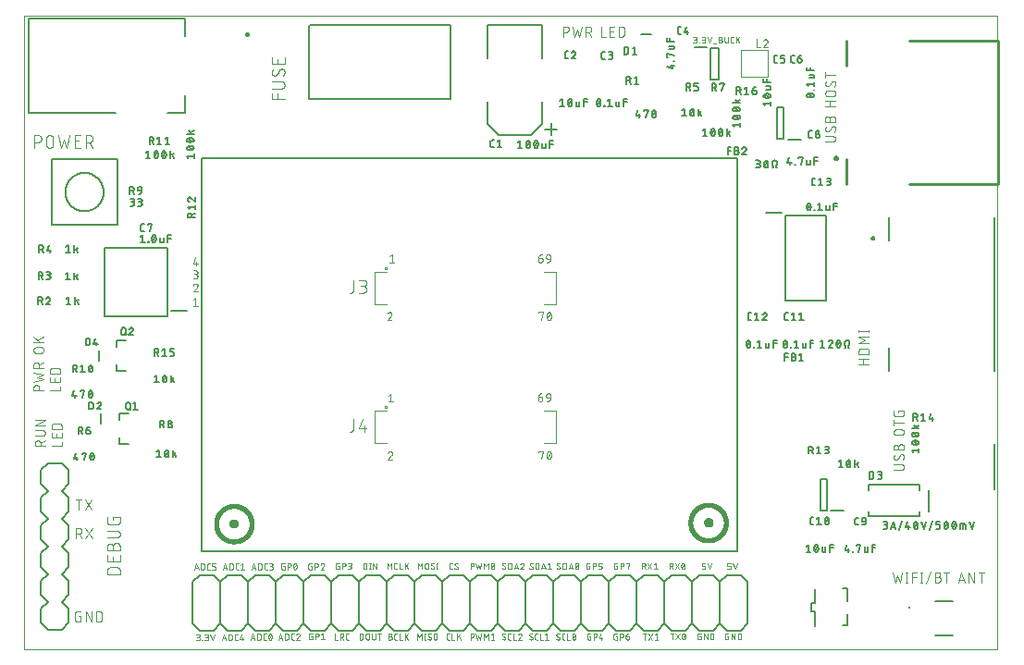
<source format=gto>
G04 EAGLE Gerber X2 export*
%TF.Part,Single*%
%TF.FileFunction,Other,Silk screen TOP*%
%TF.FilePolarity,Positive*%
%TF.GenerationSoftware,Autodesk,EAGLE,9.0.0*%
%TF.CreationDate,2018-10-20T03:45:28Z*%
G75*
%MOMM*%
%FSLAX34Y34*%
%LPD*%
%AMOC8*
5,1,8,0,0,1.08239X$1,22.5*%
G01*
%ADD10C,0.000000*%
%ADD11C,0.076200*%
%ADD12C,0.152400*%
%ADD13C,0.101600*%
%ADD14C,0.050800*%
%ADD15C,0.406400*%
%ADD16C,0.100081*%
%ADD17C,0.203200*%
%ADD18C,0.127000*%
%ADD19C,0.200000*%
%ADD20C,0.254000*%
%ADD21C,0.100000*%


D10*
X110000Y140000D02*
X1000000Y140000D01*
X1000000Y720000D01*
X110000Y720000D01*
X110000Y140000D01*
D11*
X444281Y499910D02*
X446327Y501547D01*
X446327Y494181D01*
X444281Y494181D02*
X448373Y494181D01*
X444362Y448562D02*
X444447Y448560D01*
X444532Y448554D01*
X444616Y448544D01*
X444700Y448531D01*
X444784Y448513D01*
X444866Y448492D01*
X444947Y448467D01*
X445027Y448438D01*
X445106Y448405D01*
X445183Y448369D01*
X445258Y448329D01*
X445332Y448286D01*
X445403Y448240D01*
X445472Y448190D01*
X445539Y448137D01*
X445603Y448081D01*
X445664Y448022D01*
X445723Y447961D01*
X445779Y447897D01*
X445832Y447830D01*
X445882Y447761D01*
X445928Y447690D01*
X445971Y447616D01*
X446011Y447541D01*
X446047Y447464D01*
X446080Y447385D01*
X446109Y447305D01*
X446134Y447224D01*
X446155Y447142D01*
X446173Y447058D01*
X446186Y446974D01*
X446196Y446890D01*
X446202Y446805D01*
X446204Y446720D01*
X444362Y448561D02*
X444266Y448559D01*
X444170Y448553D01*
X444075Y448543D01*
X443980Y448530D01*
X443885Y448512D01*
X443792Y448491D01*
X443699Y448466D01*
X443608Y448437D01*
X443517Y448405D01*
X443428Y448369D01*
X443341Y448329D01*
X443255Y448286D01*
X443171Y448240D01*
X443089Y448190D01*
X443009Y448136D01*
X442932Y448080D01*
X442857Y448020D01*
X442784Y447958D01*
X442714Y447892D01*
X442646Y447824D01*
X442581Y447753D01*
X442520Y447680D01*
X442461Y447604D01*
X442405Y447525D01*
X442353Y447445D01*
X442304Y447362D01*
X442258Y447278D01*
X442216Y447192D01*
X442178Y447104D01*
X442143Y447015D01*
X442111Y446924D01*
X445589Y445288D02*
X445649Y445347D01*
X445706Y445409D01*
X445761Y445473D01*
X445812Y445540D01*
X445861Y445609D01*
X445907Y445679D01*
X445950Y445752D01*
X445990Y445826D01*
X446026Y445902D01*
X446059Y445980D01*
X446089Y446059D01*
X446116Y446139D01*
X446139Y446220D01*
X446158Y446302D01*
X446174Y446384D01*
X446187Y446468D01*
X446196Y446552D01*
X446201Y446636D01*
X446203Y446720D01*
X445589Y445287D02*
X442111Y441195D01*
X446203Y441195D01*
X580181Y498173D02*
X582636Y498173D01*
X582714Y498171D01*
X582792Y498166D01*
X582869Y498156D01*
X582946Y498143D01*
X583022Y498127D01*
X583097Y498107D01*
X583171Y498083D01*
X583244Y498056D01*
X583316Y498025D01*
X583386Y497991D01*
X583455Y497954D01*
X583521Y497913D01*
X583586Y497869D01*
X583648Y497823D01*
X583708Y497773D01*
X583766Y497721D01*
X583821Y497666D01*
X583873Y497608D01*
X583923Y497548D01*
X583969Y497486D01*
X584013Y497421D01*
X584054Y497355D01*
X584091Y497286D01*
X584125Y497216D01*
X584156Y497144D01*
X584183Y497071D01*
X584207Y496997D01*
X584227Y496922D01*
X584243Y496846D01*
X584256Y496769D01*
X584266Y496692D01*
X584271Y496614D01*
X584273Y496536D01*
X584273Y496127D01*
X584271Y496038D01*
X584265Y495949D01*
X584255Y495860D01*
X584242Y495772D01*
X584225Y495684D01*
X584203Y495597D01*
X584178Y495512D01*
X584150Y495427D01*
X584117Y495344D01*
X584081Y495262D01*
X584042Y495182D01*
X583999Y495104D01*
X583953Y495028D01*
X583903Y494953D01*
X583850Y494881D01*
X583794Y494812D01*
X583735Y494745D01*
X583674Y494680D01*
X583609Y494619D01*
X583542Y494560D01*
X583473Y494504D01*
X583401Y494451D01*
X583326Y494401D01*
X583250Y494355D01*
X583172Y494312D01*
X583092Y494273D01*
X583010Y494237D01*
X582927Y494204D01*
X582842Y494176D01*
X582757Y494151D01*
X582670Y494129D01*
X582582Y494112D01*
X582494Y494099D01*
X582405Y494089D01*
X582316Y494083D01*
X582227Y494081D01*
X582138Y494083D01*
X582049Y494089D01*
X581960Y494099D01*
X581872Y494112D01*
X581784Y494129D01*
X581697Y494151D01*
X581612Y494176D01*
X581527Y494204D01*
X581444Y494237D01*
X581362Y494273D01*
X581282Y494312D01*
X581204Y494355D01*
X581128Y494401D01*
X581053Y494451D01*
X580981Y494504D01*
X580912Y494560D01*
X580845Y494619D01*
X580780Y494680D01*
X580719Y494745D01*
X580660Y494812D01*
X580604Y494881D01*
X580551Y494953D01*
X580501Y495028D01*
X580455Y495104D01*
X580412Y495182D01*
X580373Y495262D01*
X580337Y495344D01*
X580304Y495427D01*
X580276Y495512D01*
X580251Y495597D01*
X580229Y495684D01*
X580212Y495772D01*
X580199Y495860D01*
X580189Y495949D01*
X580183Y496038D01*
X580181Y496127D01*
X580181Y498173D01*
X580183Y498287D01*
X580189Y498401D01*
X580199Y498515D01*
X580213Y498629D01*
X580231Y498742D01*
X580253Y498854D01*
X580278Y498965D01*
X580308Y499075D01*
X580341Y499185D01*
X580378Y499293D01*
X580419Y499399D01*
X580464Y499505D01*
X580512Y499608D01*
X580564Y499710D01*
X580620Y499810D01*
X580678Y499908D01*
X580741Y500004D01*
X580806Y500097D01*
X580875Y500189D01*
X580947Y500277D01*
X581022Y500364D01*
X581100Y500447D01*
X581181Y500528D01*
X581264Y500606D01*
X581351Y500681D01*
X581439Y500753D01*
X581531Y500822D01*
X581624Y500887D01*
X581720Y500949D01*
X581818Y501008D01*
X581918Y501064D01*
X582020Y501116D01*
X582123Y501164D01*
X582229Y501209D01*
X582335Y501250D01*
X582443Y501287D01*
X582553Y501320D01*
X582663Y501350D01*
X582774Y501375D01*
X582886Y501397D01*
X582999Y501415D01*
X583113Y501429D01*
X583227Y501439D01*
X583341Y501445D01*
X583455Y501447D01*
X589133Y497355D02*
X591588Y497355D01*
X589133Y497355D02*
X589055Y497357D01*
X588977Y497362D01*
X588900Y497372D01*
X588823Y497385D01*
X588747Y497401D01*
X588672Y497421D01*
X588598Y497445D01*
X588525Y497472D01*
X588453Y497503D01*
X588383Y497537D01*
X588314Y497574D01*
X588248Y497615D01*
X588183Y497659D01*
X588121Y497705D01*
X588061Y497755D01*
X588003Y497807D01*
X587948Y497862D01*
X587896Y497920D01*
X587846Y497980D01*
X587800Y498042D01*
X587756Y498107D01*
X587715Y498174D01*
X587678Y498242D01*
X587644Y498312D01*
X587613Y498384D01*
X587586Y498457D01*
X587562Y498531D01*
X587542Y498606D01*
X587526Y498682D01*
X587513Y498759D01*
X587503Y498836D01*
X587498Y498914D01*
X587496Y498992D01*
X587496Y499401D01*
X587498Y499490D01*
X587504Y499579D01*
X587514Y499668D01*
X587527Y499756D01*
X587544Y499844D01*
X587566Y499931D01*
X587591Y500016D01*
X587619Y500101D01*
X587652Y500184D01*
X587688Y500266D01*
X587727Y500346D01*
X587770Y500424D01*
X587816Y500500D01*
X587866Y500575D01*
X587919Y500647D01*
X587975Y500716D01*
X588034Y500783D01*
X588095Y500848D01*
X588160Y500909D01*
X588227Y500968D01*
X588296Y501024D01*
X588368Y501077D01*
X588443Y501127D01*
X588519Y501173D01*
X588597Y501216D01*
X588677Y501255D01*
X588759Y501291D01*
X588842Y501324D01*
X588927Y501352D01*
X589012Y501377D01*
X589099Y501399D01*
X589187Y501416D01*
X589275Y501429D01*
X589364Y501439D01*
X589453Y501445D01*
X589542Y501447D01*
X589631Y501445D01*
X589720Y501439D01*
X589809Y501429D01*
X589897Y501416D01*
X589985Y501399D01*
X590072Y501377D01*
X590157Y501352D01*
X590242Y501324D01*
X590325Y501291D01*
X590407Y501255D01*
X590487Y501216D01*
X590565Y501173D01*
X590641Y501127D01*
X590716Y501077D01*
X590788Y501024D01*
X590857Y500968D01*
X590924Y500909D01*
X590989Y500848D01*
X591050Y500783D01*
X591109Y500716D01*
X591165Y500647D01*
X591218Y500575D01*
X591268Y500500D01*
X591314Y500424D01*
X591357Y500346D01*
X591396Y500266D01*
X591432Y500184D01*
X591465Y500101D01*
X591493Y500016D01*
X591518Y499931D01*
X591540Y499844D01*
X591557Y499756D01*
X591570Y499668D01*
X591580Y499579D01*
X591586Y499490D01*
X591588Y499401D01*
X591588Y497355D01*
X591589Y497355D02*
X591587Y497243D01*
X591581Y497132D01*
X591572Y497020D01*
X591559Y496909D01*
X591541Y496799D01*
X591521Y496689D01*
X591496Y496580D01*
X591468Y496472D01*
X591436Y496365D01*
X591400Y496259D01*
X591361Y496154D01*
X591318Y496051D01*
X591272Y495949D01*
X591222Y495849D01*
X591169Y495750D01*
X591112Y495654D01*
X591053Y495559D01*
X590990Y495467D01*
X590924Y495377D01*
X590855Y495289D01*
X590783Y495203D01*
X590708Y495120D01*
X590630Y495040D01*
X590550Y494962D01*
X590467Y494887D01*
X590381Y494815D01*
X590293Y494746D01*
X590203Y494680D01*
X590111Y494617D01*
X590016Y494558D01*
X589920Y494501D01*
X589821Y494448D01*
X589721Y494398D01*
X589619Y494352D01*
X589516Y494309D01*
X589411Y494270D01*
X589305Y494234D01*
X589198Y494202D01*
X589090Y494174D01*
X588981Y494149D01*
X588871Y494129D01*
X588761Y494111D01*
X588650Y494098D01*
X588538Y494089D01*
X588427Y494083D01*
X588315Y494081D01*
X580681Y448547D02*
X580681Y447729D01*
X580681Y448547D02*
X584773Y448547D01*
X582727Y441181D01*
X587997Y444864D02*
X587999Y445017D01*
X588005Y445170D01*
X588014Y445322D01*
X588028Y445475D01*
X588045Y445627D01*
X588066Y445778D01*
X588091Y445929D01*
X588120Y446079D01*
X588152Y446229D01*
X588189Y446377D01*
X588229Y446525D01*
X588272Y446672D01*
X588320Y446817D01*
X588371Y446961D01*
X588425Y447104D01*
X588484Y447246D01*
X588545Y447385D01*
X588611Y447524D01*
X588610Y447524D02*
X588636Y447594D01*
X588666Y447664D01*
X588699Y447731D01*
X588735Y447797D01*
X588774Y447861D01*
X588817Y447923D01*
X588863Y447982D01*
X588911Y448040D01*
X588962Y448094D01*
X589016Y448147D01*
X589073Y448196D01*
X589132Y448243D01*
X589193Y448286D01*
X589256Y448327D01*
X589321Y448364D01*
X589388Y448399D01*
X589457Y448429D01*
X589527Y448457D01*
X589598Y448480D01*
X589670Y448501D01*
X589743Y448517D01*
X589817Y448530D01*
X589892Y448540D01*
X589967Y448545D01*
X590042Y448547D01*
X590117Y448545D01*
X590192Y448540D01*
X590267Y448530D01*
X590341Y448517D01*
X590414Y448501D01*
X590486Y448480D01*
X590557Y448457D01*
X590627Y448429D01*
X590696Y448399D01*
X590763Y448364D01*
X590828Y448327D01*
X590891Y448286D01*
X590952Y448243D01*
X591011Y448196D01*
X591068Y448147D01*
X591122Y448094D01*
X591173Y448040D01*
X591222Y447982D01*
X591267Y447923D01*
X591310Y447861D01*
X591349Y447797D01*
X591386Y447731D01*
X591418Y447663D01*
X591448Y447594D01*
X591474Y447524D01*
X591539Y447386D01*
X591601Y447246D01*
X591659Y447104D01*
X591714Y446961D01*
X591765Y446817D01*
X591813Y446672D01*
X591856Y446525D01*
X591896Y446378D01*
X591933Y446229D01*
X591965Y446079D01*
X591994Y445929D01*
X592019Y445778D01*
X592040Y445627D01*
X592057Y445475D01*
X592071Y445322D01*
X592080Y445170D01*
X592086Y445017D01*
X592088Y444864D01*
X587996Y444864D02*
X587998Y444711D01*
X588004Y444558D01*
X588013Y444405D01*
X588027Y444253D01*
X588044Y444101D01*
X588065Y443950D01*
X588090Y443799D01*
X588119Y443648D01*
X588151Y443499D01*
X588188Y443350D01*
X588228Y443203D01*
X588271Y443056D01*
X588319Y442911D01*
X588370Y442766D01*
X588425Y442624D01*
X588483Y442482D01*
X588545Y442342D01*
X588610Y442204D01*
X588636Y442133D01*
X588666Y442064D01*
X588699Y441997D01*
X588735Y441931D01*
X588774Y441867D01*
X588817Y441805D01*
X588863Y441746D01*
X588911Y441688D01*
X588962Y441634D01*
X589016Y441581D01*
X589073Y441532D01*
X589132Y441485D01*
X589193Y441442D01*
X589256Y441401D01*
X589321Y441364D01*
X589388Y441329D01*
X589457Y441299D01*
X589527Y441271D01*
X589598Y441248D01*
X589670Y441227D01*
X589743Y441211D01*
X589817Y441198D01*
X589892Y441188D01*
X589967Y441183D01*
X590042Y441181D01*
X591474Y442204D02*
X591539Y442342D01*
X591601Y442482D01*
X591659Y442624D01*
X591714Y442767D01*
X591765Y442911D01*
X591813Y443056D01*
X591856Y443203D01*
X591896Y443351D01*
X591933Y443499D01*
X591965Y443649D01*
X591994Y443799D01*
X592019Y443950D01*
X592040Y444101D01*
X592057Y444253D01*
X592071Y444406D01*
X592080Y444558D01*
X592086Y444711D01*
X592088Y444864D01*
X591474Y442204D02*
X591448Y442134D01*
X591418Y442064D01*
X591386Y441997D01*
X591349Y441931D01*
X591310Y441867D01*
X591267Y441805D01*
X591221Y441746D01*
X591173Y441688D01*
X591122Y441634D01*
X591068Y441581D01*
X591011Y441532D01*
X590952Y441485D01*
X590891Y441442D01*
X590828Y441401D01*
X590763Y441364D01*
X590696Y441329D01*
X590627Y441299D01*
X590557Y441271D01*
X590486Y441248D01*
X590414Y441227D01*
X590341Y441211D01*
X590267Y441198D01*
X590192Y441188D01*
X590117Y441183D01*
X590042Y441181D01*
X588405Y442818D02*
X591679Y446910D01*
X445127Y373747D02*
X443081Y372110D01*
X445127Y373747D02*
X445127Y366381D01*
X443081Y366381D02*
X447173Y366381D01*
X444932Y321048D02*
X445017Y321046D01*
X445102Y321040D01*
X445186Y321030D01*
X445270Y321017D01*
X445354Y320999D01*
X445436Y320978D01*
X445517Y320953D01*
X445597Y320924D01*
X445676Y320891D01*
X445753Y320855D01*
X445828Y320815D01*
X445902Y320772D01*
X445973Y320726D01*
X446042Y320676D01*
X446109Y320623D01*
X446173Y320567D01*
X446234Y320508D01*
X446293Y320447D01*
X446349Y320383D01*
X446402Y320316D01*
X446452Y320247D01*
X446498Y320176D01*
X446541Y320102D01*
X446581Y320027D01*
X446617Y319950D01*
X446650Y319871D01*
X446679Y319791D01*
X446704Y319710D01*
X446725Y319628D01*
X446743Y319544D01*
X446756Y319460D01*
X446766Y319376D01*
X446772Y319291D01*
X446774Y319206D01*
X444932Y321047D02*
X444836Y321045D01*
X444740Y321039D01*
X444645Y321029D01*
X444550Y321016D01*
X444455Y320998D01*
X444362Y320977D01*
X444269Y320952D01*
X444178Y320923D01*
X444087Y320891D01*
X443998Y320855D01*
X443911Y320815D01*
X443825Y320772D01*
X443741Y320726D01*
X443659Y320676D01*
X443579Y320622D01*
X443502Y320566D01*
X443427Y320506D01*
X443354Y320444D01*
X443284Y320378D01*
X443216Y320310D01*
X443151Y320239D01*
X443090Y320166D01*
X443031Y320090D01*
X442975Y320011D01*
X442923Y319931D01*
X442874Y319848D01*
X442828Y319764D01*
X442786Y319678D01*
X442748Y319590D01*
X442713Y319501D01*
X442681Y319410D01*
X446159Y317774D02*
X446219Y317833D01*
X446276Y317895D01*
X446331Y317959D01*
X446382Y318026D01*
X446431Y318095D01*
X446477Y318165D01*
X446520Y318238D01*
X446560Y318312D01*
X446596Y318388D01*
X446629Y318466D01*
X446659Y318545D01*
X446686Y318625D01*
X446709Y318706D01*
X446728Y318788D01*
X446744Y318870D01*
X446757Y318954D01*
X446766Y319038D01*
X446771Y319122D01*
X446773Y319206D01*
X446159Y317773D02*
X442681Y313681D01*
X446773Y313681D01*
X580081Y370873D02*
X582536Y370873D01*
X582614Y370871D01*
X582692Y370866D01*
X582769Y370856D01*
X582846Y370843D01*
X582922Y370827D01*
X582997Y370807D01*
X583071Y370783D01*
X583144Y370756D01*
X583216Y370725D01*
X583286Y370691D01*
X583355Y370654D01*
X583421Y370613D01*
X583486Y370569D01*
X583548Y370523D01*
X583608Y370473D01*
X583666Y370421D01*
X583721Y370366D01*
X583773Y370308D01*
X583823Y370248D01*
X583869Y370186D01*
X583913Y370121D01*
X583954Y370055D01*
X583991Y369986D01*
X584025Y369916D01*
X584056Y369844D01*
X584083Y369771D01*
X584107Y369697D01*
X584127Y369622D01*
X584143Y369546D01*
X584156Y369469D01*
X584166Y369392D01*
X584171Y369314D01*
X584173Y369236D01*
X584173Y368827D01*
X584171Y368738D01*
X584165Y368649D01*
X584155Y368560D01*
X584142Y368472D01*
X584125Y368384D01*
X584103Y368297D01*
X584078Y368212D01*
X584050Y368127D01*
X584017Y368044D01*
X583981Y367962D01*
X583942Y367882D01*
X583899Y367804D01*
X583853Y367728D01*
X583803Y367653D01*
X583750Y367581D01*
X583694Y367512D01*
X583635Y367445D01*
X583574Y367380D01*
X583509Y367319D01*
X583442Y367260D01*
X583373Y367204D01*
X583301Y367151D01*
X583226Y367101D01*
X583150Y367055D01*
X583072Y367012D01*
X582992Y366973D01*
X582910Y366937D01*
X582827Y366904D01*
X582742Y366876D01*
X582657Y366851D01*
X582570Y366829D01*
X582482Y366812D01*
X582394Y366799D01*
X582305Y366789D01*
X582216Y366783D01*
X582127Y366781D01*
X582038Y366783D01*
X581949Y366789D01*
X581860Y366799D01*
X581772Y366812D01*
X581684Y366829D01*
X581597Y366851D01*
X581512Y366876D01*
X581427Y366904D01*
X581344Y366937D01*
X581262Y366973D01*
X581182Y367012D01*
X581104Y367055D01*
X581028Y367101D01*
X580953Y367151D01*
X580881Y367204D01*
X580812Y367260D01*
X580745Y367319D01*
X580680Y367380D01*
X580619Y367445D01*
X580560Y367512D01*
X580504Y367581D01*
X580451Y367653D01*
X580401Y367728D01*
X580355Y367804D01*
X580312Y367882D01*
X580273Y367962D01*
X580237Y368044D01*
X580204Y368127D01*
X580176Y368212D01*
X580151Y368297D01*
X580129Y368384D01*
X580112Y368472D01*
X580099Y368560D01*
X580089Y368649D01*
X580083Y368738D01*
X580081Y368827D01*
X580081Y370873D01*
X580083Y370987D01*
X580089Y371101D01*
X580099Y371215D01*
X580113Y371329D01*
X580131Y371442D01*
X580153Y371554D01*
X580178Y371665D01*
X580208Y371775D01*
X580241Y371885D01*
X580278Y371993D01*
X580319Y372099D01*
X580364Y372205D01*
X580412Y372308D01*
X580464Y372410D01*
X580520Y372510D01*
X580578Y372608D01*
X580641Y372704D01*
X580706Y372797D01*
X580775Y372889D01*
X580847Y372977D01*
X580922Y373064D01*
X581000Y373147D01*
X581081Y373228D01*
X581164Y373306D01*
X581251Y373381D01*
X581339Y373453D01*
X581431Y373522D01*
X581524Y373587D01*
X581620Y373649D01*
X581718Y373708D01*
X581818Y373764D01*
X581920Y373816D01*
X582023Y373864D01*
X582129Y373909D01*
X582235Y373950D01*
X582343Y373987D01*
X582453Y374020D01*
X582563Y374050D01*
X582674Y374075D01*
X582786Y374097D01*
X582899Y374115D01*
X583013Y374129D01*
X583127Y374139D01*
X583241Y374145D01*
X583355Y374147D01*
X589033Y370055D02*
X591488Y370055D01*
X589033Y370055D02*
X588955Y370057D01*
X588877Y370062D01*
X588800Y370072D01*
X588723Y370085D01*
X588647Y370101D01*
X588572Y370121D01*
X588498Y370145D01*
X588425Y370172D01*
X588353Y370203D01*
X588283Y370237D01*
X588214Y370274D01*
X588148Y370315D01*
X588083Y370359D01*
X588021Y370405D01*
X587961Y370455D01*
X587903Y370507D01*
X587848Y370562D01*
X587796Y370620D01*
X587746Y370680D01*
X587700Y370742D01*
X587656Y370807D01*
X587615Y370874D01*
X587578Y370942D01*
X587544Y371012D01*
X587513Y371084D01*
X587486Y371157D01*
X587462Y371231D01*
X587442Y371306D01*
X587426Y371382D01*
X587413Y371459D01*
X587403Y371536D01*
X587398Y371614D01*
X587396Y371692D01*
X587396Y372101D01*
X587398Y372190D01*
X587404Y372279D01*
X587414Y372368D01*
X587427Y372456D01*
X587444Y372544D01*
X587466Y372631D01*
X587491Y372716D01*
X587519Y372801D01*
X587552Y372884D01*
X587588Y372966D01*
X587627Y373046D01*
X587670Y373124D01*
X587716Y373200D01*
X587766Y373275D01*
X587819Y373347D01*
X587875Y373416D01*
X587934Y373483D01*
X587995Y373548D01*
X588060Y373609D01*
X588127Y373668D01*
X588196Y373724D01*
X588268Y373777D01*
X588343Y373827D01*
X588419Y373873D01*
X588497Y373916D01*
X588577Y373955D01*
X588659Y373991D01*
X588742Y374024D01*
X588827Y374052D01*
X588912Y374077D01*
X588999Y374099D01*
X589087Y374116D01*
X589175Y374129D01*
X589264Y374139D01*
X589353Y374145D01*
X589442Y374147D01*
X589531Y374145D01*
X589620Y374139D01*
X589709Y374129D01*
X589797Y374116D01*
X589885Y374099D01*
X589972Y374077D01*
X590057Y374052D01*
X590142Y374024D01*
X590225Y373991D01*
X590307Y373955D01*
X590387Y373916D01*
X590465Y373873D01*
X590541Y373827D01*
X590616Y373777D01*
X590688Y373724D01*
X590757Y373668D01*
X590824Y373609D01*
X590889Y373548D01*
X590950Y373483D01*
X591009Y373416D01*
X591065Y373347D01*
X591118Y373275D01*
X591168Y373200D01*
X591214Y373124D01*
X591257Y373046D01*
X591296Y372966D01*
X591332Y372884D01*
X591365Y372801D01*
X591393Y372716D01*
X591418Y372631D01*
X591440Y372544D01*
X591457Y372456D01*
X591470Y372368D01*
X591480Y372279D01*
X591486Y372190D01*
X591488Y372101D01*
X591488Y370055D01*
X591489Y370055D02*
X591487Y369943D01*
X591481Y369832D01*
X591472Y369720D01*
X591459Y369609D01*
X591441Y369499D01*
X591421Y369389D01*
X591396Y369280D01*
X591368Y369172D01*
X591336Y369065D01*
X591300Y368959D01*
X591261Y368854D01*
X591218Y368751D01*
X591172Y368649D01*
X591122Y368549D01*
X591069Y368450D01*
X591012Y368354D01*
X590953Y368259D01*
X590890Y368167D01*
X590824Y368077D01*
X590755Y367989D01*
X590683Y367903D01*
X590608Y367820D01*
X590530Y367740D01*
X590450Y367662D01*
X590367Y367587D01*
X590281Y367515D01*
X590193Y367446D01*
X590103Y367380D01*
X590011Y367317D01*
X589916Y367258D01*
X589820Y367201D01*
X589721Y367148D01*
X589621Y367098D01*
X589519Y367052D01*
X589416Y367009D01*
X589311Y366970D01*
X589205Y366934D01*
X589098Y366902D01*
X588990Y366874D01*
X588881Y366849D01*
X588771Y366829D01*
X588661Y366811D01*
X588550Y366798D01*
X588438Y366789D01*
X588327Y366783D01*
X588215Y366781D01*
X580781Y321347D02*
X580781Y320529D01*
X580781Y321347D02*
X584873Y321347D01*
X582827Y313981D01*
X588097Y317664D02*
X588099Y317817D01*
X588105Y317970D01*
X588114Y318122D01*
X588128Y318275D01*
X588145Y318427D01*
X588166Y318578D01*
X588191Y318729D01*
X588220Y318879D01*
X588252Y319029D01*
X588289Y319177D01*
X588329Y319325D01*
X588372Y319472D01*
X588420Y319617D01*
X588471Y319761D01*
X588525Y319904D01*
X588584Y320046D01*
X588645Y320185D01*
X588711Y320324D01*
X588710Y320324D02*
X588736Y320394D01*
X588766Y320464D01*
X588799Y320531D01*
X588835Y320597D01*
X588874Y320661D01*
X588917Y320723D01*
X588963Y320782D01*
X589011Y320840D01*
X589062Y320894D01*
X589116Y320947D01*
X589173Y320996D01*
X589232Y321043D01*
X589293Y321086D01*
X589356Y321127D01*
X589421Y321164D01*
X589488Y321199D01*
X589557Y321229D01*
X589627Y321257D01*
X589698Y321280D01*
X589770Y321301D01*
X589843Y321317D01*
X589917Y321330D01*
X589992Y321340D01*
X590067Y321345D01*
X590142Y321347D01*
X590217Y321345D01*
X590292Y321340D01*
X590367Y321330D01*
X590441Y321317D01*
X590514Y321301D01*
X590586Y321280D01*
X590657Y321257D01*
X590727Y321229D01*
X590796Y321199D01*
X590863Y321164D01*
X590928Y321127D01*
X590991Y321086D01*
X591052Y321043D01*
X591111Y320996D01*
X591168Y320947D01*
X591222Y320894D01*
X591273Y320840D01*
X591322Y320782D01*
X591367Y320723D01*
X591410Y320661D01*
X591449Y320597D01*
X591486Y320531D01*
X591518Y320463D01*
X591548Y320394D01*
X591574Y320324D01*
X591639Y320186D01*
X591701Y320046D01*
X591759Y319904D01*
X591814Y319761D01*
X591865Y319617D01*
X591913Y319472D01*
X591956Y319325D01*
X591996Y319178D01*
X592033Y319029D01*
X592065Y318879D01*
X592094Y318729D01*
X592119Y318578D01*
X592140Y318427D01*
X592157Y318275D01*
X592171Y318122D01*
X592180Y317970D01*
X592186Y317817D01*
X592188Y317664D01*
X588096Y317664D02*
X588098Y317511D01*
X588104Y317358D01*
X588113Y317205D01*
X588127Y317053D01*
X588144Y316901D01*
X588165Y316750D01*
X588190Y316599D01*
X588219Y316448D01*
X588251Y316299D01*
X588288Y316150D01*
X588328Y316003D01*
X588371Y315856D01*
X588419Y315711D01*
X588470Y315566D01*
X588525Y315424D01*
X588583Y315282D01*
X588645Y315142D01*
X588710Y315004D01*
X588736Y314933D01*
X588766Y314864D01*
X588799Y314797D01*
X588835Y314731D01*
X588874Y314667D01*
X588917Y314605D01*
X588963Y314546D01*
X589011Y314488D01*
X589062Y314434D01*
X589116Y314381D01*
X589173Y314332D01*
X589232Y314285D01*
X589293Y314242D01*
X589356Y314201D01*
X589421Y314164D01*
X589488Y314129D01*
X589557Y314099D01*
X589627Y314071D01*
X589698Y314048D01*
X589770Y314027D01*
X589843Y314011D01*
X589917Y313998D01*
X589992Y313988D01*
X590067Y313983D01*
X590142Y313981D01*
X591574Y315004D02*
X591639Y315142D01*
X591701Y315282D01*
X591759Y315424D01*
X591814Y315567D01*
X591865Y315711D01*
X591913Y315856D01*
X591956Y316003D01*
X591996Y316151D01*
X592033Y316299D01*
X592065Y316449D01*
X592094Y316599D01*
X592119Y316750D01*
X592140Y316901D01*
X592157Y317053D01*
X592171Y317206D01*
X592180Y317358D01*
X592186Y317511D01*
X592188Y317664D01*
X591574Y315004D02*
X591548Y314934D01*
X591518Y314864D01*
X591486Y314797D01*
X591449Y314731D01*
X591410Y314667D01*
X591367Y314605D01*
X591321Y314546D01*
X591273Y314488D01*
X591222Y314434D01*
X591168Y314381D01*
X591111Y314332D01*
X591052Y314285D01*
X590991Y314242D01*
X590928Y314201D01*
X590863Y314164D01*
X590796Y314129D01*
X590727Y314099D01*
X590657Y314071D01*
X590586Y314048D01*
X590514Y314027D01*
X590441Y314011D01*
X590367Y313998D01*
X590292Y313988D01*
X590217Y313983D01*
X590142Y313981D01*
X588505Y315618D02*
X591779Y319710D01*
D12*
X272300Y229500D02*
X272300Y589300D01*
X762200Y589300D02*
X762200Y229500D01*
X762200Y589300D02*
X272300Y589300D01*
X272300Y229500D02*
X762200Y229500D01*
D13*
X348174Y643382D02*
X336490Y643382D01*
X336490Y648575D01*
X341683Y648575D02*
X341683Y643382D01*
X344928Y653265D02*
X336490Y653265D01*
X344928Y653265D02*
X345041Y653267D01*
X345154Y653273D01*
X345267Y653283D01*
X345380Y653297D01*
X345492Y653314D01*
X345603Y653336D01*
X345713Y653361D01*
X345823Y653391D01*
X345931Y653424D01*
X346038Y653461D01*
X346144Y653501D01*
X346248Y653546D01*
X346351Y653594D01*
X346452Y653645D01*
X346551Y653700D01*
X346648Y653758D01*
X346743Y653820D01*
X346836Y653885D01*
X346926Y653953D01*
X347014Y654024D01*
X347100Y654099D01*
X347183Y654176D01*
X347263Y654256D01*
X347340Y654339D01*
X347415Y654425D01*
X347486Y654513D01*
X347554Y654603D01*
X347619Y654696D01*
X347681Y654791D01*
X347739Y654888D01*
X347794Y654987D01*
X347845Y655088D01*
X347893Y655191D01*
X347938Y655295D01*
X347978Y655401D01*
X348015Y655508D01*
X348048Y655616D01*
X348078Y655726D01*
X348103Y655836D01*
X348125Y655947D01*
X348142Y656059D01*
X348156Y656172D01*
X348166Y656285D01*
X348172Y656398D01*
X348174Y656511D01*
X348172Y656624D01*
X348166Y656737D01*
X348156Y656850D01*
X348142Y656963D01*
X348125Y657075D01*
X348103Y657186D01*
X348078Y657296D01*
X348048Y657406D01*
X348015Y657514D01*
X347978Y657621D01*
X347938Y657727D01*
X347893Y657831D01*
X347845Y657934D01*
X347794Y658035D01*
X347739Y658134D01*
X347681Y658231D01*
X347619Y658326D01*
X347554Y658419D01*
X347486Y658509D01*
X347415Y658597D01*
X347340Y658683D01*
X347263Y658766D01*
X347183Y658846D01*
X347100Y658923D01*
X347014Y658998D01*
X346926Y659069D01*
X346836Y659137D01*
X346743Y659202D01*
X346648Y659264D01*
X346551Y659322D01*
X346452Y659377D01*
X346351Y659428D01*
X346248Y659476D01*
X346144Y659521D01*
X346038Y659561D01*
X345931Y659598D01*
X345823Y659631D01*
X345713Y659661D01*
X345603Y659686D01*
X345492Y659708D01*
X345380Y659725D01*
X345267Y659739D01*
X345154Y659749D01*
X345041Y659755D01*
X344928Y659757D01*
X336490Y659757D01*
X345578Y671186D02*
X345677Y671184D01*
X345777Y671178D01*
X345876Y671169D01*
X345974Y671156D01*
X346072Y671139D01*
X346170Y671118D01*
X346266Y671093D01*
X346361Y671065D01*
X346455Y671033D01*
X346548Y670998D01*
X346640Y670959D01*
X346730Y670916D01*
X346818Y670871D01*
X346905Y670821D01*
X346989Y670769D01*
X347072Y670713D01*
X347152Y670655D01*
X347230Y670593D01*
X347305Y670528D01*
X347378Y670460D01*
X347448Y670390D01*
X347516Y670317D01*
X347581Y670242D01*
X347643Y670164D01*
X347701Y670084D01*
X347757Y670001D01*
X347809Y669917D01*
X347859Y669830D01*
X347904Y669742D01*
X347947Y669652D01*
X347986Y669560D01*
X348021Y669467D01*
X348053Y669373D01*
X348081Y669278D01*
X348106Y669182D01*
X348127Y669084D01*
X348144Y668986D01*
X348157Y668888D01*
X348166Y668789D01*
X348172Y668689D01*
X348174Y668590D01*
X348172Y668446D01*
X348166Y668301D01*
X348157Y668157D01*
X348144Y668014D01*
X348127Y667870D01*
X348106Y667727D01*
X348081Y667585D01*
X348053Y667444D01*
X348021Y667303D01*
X347985Y667163D01*
X347946Y667024D01*
X347903Y666886D01*
X347856Y666750D01*
X347806Y666614D01*
X347752Y666480D01*
X347695Y666348D01*
X347634Y666217D01*
X347570Y666088D01*
X347502Y665960D01*
X347432Y665834D01*
X347357Y665710D01*
X347280Y665589D01*
X347199Y665469D01*
X347116Y665351D01*
X347029Y665236D01*
X346939Y665123D01*
X346846Y665012D01*
X346751Y664904D01*
X346652Y664798D01*
X346551Y664695D01*
X339086Y665020D02*
X338987Y665022D01*
X338887Y665028D01*
X338788Y665037D01*
X338690Y665050D01*
X338592Y665067D01*
X338494Y665088D01*
X338398Y665113D01*
X338303Y665141D01*
X338209Y665173D01*
X338116Y665208D01*
X338024Y665247D01*
X337934Y665290D01*
X337846Y665335D01*
X337759Y665385D01*
X337675Y665437D01*
X337592Y665493D01*
X337512Y665551D01*
X337434Y665613D01*
X337359Y665678D01*
X337286Y665746D01*
X337216Y665816D01*
X337148Y665889D01*
X337083Y665964D01*
X337021Y666042D01*
X336963Y666122D01*
X336907Y666205D01*
X336855Y666289D01*
X336805Y666376D01*
X336760Y666464D01*
X336717Y666554D01*
X336678Y666646D01*
X336643Y666739D01*
X336611Y666833D01*
X336583Y666928D01*
X336558Y667024D01*
X336537Y667122D01*
X336520Y667220D01*
X336507Y667318D01*
X336498Y667417D01*
X336492Y667517D01*
X336490Y667616D01*
X336492Y667752D01*
X336498Y667888D01*
X336507Y668024D01*
X336520Y668160D01*
X336538Y668295D01*
X336558Y668429D01*
X336583Y668563D01*
X336611Y668697D01*
X336644Y668829D01*
X336679Y668960D01*
X336719Y669091D01*
X336762Y669220D01*
X336808Y669348D01*
X336859Y669474D01*
X336912Y669600D01*
X336970Y669723D01*
X337030Y669845D01*
X337094Y669965D01*
X337162Y670084D01*
X337232Y670200D01*
X337306Y670314D01*
X337383Y670427D01*
X337464Y670537D01*
X341358Y666318D02*
X341305Y666232D01*
X341248Y666148D01*
X341189Y666066D01*
X341126Y665986D01*
X341060Y665909D01*
X340992Y665834D01*
X340920Y665762D01*
X340846Y665693D01*
X340769Y665627D01*
X340690Y665564D01*
X340608Y665504D01*
X340524Y665447D01*
X340438Y665393D01*
X340350Y665343D01*
X340260Y665296D01*
X340169Y665252D01*
X340075Y665213D01*
X339981Y665176D01*
X339885Y665144D01*
X339787Y665115D01*
X339689Y665090D01*
X339590Y665069D01*
X339490Y665051D01*
X339390Y665038D01*
X339289Y665028D01*
X339187Y665022D01*
X339086Y665020D01*
X343306Y669888D02*
X343359Y669974D01*
X343416Y670058D01*
X343475Y670140D01*
X343538Y670220D01*
X343604Y670297D01*
X343672Y670372D01*
X343744Y670444D01*
X343818Y670513D01*
X343895Y670579D01*
X343974Y670642D01*
X344056Y670702D01*
X344140Y670759D01*
X344226Y670813D01*
X344314Y670863D01*
X344404Y670910D01*
X344495Y670954D01*
X344589Y670993D01*
X344683Y671030D01*
X344779Y671062D01*
X344877Y671091D01*
X344975Y671116D01*
X345074Y671137D01*
X345174Y671155D01*
X345274Y671168D01*
X345375Y671178D01*
X345477Y671184D01*
X345578Y671186D01*
X343306Y669888D02*
X341358Y666318D01*
X348174Y676148D02*
X348174Y681341D01*
X348174Y676148D02*
X336490Y676148D01*
X336490Y681341D01*
X341683Y680043D02*
X341683Y676148D01*
D11*
X159992Y276779D02*
X159992Y267381D01*
X157381Y276779D02*
X162602Y276779D01*
X171659Y276779D02*
X165393Y267381D01*
X171659Y267381D02*
X165393Y276779D01*
X157381Y250779D02*
X157381Y241381D01*
X157381Y250779D02*
X159992Y250779D01*
X160093Y250777D01*
X160194Y250771D01*
X160295Y250761D01*
X160395Y250748D01*
X160495Y250730D01*
X160594Y250709D01*
X160692Y250683D01*
X160789Y250654D01*
X160885Y250622D01*
X160979Y250585D01*
X161072Y250545D01*
X161164Y250501D01*
X161253Y250454D01*
X161341Y250403D01*
X161427Y250349D01*
X161510Y250292D01*
X161592Y250232D01*
X161670Y250168D01*
X161747Y250102D01*
X161820Y250032D01*
X161891Y249960D01*
X161959Y249885D01*
X162024Y249807D01*
X162086Y249727D01*
X162145Y249645D01*
X162201Y249560D01*
X162253Y249473D01*
X162302Y249385D01*
X162348Y249294D01*
X162389Y249202D01*
X162428Y249108D01*
X162462Y249013D01*
X162493Y248917D01*
X162520Y248819D01*
X162544Y248721D01*
X162563Y248621D01*
X162579Y248521D01*
X162591Y248421D01*
X162599Y248320D01*
X162603Y248219D01*
X162603Y248117D01*
X162599Y248016D01*
X162591Y247915D01*
X162579Y247815D01*
X162563Y247715D01*
X162544Y247615D01*
X162520Y247517D01*
X162493Y247419D01*
X162462Y247323D01*
X162428Y247228D01*
X162389Y247134D01*
X162348Y247042D01*
X162302Y246951D01*
X162253Y246862D01*
X162201Y246776D01*
X162145Y246691D01*
X162086Y246609D01*
X162024Y246529D01*
X161959Y246451D01*
X161891Y246376D01*
X161820Y246304D01*
X161747Y246234D01*
X161670Y246168D01*
X161592Y246104D01*
X161510Y246044D01*
X161427Y245987D01*
X161341Y245933D01*
X161253Y245882D01*
X161164Y245835D01*
X161072Y245791D01*
X160979Y245751D01*
X160885Y245714D01*
X160789Y245682D01*
X160692Y245653D01*
X160594Y245627D01*
X160495Y245606D01*
X160395Y245588D01*
X160295Y245575D01*
X160194Y245565D01*
X160093Y245559D01*
X159992Y245557D01*
X159992Y245558D02*
X157381Y245558D01*
X160514Y245558D02*
X162602Y241381D01*
X165946Y241381D02*
X172211Y250779D01*
X165946Y250779D02*
X172211Y241381D01*
X161602Y170602D02*
X160036Y170602D01*
X161602Y170602D02*
X161602Y165381D01*
X158469Y165381D01*
X158380Y165383D01*
X158292Y165389D01*
X158204Y165398D01*
X158116Y165411D01*
X158029Y165428D01*
X157943Y165448D01*
X157858Y165473D01*
X157773Y165500D01*
X157690Y165532D01*
X157609Y165566D01*
X157529Y165605D01*
X157451Y165646D01*
X157374Y165691D01*
X157300Y165739D01*
X157227Y165790D01*
X157157Y165844D01*
X157090Y165902D01*
X157024Y165962D01*
X156962Y166024D01*
X156902Y166090D01*
X156844Y166157D01*
X156790Y166227D01*
X156739Y166300D01*
X156691Y166374D01*
X156646Y166451D01*
X156605Y166529D01*
X156566Y166609D01*
X156532Y166690D01*
X156500Y166773D01*
X156473Y166858D01*
X156448Y166943D01*
X156428Y167029D01*
X156411Y167116D01*
X156398Y167204D01*
X156389Y167292D01*
X156383Y167380D01*
X156381Y167469D01*
X156381Y172691D01*
X156383Y172782D01*
X156389Y172873D01*
X156399Y172964D01*
X156413Y173054D01*
X156430Y173143D01*
X156452Y173231D01*
X156478Y173319D01*
X156507Y173405D01*
X156540Y173490D01*
X156577Y173573D01*
X156617Y173655D01*
X156661Y173735D01*
X156708Y173813D01*
X156759Y173889D01*
X156812Y173962D01*
X156869Y174033D01*
X156930Y174102D01*
X156993Y174167D01*
X157058Y174230D01*
X157127Y174290D01*
X157198Y174348D01*
X157271Y174401D01*
X157347Y174452D01*
X157425Y174499D01*
X157505Y174543D01*
X157587Y174583D01*
X157670Y174620D01*
X157755Y174653D01*
X157841Y174682D01*
X157929Y174708D01*
X158017Y174730D01*
X158106Y174747D01*
X158196Y174761D01*
X158287Y174771D01*
X158378Y174777D01*
X158469Y174779D01*
X161602Y174779D01*
X166135Y174779D02*
X166135Y165381D01*
X171356Y165381D02*
X166135Y174779D01*
X171356Y174779D02*
X171356Y165381D01*
X175888Y165381D02*
X175888Y174779D01*
X178499Y174779D01*
X178599Y174777D01*
X178699Y174771D01*
X178798Y174762D01*
X178898Y174748D01*
X178996Y174731D01*
X179094Y174710D01*
X179191Y174686D01*
X179287Y174657D01*
X179382Y174625D01*
X179475Y174590D01*
X179567Y174551D01*
X179658Y174508D01*
X179746Y174462D01*
X179833Y174412D01*
X179918Y174360D01*
X180001Y174304D01*
X180082Y174245D01*
X180160Y174182D01*
X180236Y174117D01*
X180310Y174049D01*
X180380Y173979D01*
X180448Y173905D01*
X180513Y173829D01*
X180576Y173751D01*
X180635Y173670D01*
X180691Y173587D01*
X180743Y173502D01*
X180793Y173415D01*
X180839Y173327D01*
X180882Y173236D01*
X180921Y173144D01*
X180956Y173051D01*
X180988Y172956D01*
X181017Y172860D01*
X181041Y172763D01*
X181062Y172665D01*
X181079Y172567D01*
X181093Y172467D01*
X181102Y172368D01*
X181108Y172268D01*
X181110Y172168D01*
X181109Y172168D02*
X181109Y167992D01*
X181110Y167992D02*
X181108Y167892D01*
X181102Y167792D01*
X181093Y167693D01*
X181079Y167593D01*
X181062Y167495D01*
X181041Y167397D01*
X181017Y167300D01*
X180988Y167204D01*
X180956Y167109D01*
X180921Y167016D01*
X180882Y166924D01*
X180839Y166833D01*
X180793Y166745D01*
X180743Y166658D01*
X180691Y166573D01*
X180635Y166490D01*
X180576Y166409D01*
X180513Y166331D01*
X180448Y166255D01*
X180380Y166181D01*
X180310Y166111D01*
X180236Y166043D01*
X180160Y165978D01*
X180082Y165915D01*
X180001Y165856D01*
X179918Y165800D01*
X179833Y165748D01*
X179746Y165698D01*
X179658Y165652D01*
X179567Y165609D01*
X179475Y165570D01*
X179382Y165535D01*
X179287Y165503D01*
X179191Y165474D01*
X179094Y165450D01*
X178996Y165429D01*
X178898Y165412D01*
X178798Y165398D01*
X178699Y165389D01*
X178599Y165383D01*
X178499Y165381D01*
X175888Y165381D01*
D13*
X118982Y598892D02*
X118982Y610576D01*
X122228Y610576D01*
X122341Y610574D01*
X122454Y610568D01*
X122567Y610558D01*
X122680Y610544D01*
X122792Y610527D01*
X122903Y610505D01*
X123013Y610480D01*
X123123Y610450D01*
X123231Y610417D01*
X123338Y610380D01*
X123444Y610340D01*
X123548Y610295D01*
X123651Y610247D01*
X123752Y610196D01*
X123851Y610141D01*
X123948Y610083D01*
X124043Y610021D01*
X124136Y609956D01*
X124226Y609888D01*
X124314Y609817D01*
X124400Y609742D01*
X124483Y609665D01*
X124563Y609585D01*
X124640Y609502D01*
X124715Y609416D01*
X124786Y609328D01*
X124854Y609238D01*
X124919Y609145D01*
X124981Y609050D01*
X125039Y608953D01*
X125094Y608854D01*
X125145Y608753D01*
X125193Y608650D01*
X125238Y608546D01*
X125278Y608440D01*
X125315Y608333D01*
X125348Y608225D01*
X125378Y608115D01*
X125403Y608005D01*
X125425Y607894D01*
X125442Y607782D01*
X125456Y607669D01*
X125466Y607556D01*
X125472Y607443D01*
X125474Y607330D01*
X125472Y607217D01*
X125466Y607104D01*
X125456Y606991D01*
X125442Y606878D01*
X125425Y606766D01*
X125403Y606655D01*
X125378Y606545D01*
X125348Y606435D01*
X125315Y606327D01*
X125278Y606220D01*
X125238Y606114D01*
X125193Y606010D01*
X125145Y605907D01*
X125094Y605806D01*
X125039Y605707D01*
X124981Y605610D01*
X124919Y605515D01*
X124854Y605422D01*
X124786Y605332D01*
X124715Y605244D01*
X124640Y605158D01*
X124563Y605075D01*
X124483Y604995D01*
X124400Y604918D01*
X124314Y604843D01*
X124226Y604772D01*
X124136Y604704D01*
X124043Y604639D01*
X123948Y604577D01*
X123851Y604519D01*
X123752Y604464D01*
X123651Y604413D01*
X123548Y604365D01*
X123444Y604320D01*
X123338Y604280D01*
X123231Y604243D01*
X123123Y604210D01*
X123013Y604180D01*
X122903Y604155D01*
X122792Y604133D01*
X122680Y604116D01*
X122567Y604102D01*
X122454Y604092D01*
X122341Y604086D01*
X122228Y604084D01*
X122228Y604085D02*
X118982Y604085D01*
X129862Y602138D02*
X129862Y607330D01*
X129861Y607330D02*
X129863Y607443D01*
X129869Y607556D01*
X129879Y607669D01*
X129893Y607782D01*
X129910Y607894D01*
X129932Y608005D01*
X129957Y608115D01*
X129987Y608225D01*
X130020Y608333D01*
X130057Y608440D01*
X130097Y608546D01*
X130142Y608650D01*
X130190Y608753D01*
X130241Y608854D01*
X130296Y608953D01*
X130354Y609050D01*
X130416Y609145D01*
X130481Y609238D01*
X130549Y609328D01*
X130620Y609416D01*
X130695Y609502D01*
X130772Y609585D01*
X130852Y609665D01*
X130935Y609742D01*
X131021Y609817D01*
X131109Y609888D01*
X131199Y609956D01*
X131292Y610021D01*
X131387Y610083D01*
X131484Y610141D01*
X131583Y610196D01*
X131684Y610247D01*
X131787Y610295D01*
X131891Y610340D01*
X131997Y610380D01*
X132104Y610417D01*
X132212Y610450D01*
X132322Y610480D01*
X132432Y610505D01*
X132543Y610527D01*
X132655Y610544D01*
X132768Y610558D01*
X132881Y610568D01*
X132994Y610574D01*
X133107Y610576D01*
X133220Y610574D01*
X133333Y610568D01*
X133446Y610558D01*
X133559Y610544D01*
X133671Y610527D01*
X133782Y610505D01*
X133892Y610480D01*
X134002Y610450D01*
X134110Y610417D01*
X134217Y610380D01*
X134323Y610340D01*
X134427Y610295D01*
X134530Y610247D01*
X134631Y610196D01*
X134730Y610141D01*
X134827Y610083D01*
X134922Y610021D01*
X135015Y609956D01*
X135105Y609888D01*
X135193Y609817D01*
X135279Y609742D01*
X135362Y609665D01*
X135442Y609585D01*
X135519Y609502D01*
X135594Y609416D01*
X135665Y609328D01*
X135733Y609238D01*
X135798Y609145D01*
X135860Y609050D01*
X135918Y608953D01*
X135973Y608854D01*
X136024Y608753D01*
X136072Y608650D01*
X136117Y608546D01*
X136157Y608440D01*
X136194Y608333D01*
X136227Y608225D01*
X136257Y608115D01*
X136282Y608005D01*
X136304Y607894D01*
X136321Y607782D01*
X136335Y607669D01*
X136345Y607556D01*
X136351Y607443D01*
X136353Y607330D01*
X136353Y602138D01*
X136351Y602025D01*
X136345Y601912D01*
X136335Y601799D01*
X136321Y601686D01*
X136304Y601574D01*
X136282Y601463D01*
X136257Y601353D01*
X136227Y601243D01*
X136194Y601135D01*
X136157Y601028D01*
X136117Y600922D01*
X136072Y600818D01*
X136024Y600715D01*
X135973Y600614D01*
X135918Y600515D01*
X135860Y600418D01*
X135798Y600323D01*
X135733Y600230D01*
X135665Y600140D01*
X135594Y600052D01*
X135519Y599966D01*
X135442Y599883D01*
X135362Y599803D01*
X135279Y599726D01*
X135193Y599651D01*
X135105Y599580D01*
X135015Y599512D01*
X134922Y599447D01*
X134827Y599385D01*
X134730Y599327D01*
X134631Y599272D01*
X134530Y599221D01*
X134427Y599173D01*
X134323Y599128D01*
X134217Y599088D01*
X134110Y599051D01*
X134002Y599018D01*
X133892Y598988D01*
X133782Y598963D01*
X133671Y598941D01*
X133559Y598924D01*
X133446Y598910D01*
X133333Y598900D01*
X133220Y598894D01*
X133107Y598892D01*
X132994Y598894D01*
X132881Y598900D01*
X132768Y598910D01*
X132655Y598924D01*
X132543Y598941D01*
X132432Y598963D01*
X132322Y598988D01*
X132212Y599018D01*
X132104Y599051D01*
X131997Y599088D01*
X131891Y599128D01*
X131787Y599173D01*
X131684Y599221D01*
X131583Y599272D01*
X131484Y599327D01*
X131387Y599385D01*
X131292Y599447D01*
X131199Y599512D01*
X131109Y599580D01*
X131021Y599651D01*
X130935Y599726D01*
X130852Y599803D01*
X130772Y599883D01*
X130695Y599966D01*
X130620Y600052D01*
X130549Y600140D01*
X130481Y600230D01*
X130416Y600323D01*
X130354Y600418D01*
X130296Y600515D01*
X130241Y600614D01*
X130190Y600715D01*
X130142Y600818D01*
X130097Y600922D01*
X130057Y601028D01*
X130020Y601135D01*
X129987Y601243D01*
X129957Y601353D01*
X129932Y601463D01*
X129910Y601574D01*
X129893Y601686D01*
X129879Y601799D01*
X129869Y601912D01*
X129863Y602025D01*
X129861Y602138D01*
X140868Y610576D02*
X143465Y598892D01*
X146061Y606681D01*
X148658Y598892D01*
X151254Y610576D01*
X156173Y598892D02*
X161366Y598892D01*
X156173Y598892D02*
X156173Y610576D01*
X161366Y610576D01*
X160068Y605383D02*
X156173Y605383D01*
X166130Y610576D02*
X166130Y598892D01*
X166130Y610576D02*
X169376Y610576D01*
X169489Y610574D01*
X169602Y610568D01*
X169715Y610558D01*
X169828Y610544D01*
X169940Y610527D01*
X170051Y610505D01*
X170161Y610480D01*
X170271Y610450D01*
X170379Y610417D01*
X170486Y610380D01*
X170592Y610340D01*
X170696Y610295D01*
X170799Y610247D01*
X170900Y610196D01*
X170999Y610141D01*
X171096Y610083D01*
X171191Y610021D01*
X171284Y609956D01*
X171374Y609888D01*
X171462Y609817D01*
X171548Y609742D01*
X171631Y609665D01*
X171711Y609585D01*
X171788Y609502D01*
X171863Y609416D01*
X171934Y609328D01*
X172002Y609238D01*
X172067Y609145D01*
X172129Y609050D01*
X172187Y608953D01*
X172242Y608854D01*
X172293Y608753D01*
X172341Y608650D01*
X172386Y608546D01*
X172426Y608440D01*
X172463Y608333D01*
X172496Y608225D01*
X172526Y608115D01*
X172551Y608005D01*
X172573Y607894D01*
X172590Y607782D01*
X172604Y607669D01*
X172614Y607556D01*
X172620Y607443D01*
X172622Y607330D01*
X172620Y607217D01*
X172614Y607104D01*
X172604Y606991D01*
X172590Y606878D01*
X172573Y606766D01*
X172551Y606655D01*
X172526Y606545D01*
X172496Y606435D01*
X172463Y606327D01*
X172426Y606220D01*
X172386Y606114D01*
X172341Y606010D01*
X172293Y605907D01*
X172242Y605806D01*
X172187Y605707D01*
X172129Y605610D01*
X172067Y605515D01*
X172002Y605422D01*
X171934Y605332D01*
X171863Y605244D01*
X171788Y605158D01*
X171711Y605075D01*
X171631Y604995D01*
X171548Y604918D01*
X171462Y604843D01*
X171374Y604772D01*
X171284Y604704D01*
X171191Y604639D01*
X171096Y604577D01*
X170999Y604519D01*
X170900Y604464D01*
X170799Y604413D01*
X170696Y604365D01*
X170592Y604320D01*
X170486Y604280D01*
X170379Y604243D01*
X170271Y604210D01*
X170161Y604180D01*
X170051Y604155D01*
X169940Y604133D01*
X169828Y604116D01*
X169715Y604102D01*
X169602Y604092D01*
X169489Y604086D01*
X169376Y604084D01*
X169376Y604085D02*
X166130Y604085D01*
X170025Y604085D02*
X172621Y598892D01*
X185808Y208508D02*
X197492Y208508D01*
X185808Y208508D02*
X185808Y211754D01*
X185810Y211867D01*
X185816Y211980D01*
X185826Y212093D01*
X185840Y212206D01*
X185857Y212318D01*
X185879Y212429D01*
X185904Y212539D01*
X185934Y212649D01*
X185967Y212757D01*
X186004Y212864D01*
X186044Y212970D01*
X186089Y213074D01*
X186137Y213177D01*
X186188Y213278D01*
X186243Y213377D01*
X186301Y213474D01*
X186363Y213569D01*
X186428Y213662D01*
X186496Y213752D01*
X186567Y213840D01*
X186642Y213926D01*
X186719Y214009D01*
X186799Y214089D01*
X186882Y214166D01*
X186968Y214241D01*
X187056Y214312D01*
X187146Y214380D01*
X187239Y214445D01*
X187334Y214507D01*
X187431Y214565D01*
X187530Y214620D01*
X187631Y214671D01*
X187734Y214719D01*
X187838Y214764D01*
X187944Y214804D01*
X188051Y214841D01*
X188159Y214874D01*
X188269Y214904D01*
X188379Y214929D01*
X188490Y214951D01*
X188602Y214968D01*
X188715Y214982D01*
X188828Y214992D01*
X188941Y214998D01*
X189054Y215000D01*
X189054Y214999D02*
X194246Y214999D01*
X194246Y215000D02*
X194359Y214998D01*
X194472Y214992D01*
X194585Y214982D01*
X194698Y214968D01*
X194810Y214951D01*
X194921Y214929D01*
X195031Y214904D01*
X195141Y214874D01*
X195249Y214841D01*
X195356Y214804D01*
X195462Y214764D01*
X195566Y214719D01*
X195669Y214671D01*
X195770Y214620D01*
X195869Y214565D01*
X195966Y214507D01*
X196061Y214445D01*
X196154Y214380D01*
X196244Y214312D01*
X196332Y214241D01*
X196418Y214166D01*
X196501Y214089D01*
X196581Y214009D01*
X196658Y213926D01*
X196733Y213840D01*
X196804Y213752D01*
X196872Y213662D01*
X196937Y213569D01*
X196999Y213474D01*
X197057Y213377D01*
X197112Y213278D01*
X197163Y213177D01*
X197211Y213074D01*
X197256Y212970D01*
X197296Y212864D01*
X197333Y212757D01*
X197366Y212649D01*
X197396Y212539D01*
X197421Y212429D01*
X197443Y212318D01*
X197460Y212206D01*
X197474Y212093D01*
X197484Y211980D01*
X197490Y211867D01*
X197492Y211754D01*
X197492Y208508D01*
X197492Y220723D02*
X197492Y225915D01*
X197492Y220723D02*
X185808Y220723D01*
X185808Y225915D01*
X191001Y224617D02*
X191001Y220723D01*
X191001Y230775D02*
X191001Y234021D01*
X191000Y234021D02*
X191002Y234134D01*
X191008Y234247D01*
X191018Y234360D01*
X191032Y234473D01*
X191049Y234585D01*
X191071Y234696D01*
X191096Y234806D01*
X191126Y234916D01*
X191159Y235024D01*
X191196Y235131D01*
X191236Y235237D01*
X191281Y235341D01*
X191329Y235444D01*
X191380Y235545D01*
X191435Y235644D01*
X191493Y235741D01*
X191555Y235836D01*
X191620Y235929D01*
X191688Y236019D01*
X191759Y236107D01*
X191834Y236193D01*
X191911Y236276D01*
X191991Y236356D01*
X192074Y236433D01*
X192160Y236508D01*
X192248Y236579D01*
X192338Y236647D01*
X192431Y236712D01*
X192526Y236774D01*
X192623Y236832D01*
X192722Y236887D01*
X192823Y236938D01*
X192926Y236986D01*
X193030Y237031D01*
X193136Y237071D01*
X193243Y237108D01*
X193351Y237141D01*
X193461Y237171D01*
X193571Y237196D01*
X193682Y237218D01*
X193794Y237235D01*
X193907Y237249D01*
X194020Y237259D01*
X194133Y237265D01*
X194246Y237267D01*
X194359Y237265D01*
X194472Y237259D01*
X194585Y237249D01*
X194698Y237235D01*
X194810Y237218D01*
X194921Y237196D01*
X195031Y237171D01*
X195141Y237141D01*
X195249Y237108D01*
X195356Y237071D01*
X195462Y237031D01*
X195566Y236986D01*
X195669Y236938D01*
X195770Y236887D01*
X195869Y236832D01*
X195966Y236774D01*
X196061Y236712D01*
X196154Y236647D01*
X196244Y236579D01*
X196332Y236508D01*
X196418Y236433D01*
X196501Y236356D01*
X196581Y236276D01*
X196658Y236193D01*
X196733Y236107D01*
X196804Y236019D01*
X196872Y235929D01*
X196937Y235836D01*
X196999Y235741D01*
X197057Y235644D01*
X197112Y235545D01*
X197163Y235444D01*
X197211Y235341D01*
X197256Y235237D01*
X197296Y235131D01*
X197333Y235024D01*
X197366Y234916D01*
X197396Y234806D01*
X197421Y234696D01*
X197443Y234585D01*
X197460Y234473D01*
X197474Y234360D01*
X197484Y234247D01*
X197490Y234134D01*
X197492Y234021D01*
X197492Y230775D01*
X185808Y230775D01*
X185808Y234021D01*
X185810Y234122D01*
X185816Y234222D01*
X185826Y234322D01*
X185839Y234422D01*
X185857Y234521D01*
X185878Y234620D01*
X185903Y234717D01*
X185932Y234814D01*
X185965Y234909D01*
X186001Y235003D01*
X186041Y235095D01*
X186084Y235186D01*
X186131Y235275D01*
X186181Y235362D01*
X186235Y235448D01*
X186292Y235531D01*
X186352Y235611D01*
X186415Y235690D01*
X186482Y235766D01*
X186551Y235839D01*
X186623Y235909D01*
X186697Y235977D01*
X186774Y236042D01*
X186854Y236103D01*
X186936Y236162D01*
X187020Y236217D01*
X187106Y236269D01*
X187194Y236318D01*
X187284Y236363D01*
X187376Y236405D01*
X187469Y236443D01*
X187564Y236477D01*
X187659Y236508D01*
X187756Y236535D01*
X187854Y236558D01*
X187953Y236578D01*
X188053Y236593D01*
X188153Y236605D01*
X188253Y236613D01*
X188354Y236617D01*
X188454Y236617D01*
X188555Y236613D01*
X188655Y236605D01*
X188755Y236593D01*
X188855Y236578D01*
X188954Y236558D01*
X189052Y236535D01*
X189149Y236508D01*
X189244Y236477D01*
X189339Y236443D01*
X189432Y236405D01*
X189524Y236363D01*
X189614Y236318D01*
X189702Y236269D01*
X189788Y236217D01*
X189872Y236162D01*
X189954Y236103D01*
X190034Y236042D01*
X190111Y235977D01*
X190185Y235909D01*
X190257Y235839D01*
X190326Y235766D01*
X190393Y235690D01*
X190456Y235611D01*
X190516Y235531D01*
X190573Y235448D01*
X190627Y235362D01*
X190677Y235275D01*
X190724Y235186D01*
X190767Y235095D01*
X190807Y235003D01*
X190843Y234909D01*
X190876Y234814D01*
X190905Y234717D01*
X190930Y234620D01*
X190951Y234521D01*
X190969Y234422D01*
X190982Y234322D01*
X190992Y234222D01*
X190998Y234122D01*
X191000Y234021D01*
X194246Y242036D02*
X185808Y242036D01*
X194246Y242035D02*
X194359Y242037D01*
X194472Y242043D01*
X194585Y242053D01*
X194698Y242067D01*
X194810Y242084D01*
X194921Y242106D01*
X195031Y242131D01*
X195141Y242161D01*
X195249Y242194D01*
X195356Y242231D01*
X195462Y242271D01*
X195566Y242316D01*
X195669Y242364D01*
X195770Y242415D01*
X195869Y242470D01*
X195966Y242528D01*
X196061Y242590D01*
X196154Y242655D01*
X196244Y242723D01*
X196332Y242794D01*
X196418Y242869D01*
X196501Y242946D01*
X196581Y243026D01*
X196658Y243109D01*
X196733Y243195D01*
X196804Y243283D01*
X196872Y243373D01*
X196937Y243466D01*
X196999Y243561D01*
X197057Y243658D01*
X197112Y243757D01*
X197163Y243858D01*
X197211Y243961D01*
X197256Y244065D01*
X197296Y244171D01*
X197333Y244278D01*
X197366Y244386D01*
X197396Y244496D01*
X197421Y244606D01*
X197443Y244717D01*
X197460Y244829D01*
X197474Y244942D01*
X197484Y245055D01*
X197490Y245168D01*
X197492Y245281D01*
X197490Y245394D01*
X197484Y245507D01*
X197474Y245620D01*
X197460Y245733D01*
X197443Y245845D01*
X197421Y245956D01*
X197396Y246066D01*
X197366Y246176D01*
X197333Y246284D01*
X197296Y246391D01*
X197256Y246497D01*
X197211Y246601D01*
X197163Y246704D01*
X197112Y246805D01*
X197057Y246904D01*
X196999Y247001D01*
X196937Y247096D01*
X196872Y247189D01*
X196804Y247279D01*
X196733Y247367D01*
X196658Y247453D01*
X196581Y247536D01*
X196501Y247616D01*
X196418Y247693D01*
X196332Y247768D01*
X196244Y247839D01*
X196154Y247907D01*
X196061Y247972D01*
X195966Y248034D01*
X195869Y248092D01*
X195770Y248147D01*
X195669Y248198D01*
X195566Y248246D01*
X195462Y248291D01*
X195356Y248331D01*
X195249Y248368D01*
X195141Y248401D01*
X195031Y248431D01*
X194921Y248456D01*
X194810Y248478D01*
X194698Y248495D01*
X194585Y248509D01*
X194472Y248519D01*
X194359Y248525D01*
X194246Y248527D01*
X185808Y248527D01*
X191001Y258772D02*
X191001Y260719D01*
X197492Y260719D01*
X197492Y256824D01*
X197490Y256725D01*
X197484Y256625D01*
X197475Y256526D01*
X197462Y256428D01*
X197445Y256330D01*
X197424Y256232D01*
X197399Y256136D01*
X197371Y256041D01*
X197339Y255947D01*
X197304Y255854D01*
X197265Y255762D01*
X197222Y255672D01*
X197177Y255584D01*
X197127Y255497D01*
X197075Y255413D01*
X197019Y255330D01*
X196961Y255250D01*
X196899Y255172D01*
X196834Y255097D01*
X196766Y255024D01*
X196696Y254954D01*
X196623Y254886D01*
X196548Y254821D01*
X196470Y254759D01*
X196390Y254701D01*
X196307Y254645D01*
X196223Y254593D01*
X196136Y254543D01*
X196048Y254498D01*
X195958Y254455D01*
X195866Y254416D01*
X195773Y254381D01*
X195679Y254349D01*
X195584Y254321D01*
X195488Y254296D01*
X195390Y254275D01*
X195292Y254258D01*
X195194Y254245D01*
X195095Y254236D01*
X194995Y254230D01*
X194896Y254228D01*
X188404Y254228D01*
X188404Y254227D02*
X188305Y254229D01*
X188205Y254235D01*
X188106Y254244D01*
X188008Y254257D01*
X187910Y254275D01*
X187812Y254295D01*
X187716Y254320D01*
X187620Y254348D01*
X187526Y254380D01*
X187433Y254415D01*
X187342Y254454D01*
X187252Y254497D01*
X187163Y254542D01*
X187077Y254592D01*
X186992Y254644D01*
X186910Y254700D01*
X186830Y254759D01*
X186752Y254820D01*
X186676Y254885D01*
X186603Y254953D01*
X186533Y255023D01*
X186465Y255096D01*
X186400Y255172D01*
X186339Y255250D01*
X186280Y255330D01*
X186224Y255412D01*
X186172Y255497D01*
X186123Y255583D01*
X186077Y255672D01*
X186034Y255762D01*
X185995Y255853D01*
X185960Y255946D01*
X185928Y256040D01*
X185900Y256136D01*
X185875Y256232D01*
X185855Y256330D01*
X185837Y256428D01*
X185824Y256526D01*
X185815Y256625D01*
X185809Y256724D01*
X185807Y256824D01*
X185808Y256824D02*
X185808Y260719D01*
D11*
X873721Y400359D02*
X883119Y400359D01*
X877898Y400359D02*
X877898Y405580D01*
X873721Y405580D02*
X883119Y405580D01*
X883119Y410113D02*
X873721Y410113D01*
X873721Y412723D01*
X873723Y412823D01*
X873729Y412923D01*
X873738Y413022D01*
X873752Y413122D01*
X873769Y413220D01*
X873790Y413318D01*
X873814Y413415D01*
X873843Y413511D01*
X873875Y413606D01*
X873910Y413699D01*
X873949Y413791D01*
X873992Y413882D01*
X874038Y413970D01*
X874088Y414057D01*
X874140Y414142D01*
X874196Y414225D01*
X874255Y414306D01*
X874318Y414384D01*
X874383Y414460D01*
X874451Y414534D01*
X874521Y414604D01*
X874595Y414672D01*
X874671Y414737D01*
X874749Y414800D01*
X874830Y414859D01*
X874913Y414915D01*
X874998Y414967D01*
X875085Y415017D01*
X875173Y415063D01*
X875264Y415106D01*
X875356Y415145D01*
X875449Y415180D01*
X875544Y415212D01*
X875640Y415241D01*
X875737Y415265D01*
X875835Y415286D01*
X875933Y415303D01*
X876033Y415317D01*
X876132Y415326D01*
X876232Y415332D01*
X876332Y415334D01*
X880508Y415334D01*
X880608Y415332D01*
X880708Y415326D01*
X880807Y415317D01*
X880907Y415303D01*
X881005Y415286D01*
X881103Y415265D01*
X881200Y415241D01*
X881296Y415212D01*
X881391Y415180D01*
X881484Y415145D01*
X881576Y415106D01*
X881667Y415063D01*
X881755Y415017D01*
X881842Y414967D01*
X881927Y414915D01*
X882010Y414859D01*
X882091Y414800D01*
X882169Y414737D01*
X882245Y414672D01*
X882319Y414604D01*
X882389Y414534D01*
X882457Y414460D01*
X882522Y414384D01*
X882585Y414306D01*
X882644Y414225D01*
X882700Y414142D01*
X882752Y414057D01*
X882802Y413970D01*
X882848Y413882D01*
X882891Y413791D01*
X882930Y413699D01*
X882965Y413606D01*
X882997Y413511D01*
X883026Y413415D01*
X883050Y413318D01*
X883071Y413220D01*
X883088Y413122D01*
X883102Y413022D01*
X883111Y412923D01*
X883117Y412823D01*
X883119Y412723D01*
X883119Y410113D01*
X883119Y419954D02*
X873721Y419954D01*
X878942Y423086D01*
X873721Y426219D01*
X883119Y426219D01*
X883119Y431316D02*
X873721Y431316D01*
X883119Y430272D02*
X883119Y432360D01*
X873721Y432360D02*
X873721Y430272D01*
X905605Y303991D02*
X912392Y303991D01*
X912392Y303990D02*
X912493Y303992D01*
X912594Y303998D01*
X912695Y304008D01*
X912795Y304021D01*
X912895Y304039D01*
X912994Y304060D01*
X913092Y304086D01*
X913189Y304115D01*
X913285Y304147D01*
X913379Y304184D01*
X913472Y304224D01*
X913564Y304268D01*
X913653Y304315D01*
X913741Y304366D01*
X913827Y304420D01*
X913910Y304477D01*
X913992Y304537D01*
X914070Y304601D01*
X914147Y304667D01*
X914220Y304737D01*
X914291Y304809D01*
X914359Y304884D01*
X914424Y304962D01*
X914486Y305042D01*
X914545Y305124D01*
X914601Y305209D01*
X914653Y305296D01*
X914702Y305384D01*
X914748Y305475D01*
X914789Y305567D01*
X914828Y305661D01*
X914862Y305756D01*
X914893Y305852D01*
X914920Y305950D01*
X914944Y306048D01*
X914963Y306148D01*
X914979Y306248D01*
X914991Y306348D01*
X914999Y306449D01*
X915003Y306550D01*
X915003Y306652D01*
X914999Y306753D01*
X914991Y306854D01*
X914979Y306954D01*
X914963Y307054D01*
X914944Y307154D01*
X914920Y307252D01*
X914893Y307350D01*
X914862Y307446D01*
X914828Y307541D01*
X914789Y307635D01*
X914748Y307727D01*
X914702Y307818D01*
X914653Y307906D01*
X914601Y307993D01*
X914545Y308078D01*
X914486Y308160D01*
X914424Y308240D01*
X914359Y308318D01*
X914291Y308393D01*
X914220Y308465D01*
X914147Y308535D01*
X914070Y308601D01*
X913992Y308665D01*
X913910Y308725D01*
X913827Y308782D01*
X913741Y308836D01*
X913653Y308887D01*
X913564Y308934D01*
X913472Y308978D01*
X913379Y309018D01*
X913285Y309055D01*
X913189Y309087D01*
X913092Y309116D01*
X912994Y309142D01*
X912895Y309163D01*
X912795Y309181D01*
X912695Y309194D01*
X912594Y309204D01*
X912493Y309210D01*
X912392Y309212D01*
X905605Y309212D01*
X912915Y318355D02*
X913004Y318353D01*
X913092Y318347D01*
X913180Y318338D01*
X913268Y318325D01*
X913355Y318308D01*
X913441Y318288D01*
X913526Y318263D01*
X913611Y318236D01*
X913694Y318204D01*
X913775Y318170D01*
X913855Y318131D01*
X913933Y318090D01*
X914010Y318045D01*
X914084Y317997D01*
X914157Y317946D01*
X914227Y317892D01*
X914294Y317834D01*
X914360Y317774D01*
X914422Y317712D01*
X914482Y317646D01*
X914540Y317579D01*
X914594Y317509D01*
X914645Y317436D01*
X914693Y317362D01*
X914738Y317285D01*
X914779Y317207D01*
X914818Y317127D01*
X914852Y317046D01*
X914884Y316963D01*
X914911Y316878D01*
X914936Y316793D01*
X914956Y316707D01*
X914973Y316620D01*
X914986Y316532D01*
X914995Y316444D01*
X915001Y316356D01*
X915003Y316267D01*
X915001Y316138D01*
X914995Y316009D01*
X914986Y315880D01*
X914973Y315752D01*
X914956Y315624D01*
X914935Y315497D01*
X914911Y315370D01*
X914883Y315244D01*
X914851Y315119D01*
X914816Y314995D01*
X914777Y314872D01*
X914734Y314750D01*
X914688Y314630D01*
X914638Y314511D01*
X914585Y314393D01*
X914529Y314277D01*
X914469Y314163D01*
X914406Y314050D01*
X914339Y313940D01*
X914270Y313831D01*
X914197Y313725D01*
X914121Y313620D01*
X914042Y313518D01*
X913960Y313419D01*
X913876Y313321D01*
X913788Y313226D01*
X913698Y313134D01*
X907693Y313396D02*
X907604Y313398D01*
X907516Y313404D01*
X907428Y313413D01*
X907340Y313426D01*
X907253Y313443D01*
X907167Y313463D01*
X907082Y313488D01*
X906997Y313515D01*
X906914Y313547D01*
X906833Y313581D01*
X906753Y313620D01*
X906675Y313661D01*
X906598Y313706D01*
X906524Y313754D01*
X906451Y313805D01*
X906381Y313859D01*
X906314Y313917D01*
X906248Y313977D01*
X906186Y314039D01*
X906126Y314105D01*
X906068Y314172D01*
X906014Y314242D01*
X905963Y314315D01*
X905915Y314389D01*
X905870Y314466D01*
X905829Y314544D01*
X905790Y314624D01*
X905756Y314705D01*
X905724Y314788D01*
X905697Y314873D01*
X905672Y314958D01*
X905652Y315044D01*
X905635Y315131D01*
X905622Y315219D01*
X905613Y315307D01*
X905607Y315395D01*
X905605Y315484D01*
X905607Y315604D01*
X905612Y315724D01*
X905622Y315843D01*
X905634Y315963D01*
X905651Y316082D01*
X905671Y316200D01*
X905695Y316318D01*
X905722Y316434D01*
X905753Y316550D01*
X905787Y316665D01*
X905825Y316779D01*
X905867Y316892D01*
X905912Y317003D01*
X905960Y317113D01*
X906011Y317221D01*
X906066Y317328D01*
X906124Y317433D01*
X906186Y317536D01*
X906250Y317637D01*
X906318Y317737D01*
X906388Y317834D01*
X909520Y314440D02*
X909472Y314362D01*
X909420Y314286D01*
X909366Y314213D01*
X909308Y314142D01*
X909247Y314073D01*
X909183Y314007D01*
X909116Y313944D01*
X909047Y313884D01*
X908975Y313827D01*
X908901Y313773D01*
X908824Y313723D01*
X908745Y313675D01*
X908665Y313632D01*
X908582Y313591D01*
X908498Y313555D01*
X908413Y313522D01*
X908326Y313493D01*
X908237Y313467D01*
X908148Y313445D01*
X908058Y313428D01*
X907968Y313414D01*
X907876Y313404D01*
X907785Y313398D01*
X907693Y313396D01*
X911088Y317312D02*
X911136Y317390D01*
X911188Y317466D01*
X911242Y317539D01*
X911300Y317610D01*
X911361Y317679D01*
X911425Y317745D01*
X911492Y317808D01*
X911561Y317868D01*
X911633Y317925D01*
X911707Y317979D01*
X911784Y318029D01*
X911863Y318077D01*
X911943Y318120D01*
X912026Y318161D01*
X912110Y318197D01*
X912195Y318230D01*
X912282Y318259D01*
X912371Y318285D01*
X912460Y318307D01*
X912550Y318324D01*
X912640Y318338D01*
X912732Y318348D01*
X912823Y318354D01*
X912915Y318356D01*
X911087Y317311D02*
X909521Y314440D01*
X909782Y322410D02*
X909782Y325020D01*
X909781Y325020D02*
X909783Y325121D01*
X909789Y325222D01*
X909799Y325323D01*
X909812Y325423D01*
X909830Y325523D01*
X909851Y325622D01*
X909877Y325720D01*
X909906Y325817D01*
X909938Y325913D01*
X909975Y326007D01*
X910015Y326100D01*
X910059Y326192D01*
X910106Y326281D01*
X910157Y326369D01*
X910211Y326455D01*
X910268Y326538D01*
X910328Y326620D01*
X910392Y326698D01*
X910458Y326775D01*
X910528Y326848D01*
X910600Y326919D01*
X910675Y326987D01*
X910753Y327052D01*
X910833Y327114D01*
X910915Y327173D01*
X911000Y327229D01*
X911087Y327281D01*
X911175Y327330D01*
X911266Y327376D01*
X911358Y327417D01*
X911452Y327456D01*
X911547Y327490D01*
X911643Y327521D01*
X911741Y327548D01*
X911839Y327572D01*
X911939Y327591D01*
X912039Y327607D01*
X912139Y327619D01*
X912240Y327627D01*
X912341Y327631D01*
X912443Y327631D01*
X912544Y327627D01*
X912645Y327619D01*
X912745Y327607D01*
X912845Y327591D01*
X912945Y327572D01*
X913043Y327548D01*
X913141Y327521D01*
X913237Y327490D01*
X913332Y327456D01*
X913426Y327417D01*
X913518Y327376D01*
X913609Y327330D01*
X913698Y327281D01*
X913784Y327229D01*
X913869Y327173D01*
X913951Y327114D01*
X914031Y327052D01*
X914109Y326987D01*
X914184Y326919D01*
X914256Y326848D01*
X914326Y326775D01*
X914392Y326698D01*
X914456Y326620D01*
X914516Y326538D01*
X914573Y326455D01*
X914627Y326369D01*
X914678Y326281D01*
X914725Y326192D01*
X914769Y326100D01*
X914809Y326007D01*
X914846Y325913D01*
X914878Y325817D01*
X914907Y325720D01*
X914933Y325622D01*
X914954Y325523D01*
X914972Y325423D01*
X914985Y325323D01*
X914995Y325222D01*
X915001Y325121D01*
X915003Y325020D01*
X915003Y322410D01*
X905605Y322410D01*
X905605Y325020D01*
X905607Y325110D01*
X905613Y325199D01*
X905622Y325289D01*
X905636Y325378D01*
X905653Y325466D01*
X905674Y325553D01*
X905699Y325640D01*
X905728Y325725D01*
X905760Y325809D01*
X905795Y325891D01*
X905835Y325972D01*
X905877Y326051D01*
X905923Y326128D01*
X905973Y326203D01*
X906025Y326276D01*
X906081Y326347D01*
X906139Y326415D01*
X906201Y326480D01*
X906265Y326543D01*
X906332Y326603D01*
X906401Y326660D01*
X906473Y326714D01*
X906547Y326765D01*
X906623Y326813D01*
X906701Y326857D01*
X906781Y326898D01*
X906863Y326936D01*
X906946Y326970D01*
X907031Y327000D01*
X907117Y327027D01*
X907203Y327050D01*
X907291Y327069D01*
X907380Y327084D01*
X907469Y327096D01*
X907558Y327104D01*
X907648Y327108D01*
X907738Y327108D01*
X907828Y327104D01*
X907917Y327096D01*
X908006Y327084D01*
X908095Y327069D01*
X908183Y327050D01*
X908269Y327027D01*
X908355Y327000D01*
X908440Y326970D01*
X908523Y326936D01*
X908605Y326898D01*
X908685Y326857D01*
X908763Y326813D01*
X908839Y326765D01*
X908913Y326714D01*
X908985Y326660D01*
X909054Y326603D01*
X909121Y326543D01*
X909185Y326480D01*
X909247Y326415D01*
X909305Y326347D01*
X909361Y326276D01*
X909413Y326203D01*
X909463Y326128D01*
X909509Y326051D01*
X909551Y325972D01*
X909591Y325891D01*
X909626Y325809D01*
X909658Y325725D01*
X909687Y325640D01*
X909712Y325553D01*
X909733Y325466D01*
X909750Y325378D01*
X909764Y325289D01*
X909773Y325199D01*
X909779Y325110D01*
X909781Y325020D01*
X908216Y335994D02*
X912392Y335994D01*
X908216Y335994D02*
X908115Y335996D01*
X908014Y336002D01*
X907913Y336012D01*
X907813Y336025D01*
X907713Y336043D01*
X907614Y336064D01*
X907516Y336090D01*
X907419Y336119D01*
X907323Y336151D01*
X907229Y336188D01*
X907136Y336228D01*
X907044Y336272D01*
X906955Y336319D01*
X906867Y336370D01*
X906781Y336424D01*
X906698Y336481D01*
X906616Y336541D01*
X906538Y336605D01*
X906461Y336671D01*
X906388Y336741D01*
X906317Y336813D01*
X906249Y336888D01*
X906184Y336966D01*
X906122Y337046D01*
X906063Y337128D01*
X906007Y337213D01*
X905955Y337300D01*
X905906Y337388D01*
X905860Y337479D01*
X905819Y337571D01*
X905780Y337665D01*
X905746Y337760D01*
X905715Y337856D01*
X905688Y337954D01*
X905664Y338052D01*
X905645Y338152D01*
X905629Y338252D01*
X905617Y338352D01*
X905609Y338453D01*
X905605Y338554D01*
X905605Y338656D01*
X905609Y338757D01*
X905617Y338858D01*
X905629Y338958D01*
X905645Y339058D01*
X905664Y339158D01*
X905688Y339256D01*
X905715Y339354D01*
X905746Y339450D01*
X905780Y339545D01*
X905819Y339639D01*
X905860Y339731D01*
X905906Y339822D01*
X905955Y339911D01*
X906007Y339997D01*
X906063Y340082D01*
X906122Y340164D01*
X906184Y340244D01*
X906249Y340322D01*
X906317Y340397D01*
X906388Y340469D01*
X906461Y340539D01*
X906538Y340605D01*
X906616Y340669D01*
X906698Y340729D01*
X906781Y340786D01*
X906867Y340840D01*
X906955Y340891D01*
X907044Y340938D01*
X907136Y340982D01*
X907229Y341022D01*
X907323Y341059D01*
X907419Y341091D01*
X907516Y341120D01*
X907614Y341146D01*
X907713Y341167D01*
X907813Y341185D01*
X907913Y341198D01*
X908014Y341208D01*
X908115Y341214D01*
X908216Y341216D01*
X908216Y341215D02*
X912392Y341215D01*
X912392Y341216D02*
X912493Y341214D01*
X912594Y341208D01*
X912695Y341198D01*
X912795Y341185D01*
X912895Y341167D01*
X912994Y341146D01*
X913092Y341120D01*
X913189Y341091D01*
X913285Y341059D01*
X913379Y341022D01*
X913472Y340982D01*
X913564Y340938D01*
X913653Y340891D01*
X913741Y340840D01*
X913827Y340786D01*
X913910Y340729D01*
X913992Y340669D01*
X914070Y340605D01*
X914147Y340539D01*
X914220Y340469D01*
X914291Y340397D01*
X914359Y340322D01*
X914424Y340244D01*
X914486Y340164D01*
X914545Y340082D01*
X914601Y339997D01*
X914653Y339910D01*
X914702Y339822D01*
X914748Y339731D01*
X914789Y339639D01*
X914828Y339545D01*
X914862Y339450D01*
X914893Y339354D01*
X914920Y339256D01*
X914944Y339158D01*
X914963Y339058D01*
X914979Y338958D01*
X914991Y338858D01*
X914999Y338757D01*
X915003Y338656D01*
X915003Y338554D01*
X914999Y338453D01*
X914991Y338352D01*
X914979Y338252D01*
X914963Y338152D01*
X914944Y338052D01*
X914920Y337954D01*
X914893Y337856D01*
X914862Y337760D01*
X914828Y337665D01*
X914789Y337571D01*
X914748Y337479D01*
X914702Y337388D01*
X914653Y337300D01*
X914601Y337213D01*
X914545Y337128D01*
X914486Y337046D01*
X914424Y336966D01*
X914359Y336888D01*
X914291Y336813D01*
X914220Y336741D01*
X914147Y336671D01*
X914070Y336605D01*
X913992Y336541D01*
X913910Y336481D01*
X913827Y336424D01*
X913741Y336370D01*
X913653Y336319D01*
X913564Y336272D01*
X913472Y336228D01*
X913379Y336188D01*
X913285Y336151D01*
X913189Y336119D01*
X913092Y336090D01*
X912994Y336064D01*
X912895Y336043D01*
X912795Y336025D01*
X912695Y336012D01*
X912594Y336002D01*
X912493Y335996D01*
X912392Y335994D01*
X915003Y347139D02*
X905605Y347139D01*
X905605Y344529D02*
X905605Y349750D01*
X909782Y357023D02*
X909782Y358589D01*
X915003Y358589D01*
X915003Y355456D01*
X915001Y355367D01*
X914995Y355279D01*
X914986Y355191D01*
X914973Y355103D01*
X914956Y355016D01*
X914936Y354930D01*
X914911Y354845D01*
X914884Y354760D01*
X914852Y354677D01*
X914818Y354596D01*
X914779Y354516D01*
X914738Y354438D01*
X914693Y354361D01*
X914645Y354287D01*
X914594Y354214D01*
X914540Y354144D01*
X914482Y354077D01*
X914422Y354011D01*
X914360Y353949D01*
X914294Y353889D01*
X914227Y353831D01*
X914157Y353777D01*
X914084Y353726D01*
X914010Y353678D01*
X913933Y353633D01*
X913855Y353592D01*
X913775Y353553D01*
X913694Y353519D01*
X913611Y353487D01*
X913526Y353460D01*
X913441Y353435D01*
X913355Y353415D01*
X913268Y353398D01*
X913180Y353385D01*
X913092Y353376D01*
X913004Y353370D01*
X912915Y353368D01*
X907693Y353368D01*
X907693Y353367D02*
X907602Y353369D01*
X907511Y353375D01*
X907420Y353385D01*
X907330Y353399D01*
X907241Y353417D01*
X907152Y353438D01*
X907065Y353464D01*
X906979Y353493D01*
X906894Y353526D01*
X906810Y353563D01*
X906728Y353603D01*
X906649Y353647D01*
X906571Y353694D01*
X906495Y353745D01*
X906421Y353799D01*
X906350Y353856D01*
X906282Y353916D01*
X906216Y353979D01*
X906153Y354045D01*
X906093Y354113D01*
X906036Y354184D01*
X905982Y354258D01*
X905931Y354334D01*
X905884Y354411D01*
X905840Y354491D01*
X905800Y354573D01*
X905763Y354657D01*
X905730Y354741D01*
X905701Y354828D01*
X905675Y354915D01*
X905654Y355004D01*
X905636Y355093D01*
X905622Y355183D01*
X905612Y355274D01*
X905606Y355365D01*
X905604Y355456D01*
X905605Y355456D02*
X905605Y358589D01*
D14*
X267571Y218334D02*
X265708Y212746D01*
X269433Y212746D02*
X267571Y218334D01*
X268968Y214143D02*
X266174Y214143D01*
X271688Y212746D02*
X271688Y218334D01*
X273240Y218334D01*
X273316Y218332D01*
X273392Y218327D01*
X273468Y218317D01*
X273543Y218304D01*
X273617Y218287D01*
X273691Y218267D01*
X273763Y218243D01*
X273834Y218216D01*
X273904Y218185D01*
X273972Y218151D01*
X274038Y218113D01*
X274102Y218072D01*
X274165Y218029D01*
X274225Y217982D01*
X274282Y217932D01*
X274337Y217879D01*
X274390Y217824D01*
X274440Y217767D01*
X274487Y217707D01*
X274530Y217644D01*
X274571Y217580D01*
X274609Y217514D01*
X274643Y217446D01*
X274674Y217376D01*
X274701Y217305D01*
X274725Y217232D01*
X274745Y217159D01*
X274762Y217085D01*
X274775Y217010D01*
X274785Y216934D01*
X274790Y216858D01*
X274792Y216782D01*
X274792Y214298D01*
X274790Y214219D01*
X274784Y214141D01*
X274774Y214063D01*
X274760Y213986D01*
X274742Y213909D01*
X274721Y213833D01*
X274695Y213759D01*
X274666Y213686D01*
X274633Y213615D01*
X274597Y213545D01*
X274557Y213477D01*
X274514Y213411D01*
X274467Y213348D01*
X274418Y213287D01*
X274365Y213229D01*
X274309Y213173D01*
X274251Y213120D01*
X274190Y213071D01*
X274127Y213024D01*
X274061Y212981D01*
X273993Y212941D01*
X273924Y212905D01*
X273852Y212872D01*
X273779Y212843D01*
X273705Y212817D01*
X273629Y212796D01*
X273552Y212778D01*
X273475Y212764D01*
X273397Y212754D01*
X273319Y212748D01*
X273240Y212746D01*
X271688Y212746D01*
X278582Y212746D02*
X279824Y212746D01*
X278582Y212746D02*
X278512Y212748D01*
X278443Y212754D01*
X278374Y212764D01*
X278306Y212777D01*
X278238Y212795D01*
X278172Y212816D01*
X278107Y212841D01*
X278043Y212869D01*
X277981Y212901D01*
X277921Y212936D01*
X277863Y212975D01*
X277808Y213017D01*
X277754Y213062D01*
X277704Y213110D01*
X277656Y213160D01*
X277611Y213214D01*
X277569Y213269D01*
X277530Y213327D01*
X277495Y213387D01*
X277463Y213449D01*
X277435Y213513D01*
X277410Y213578D01*
X277389Y213644D01*
X277371Y213712D01*
X277358Y213780D01*
X277348Y213849D01*
X277342Y213918D01*
X277340Y213988D01*
X277341Y213988D02*
X277341Y217092D01*
X277340Y217092D02*
X277342Y217162D01*
X277348Y217231D01*
X277358Y217300D01*
X277371Y217368D01*
X277389Y217436D01*
X277410Y217502D01*
X277435Y217567D01*
X277463Y217631D01*
X277495Y217693D01*
X277530Y217753D01*
X277569Y217811D01*
X277611Y217866D01*
X277656Y217920D01*
X277704Y217970D01*
X277754Y218018D01*
X277808Y218063D01*
X277863Y218105D01*
X277921Y218144D01*
X277981Y218179D01*
X278043Y218211D01*
X278107Y218239D01*
X278172Y218264D01*
X278238Y218285D01*
X278306Y218303D01*
X278374Y218316D01*
X278443Y218326D01*
X278512Y218332D01*
X278582Y218334D01*
X279824Y218334D01*
X281929Y212746D02*
X283792Y212746D01*
X283862Y212748D01*
X283931Y212754D01*
X284000Y212764D01*
X284068Y212777D01*
X284136Y212795D01*
X284202Y212816D01*
X284267Y212841D01*
X284331Y212869D01*
X284393Y212901D01*
X284453Y212936D01*
X284511Y212975D01*
X284566Y213017D01*
X284620Y213062D01*
X284670Y213110D01*
X284718Y213160D01*
X284763Y213214D01*
X284805Y213269D01*
X284844Y213327D01*
X284879Y213387D01*
X284911Y213449D01*
X284939Y213513D01*
X284964Y213578D01*
X284985Y213644D01*
X285003Y213712D01*
X285016Y213780D01*
X285026Y213849D01*
X285032Y213918D01*
X285034Y213988D01*
X285033Y213988D02*
X285033Y214609D01*
X285034Y214609D02*
X285032Y214679D01*
X285026Y214748D01*
X285016Y214817D01*
X285003Y214885D01*
X284985Y214953D01*
X284964Y215019D01*
X284939Y215084D01*
X284911Y215148D01*
X284879Y215210D01*
X284844Y215270D01*
X284805Y215328D01*
X284763Y215383D01*
X284718Y215437D01*
X284670Y215487D01*
X284620Y215535D01*
X284566Y215580D01*
X284511Y215622D01*
X284453Y215661D01*
X284393Y215696D01*
X284331Y215728D01*
X284267Y215756D01*
X284202Y215781D01*
X284136Y215802D01*
X284068Y215820D01*
X284000Y215833D01*
X283931Y215843D01*
X283862Y215849D01*
X283792Y215851D01*
X283792Y215850D02*
X281929Y215850D01*
X281929Y218334D01*
X285033Y218334D01*
X293571Y218588D02*
X291708Y213000D01*
X295433Y213000D02*
X293571Y218588D01*
X294968Y214397D02*
X292174Y214397D01*
X297688Y213000D02*
X297688Y218588D01*
X299240Y218588D01*
X299316Y218586D01*
X299392Y218581D01*
X299468Y218571D01*
X299543Y218558D01*
X299617Y218541D01*
X299691Y218521D01*
X299763Y218497D01*
X299834Y218470D01*
X299904Y218439D01*
X299972Y218405D01*
X300038Y218367D01*
X300102Y218326D01*
X300165Y218283D01*
X300225Y218236D01*
X300282Y218186D01*
X300337Y218133D01*
X300390Y218078D01*
X300440Y218021D01*
X300487Y217961D01*
X300530Y217898D01*
X300571Y217834D01*
X300609Y217768D01*
X300643Y217700D01*
X300674Y217630D01*
X300701Y217559D01*
X300725Y217486D01*
X300745Y217413D01*
X300762Y217339D01*
X300775Y217264D01*
X300785Y217188D01*
X300790Y217112D01*
X300792Y217036D01*
X300792Y214552D01*
X300790Y214473D01*
X300784Y214395D01*
X300774Y214317D01*
X300760Y214240D01*
X300742Y214163D01*
X300721Y214087D01*
X300695Y214013D01*
X300666Y213940D01*
X300633Y213869D01*
X300597Y213799D01*
X300557Y213731D01*
X300514Y213665D01*
X300467Y213602D01*
X300418Y213541D01*
X300365Y213483D01*
X300309Y213427D01*
X300251Y213374D01*
X300190Y213325D01*
X300127Y213278D01*
X300061Y213235D01*
X299993Y213195D01*
X299924Y213159D01*
X299852Y213126D01*
X299779Y213097D01*
X299705Y213071D01*
X299629Y213050D01*
X299552Y213032D01*
X299475Y213018D01*
X299397Y213008D01*
X299319Y213002D01*
X299240Y213000D01*
X297688Y213000D01*
X304582Y213000D02*
X305824Y213000D01*
X304582Y213000D02*
X304512Y213002D01*
X304443Y213008D01*
X304374Y213018D01*
X304306Y213031D01*
X304238Y213049D01*
X304172Y213070D01*
X304107Y213095D01*
X304043Y213123D01*
X303981Y213155D01*
X303921Y213190D01*
X303863Y213229D01*
X303808Y213271D01*
X303754Y213316D01*
X303704Y213364D01*
X303656Y213414D01*
X303611Y213468D01*
X303569Y213523D01*
X303530Y213581D01*
X303495Y213641D01*
X303463Y213703D01*
X303435Y213767D01*
X303410Y213832D01*
X303389Y213898D01*
X303371Y213966D01*
X303358Y214034D01*
X303348Y214103D01*
X303342Y214172D01*
X303340Y214242D01*
X303341Y214242D02*
X303341Y217346D01*
X303340Y217346D02*
X303342Y217416D01*
X303348Y217485D01*
X303358Y217554D01*
X303371Y217622D01*
X303389Y217690D01*
X303410Y217756D01*
X303435Y217821D01*
X303463Y217885D01*
X303495Y217947D01*
X303530Y218007D01*
X303569Y218065D01*
X303611Y218120D01*
X303656Y218174D01*
X303704Y218224D01*
X303754Y218272D01*
X303808Y218317D01*
X303863Y218359D01*
X303921Y218398D01*
X303981Y218433D01*
X304043Y218465D01*
X304107Y218493D01*
X304172Y218518D01*
X304238Y218539D01*
X304306Y218557D01*
X304374Y218570D01*
X304443Y218580D01*
X304512Y218586D01*
X304582Y218588D01*
X305824Y218588D01*
X307929Y217346D02*
X309481Y218588D01*
X309481Y213000D01*
X307929Y213000D02*
X311033Y213000D01*
X317962Y213000D02*
X319825Y218588D01*
X321687Y213000D01*
X321222Y214397D02*
X318428Y214397D01*
X323942Y213000D02*
X323942Y218588D01*
X325494Y218588D01*
X325570Y218586D01*
X325646Y218581D01*
X325722Y218571D01*
X325797Y218558D01*
X325871Y218541D01*
X325945Y218521D01*
X326017Y218497D01*
X326088Y218470D01*
X326158Y218439D01*
X326226Y218405D01*
X326292Y218367D01*
X326356Y218326D01*
X326419Y218283D01*
X326479Y218236D01*
X326536Y218186D01*
X326591Y218133D01*
X326644Y218078D01*
X326694Y218021D01*
X326741Y217961D01*
X326784Y217898D01*
X326825Y217834D01*
X326863Y217768D01*
X326897Y217700D01*
X326928Y217630D01*
X326955Y217559D01*
X326979Y217486D01*
X326999Y217413D01*
X327016Y217339D01*
X327029Y217264D01*
X327039Y217188D01*
X327044Y217112D01*
X327046Y217036D01*
X327046Y214552D01*
X327044Y214473D01*
X327038Y214395D01*
X327028Y214317D01*
X327014Y214240D01*
X326996Y214163D01*
X326975Y214087D01*
X326949Y214013D01*
X326920Y213940D01*
X326887Y213869D01*
X326851Y213799D01*
X326811Y213731D01*
X326768Y213665D01*
X326721Y213602D01*
X326672Y213541D01*
X326619Y213483D01*
X326563Y213427D01*
X326505Y213374D01*
X326444Y213325D01*
X326381Y213278D01*
X326315Y213235D01*
X326247Y213195D01*
X326178Y213159D01*
X326106Y213126D01*
X326033Y213097D01*
X325959Y213071D01*
X325883Y213050D01*
X325806Y213032D01*
X325729Y213018D01*
X325651Y213008D01*
X325573Y213002D01*
X325494Y213000D01*
X323942Y213000D01*
X330836Y213000D02*
X332078Y213000D01*
X330836Y213000D02*
X330766Y213002D01*
X330697Y213008D01*
X330628Y213018D01*
X330560Y213031D01*
X330492Y213049D01*
X330426Y213070D01*
X330361Y213095D01*
X330297Y213123D01*
X330235Y213155D01*
X330175Y213190D01*
X330117Y213229D01*
X330062Y213271D01*
X330008Y213316D01*
X329958Y213364D01*
X329910Y213414D01*
X329865Y213468D01*
X329823Y213523D01*
X329784Y213581D01*
X329749Y213641D01*
X329717Y213703D01*
X329689Y213767D01*
X329664Y213832D01*
X329643Y213898D01*
X329625Y213966D01*
X329612Y214034D01*
X329602Y214103D01*
X329596Y214172D01*
X329594Y214242D01*
X329595Y214242D02*
X329595Y217346D01*
X329594Y217346D02*
X329596Y217416D01*
X329602Y217485D01*
X329612Y217554D01*
X329625Y217622D01*
X329643Y217690D01*
X329664Y217756D01*
X329689Y217821D01*
X329717Y217885D01*
X329749Y217947D01*
X329784Y218007D01*
X329823Y218065D01*
X329865Y218120D01*
X329910Y218174D01*
X329958Y218224D01*
X330008Y218272D01*
X330062Y218317D01*
X330117Y218359D01*
X330175Y218398D01*
X330235Y218433D01*
X330297Y218465D01*
X330361Y218493D01*
X330426Y218518D01*
X330492Y218539D01*
X330560Y218557D01*
X330628Y218570D01*
X330697Y218580D01*
X330766Y218586D01*
X330836Y218588D01*
X332078Y218588D01*
X334183Y213000D02*
X335735Y213000D01*
X335812Y213002D01*
X335890Y213008D01*
X335966Y213017D01*
X336043Y213031D01*
X336118Y213048D01*
X336192Y213069D01*
X336266Y213094D01*
X336338Y213122D01*
X336408Y213154D01*
X336477Y213189D01*
X336544Y213228D01*
X336609Y213270D01*
X336672Y213315D01*
X336733Y213363D01*
X336791Y213414D01*
X336846Y213468D01*
X336899Y213525D01*
X336948Y213584D01*
X336995Y213646D01*
X337039Y213710D01*
X337079Y213776D01*
X337116Y213844D01*
X337150Y213914D01*
X337180Y213985D01*
X337206Y214058D01*
X337229Y214132D01*
X337248Y214207D01*
X337263Y214282D01*
X337275Y214359D01*
X337283Y214436D01*
X337287Y214513D01*
X337287Y214591D01*
X337283Y214668D01*
X337275Y214745D01*
X337263Y214822D01*
X337248Y214897D01*
X337229Y214972D01*
X337206Y215046D01*
X337180Y215119D01*
X337150Y215190D01*
X337116Y215260D01*
X337079Y215328D01*
X337039Y215394D01*
X336995Y215458D01*
X336948Y215520D01*
X336899Y215579D01*
X336846Y215636D01*
X336791Y215690D01*
X336733Y215741D01*
X336672Y215789D01*
X336609Y215834D01*
X336544Y215876D01*
X336477Y215915D01*
X336408Y215950D01*
X336338Y215982D01*
X336266Y216010D01*
X336192Y216035D01*
X336118Y216056D01*
X336043Y216073D01*
X335966Y216087D01*
X335890Y216096D01*
X335812Y216102D01*
X335735Y216104D01*
X336046Y218588D02*
X334183Y218588D01*
X336046Y218588D02*
X336116Y218586D01*
X336185Y218580D01*
X336254Y218570D01*
X336322Y218557D01*
X336390Y218539D01*
X336456Y218518D01*
X336521Y218493D01*
X336585Y218465D01*
X336647Y218433D01*
X336707Y218398D01*
X336765Y218359D01*
X336820Y218317D01*
X336874Y218272D01*
X336924Y218224D01*
X336972Y218174D01*
X337017Y218120D01*
X337059Y218065D01*
X337098Y218007D01*
X337133Y217947D01*
X337165Y217885D01*
X337193Y217821D01*
X337218Y217756D01*
X337239Y217690D01*
X337257Y217622D01*
X337270Y217554D01*
X337280Y217485D01*
X337286Y217416D01*
X337288Y217346D01*
X337286Y217276D01*
X337280Y217207D01*
X337270Y217138D01*
X337257Y217070D01*
X337239Y217002D01*
X337218Y216936D01*
X337193Y216871D01*
X337165Y216807D01*
X337133Y216745D01*
X337098Y216685D01*
X337059Y216627D01*
X337017Y216572D01*
X336972Y216518D01*
X336924Y216468D01*
X336874Y216420D01*
X336820Y216375D01*
X336765Y216333D01*
X336707Y216294D01*
X336647Y216259D01*
X336585Y216227D01*
X336521Y216199D01*
X336456Y216174D01*
X336390Y216153D01*
X336322Y216135D01*
X336254Y216122D01*
X336185Y216112D01*
X336116Y216106D01*
X336046Y216104D01*
X334804Y216104D01*
X347119Y216104D02*
X348050Y216104D01*
X348050Y213000D01*
X346188Y213000D01*
X346118Y213002D01*
X346049Y213008D01*
X345980Y213018D01*
X345912Y213031D01*
X345844Y213049D01*
X345778Y213070D01*
X345713Y213095D01*
X345649Y213123D01*
X345587Y213155D01*
X345527Y213190D01*
X345469Y213229D01*
X345414Y213271D01*
X345360Y213316D01*
X345310Y213364D01*
X345262Y213414D01*
X345217Y213468D01*
X345175Y213523D01*
X345136Y213581D01*
X345101Y213641D01*
X345069Y213703D01*
X345041Y213767D01*
X345016Y213832D01*
X344995Y213898D01*
X344977Y213966D01*
X344964Y214034D01*
X344954Y214103D01*
X344948Y214172D01*
X344946Y214242D01*
X344946Y217346D01*
X344948Y217416D01*
X344954Y217485D01*
X344964Y217554D01*
X344977Y217622D01*
X344995Y217690D01*
X345016Y217756D01*
X345041Y217821D01*
X345069Y217885D01*
X345101Y217947D01*
X345136Y218007D01*
X345175Y218065D01*
X345217Y218120D01*
X345262Y218174D01*
X345310Y218224D01*
X345360Y218272D01*
X345414Y218317D01*
X345469Y218359D01*
X345527Y218398D01*
X345587Y218433D01*
X345649Y218465D01*
X345713Y218493D01*
X345778Y218518D01*
X345844Y218539D01*
X345912Y218557D01*
X345980Y218570D01*
X346049Y218580D01*
X346118Y218586D01*
X346188Y218588D01*
X348050Y218588D01*
X350881Y218588D02*
X350881Y213000D01*
X350881Y218588D02*
X352433Y218588D01*
X352510Y218586D01*
X352588Y218580D01*
X352664Y218571D01*
X352741Y218557D01*
X352816Y218540D01*
X352890Y218519D01*
X352964Y218494D01*
X353036Y218466D01*
X353106Y218434D01*
X353175Y218399D01*
X353242Y218360D01*
X353307Y218318D01*
X353370Y218273D01*
X353431Y218225D01*
X353489Y218174D01*
X353544Y218120D01*
X353597Y218063D01*
X353646Y218004D01*
X353693Y217942D01*
X353737Y217878D01*
X353777Y217812D01*
X353814Y217744D01*
X353848Y217674D01*
X353878Y217603D01*
X353904Y217530D01*
X353927Y217456D01*
X353946Y217381D01*
X353961Y217306D01*
X353973Y217229D01*
X353981Y217152D01*
X353985Y217075D01*
X353985Y216997D01*
X353981Y216920D01*
X353973Y216843D01*
X353961Y216766D01*
X353946Y216691D01*
X353927Y216616D01*
X353904Y216542D01*
X353878Y216469D01*
X353848Y216398D01*
X353814Y216328D01*
X353777Y216260D01*
X353737Y216194D01*
X353693Y216130D01*
X353646Y216068D01*
X353597Y216009D01*
X353544Y215952D01*
X353489Y215898D01*
X353431Y215847D01*
X353370Y215799D01*
X353307Y215754D01*
X353242Y215712D01*
X353175Y215673D01*
X353106Y215638D01*
X353036Y215606D01*
X352964Y215578D01*
X352890Y215553D01*
X352816Y215532D01*
X352741Y215515D01*
X352664Y215501D01*
X352588Y215492D01*
X352510Y215486D01*
X352433Y215484D01*
X350881Y215484D01*
X356102Y215794D02*
X356104Y215925D01*
X356109Y216055D01*
X356119Y216185D01*
X356132Y216315D01*
X356148Y216445D01*
X356168Y216574D01*
X356192Y216702D01*
X356220Y216829D01*
X356251Y216956D01*
X356286Y217082D01*
X356324Y217207D01*
X356366Y217331D01*
X356411Y217453D01*
X356460Y217574D01*
X356512Y217694D01*
X356568Y217812D01*
X356567Y217812D02*
X356590Y217872D01*
X356616Y217932D01*
X356645Y217989D01*
X356678Y218045D01*
X356714Y218099D01*
X356752Y218151D01*
X356794Y218201D01*
X356838Y218248D01*
X356885Y218293D01*
X356935Y218335D01*
X356986Y218374D01*
X357040Y218410D01*
X357096Y218443D01*
X357153Y218473D01*
X357212Y218500D01*
X357273Y218523D01*
X357334Y218543D01*
X357397Y218559D01*
X357461Y218572D01*
X357525Y218581D01*
X357589Y218586D01*
X357654Y218588D01*
X357719Y218586D01*
X357783Y218581D01*
X357847Y218572D01*
X357911Y218559D01*
X357974Y218543D01*
X358035Y218523D01*
X358096Y218500D01*
X358155Y218473D01*
X358212Y218443D01*
X358268Y218410D01*
X358322Y218374D01*
X358373Y218335D01*
X358423Y218293D01*
X358470Y218248D01*
X358514Y218201D01*
X358556Y218151D01*
X358594Y218099D01*
X358630Y218045D01*
X358663Y217989D01*
X358692Y217932D01*
X358718Y217872D01*
X358741Y217812D01*
X358740Y217812D02*
X358796Y217694D01*
X358848Y217574D01*
X358897Y217453D01*
X358942Y217331D01*
X358984Y217207D01*
X359022Y217082D01*
X359057Y216956D01*
X359088Y216830D01*
X359116Y216702D01*
X359140Y216574D01*
X359160Y216445D01*
X359176Y216315D01*
X359189Y216185D01*
X359199Y216055D01*
X359204Y215925D01*
X359206Y215794D01*
X356102Y215794D02*
X356104Y215663D01*
X356109Y215533D01*
X356119Y215403D01*
X356132Y215273D01*
X356148Y215143D01*
X356168Y215014D01*
X356192Y214886D01*
X356220Y214759D01*
X356251Y214632D01*
X356286Y214506D01*
X356324Y214381D01*
X356366Y214257D01*
X356411Y214135D01*
X356460Y214014D01*
X356512Y213894D01*
X356568Y213776D01*
X356567Y213776D02*
X356590Y213716D01*
X356616Y213656D01*
X356645Y213599D01*
X356678Y213543D01*
X356714Y213489D01*
X356752Y213437D01*
X356794Y213387D01*
X356838Y213340D01*
X356885Y213295D01*
X356935Y213253D01*
X356986Y213214D01*
X357040Y213178D01*
X357096Y213145D01*
X357153Y213115D01*
X357212Y213088D01*
X357273Y213065D01*
X357334Y213045D01*
X357397Y213029D01*
X357461Y213016D01*
X357525Y213007D01*
X357589Y213002D01*
X357654Y213000D01*
X358740Y213776D02*
X358796Y213894D01*
X358848Y214014D01*
X358897Y214135D01*
X358942Y214257D01*
X358984Y214381D01*
X359022Y214506D01*
X359057Y214632D01*
X359088Y214758D01*
X359116Y214886D01*
X359140Y215014D01*
X359160Y215143D01*
X359176Y215273D01*
X359189Y215403D01*
X359199Y215533D01*
X359204Y215663D01*
X359206Y215794D01*
X358741Y213776D02*
X358718Y213716D01*
X358692Y213656D01*
X358663Y213599D01*
X358630Y213543D01*
X358594Y213489D01*
X358556Y213437D01*
X358514Y213387D01*
X358470Y213340D01*
X358423Y213295D01*
X358373Y213253D01*
X358322Y213214D01*
X358268Y213178D01*
X358212Y213145D01*
X358155Y213115D01*
X358096Y213088D01*
X358035Y213065D01*
X357974Y213045D01*
X357911Y213029D01*
X357847Y213016D01*
X357783Y213007D01*
X357719Y213002D01*
X357654Y213000D01*
X356412Y214242D02*
X358896Y217346D01*
X372135Y216104D02*
X373066Y216104D01*
X373066Y213000D01*
X371204Y213000D01*
X371134Y213002D01*
X371065Y213008D01*
X370996Y213018D01*
X370928Y213031D01*
X370860Y213049D01*
X370794Y213070D01*
X370729Y213095D01*
X370665Y213123D01*
X370603Y213155D01*
X370543Y213190D01*
X370485Y213229D01*
X370430Y213271D01*
X370376Y213316D01*
X370326Y213364D01*
X370278Y213414D01*
X370233Y213468D01*
X370191Y213523D01*
X370152Y213581D01*
X370117Y213641D01*
X370085Y213703D01*
X370057Y213767D01*
X370032Y213832D01*
X370011Y213898D01*
X369993Y213966D01*
X369980Y214034D01*
X369970Y214103D01*
X369964Y214172D01*
X369962Y214242D01*
X369962Y217346D01*
X369964Y217416D01*
X369970Y217485D01*
X369980Y217554D01*
X369993Y217622D01*
X370011Y217690D01*
X370032Y217756D01*
X370057Y217821D01*
X370085Y217885D01*
X370117Y217947D01*
X370152Y218007D01*
X370191Y218065D01*
X370233Y218120D01*
X370278Y218174D01*
X370326Y218224D01*
X370376Y218272D01*
X370430Y218317D01*
X370485Y218359D01*
X370543Y218398D01*
X370603Y218433D01*
X370665Y218465D01*
X370729Y218493D01*
X370794Y218518D01*
X370860Y218539D01*
X370928Y218557D01*
X370996Y218570D01*
X371065Y218580D01*
X371134Y218586D01*
X371204Y218588D01*
X373066Y218588D01*
X375897Y218588D02*
X375897Y213000D01*
X375897Y218588D02*
X377449Y218588D01*
X377526Y218586D01*
X377604Y218580D01*
X377680Y218571D01*
X377757Y218557D01*
X377832Y218540D01*
X377906Y218519D01*
X377980Y218494D01*
X378052Y218466D01*
X378122Y218434D01*
X378191Y218399D01*
X378258Y218360D01*
X378323Y218318D01*
X378386Y218273D01*
X378447Y218225D01*
X378505Y218174D01*
X378560Y218120D01*
X378613Y218063D01*
X378662Y218004D01*
X378709Y217942D01*
X378753Y217878D01*
X378793Y217812D01*
X378830Y217744D01*
X378864Y217674D01*
X378894Y217603D01*
X378920Y217530D01*
X378943Y217456D01*
X378962Y217381D01*
X378977Y217306D01*
X378989Y217229D01*
X378997Y217152D01*
X379001Y217075D01*
X379001Y216997D01*
X378997Y216920D01*
X378989Y216843D01*
X378977Y216766D01*
X378962Y216691D01*
X378943Y216616D01*
X378920Y216542D01*
X378894Y216469D01*
X378864Y216398D01*
X378830Y216328D01*
X378793Y216260D01*
X378753Y216194D01*
X378709Y216130D01*
X378662Y216068D01*
X378613Y216009D01*
X378560Y215952D01*
X378505Y215898D01*
X378447Y215847D01*
X378386Y215799D01*
X378323Y215754D01*
X378258Y215712D01*
X378191Y215673D01*
X378122Y215638D01*
X378052Y215606D01*
X377980Y215578D01*
X377906Y215553D01*
X377832Y215532D01*
X377757Y215515D01*
X377680Y215501D01*
X377604Y215492D01*
X377526Y215486D01*
X377449Y215484D01*
X375897Y215484D01*
X382825Y218588D02*
X382898Y218586D01*
X382971Y218580D01*
X383044Y218571D01*
X383115Y218557D01*
X383187Y218540D01*
X383257Y218520D01*
X383326Y218495D01*
X383393Y218467D01*
X383459Y218436D01*
X383524Y218401D01*
X383586Y218363D01*
X383646Y218321D01*
X383704Y218277D01*
X383760Y218229D01*
X383813Y218179D01*
X383863Y218126D01*
X383911Y218070D01*
X383955Y218012D01*
X383997Y217952D01*
X384035Y217890D01*
X384070Y217825D01*
X384101Y217759D01*
X384129Y217692D01*
X384154Y217623D01*
X384174Y217553D01*
X384191Y217481D01*
X384205Y217410D01*
X384214Y217337D01*
X384220Y217264D01*
X384222Y217191D01*
X382825Y218588D02*
X382741Y218586D01*
X382658Y218580D01*
X382575Y218571D01*
X382493Y218557D01*
X382411Y218540D01*
X382330Y218518D01*
X382250Y218493D01*
X382172Y218465D01*
X382094Y218433D01*
X382019Y218397D01*
X381945Y218358D01*
X381873Y218315D01*
X381803Y218269D01*
X381736Y218220D01*
X381670Y218167D01*
X381608Y218112D01*
X381548Y218054D01*
X381490Y217993D01*
X381436Y217930D01*
X381384Y217864D01*
X381336Y217796D01*
X381291Y217725D01*
X381249Y217653D01*
X381211Y217578D01*
X381176Y217502D01*
X381145Y217425D01*
X381117Y217346D01*
X383756Y216105D02*
X383810Y216158D01*
X383861Y216215D01*
X383909Y216274D01*
X383954Y216335D01*
X383995Y216398D01*
X384034Y216464D01*
X384069Y216531D01*
X384101Y216600D01*
X384129Y216671D01*
X384153Y216742D01*
X384174Y216815D01*
X384191Y216889D01*
X384205Y216964D01*
X384214Y217039D01*
X384220Y217115D01*
X384222Y217191D01*
X383756Y216104D02*
X381118Y213000D01*
X384222Y213000D01*
X397103Y216358D02*
X398034Y216358D01*
X398034Y213254D01*
X396172Y213254D01*
X396102Y213256D01*
X396033Y213262D01*
X395964Y213272D01*
X395896Y213285D01*
X395828Y213303D01*
X395762Y213324D01*
X395697Y213349D01*
X395633Y213377D01*
X395571Y213409D01*
X395511Y213444D01*
X395453Y213483D01*
X395398Y213525D01*
X395344Y213570D01*
X395294Y213618D01*
X395246Y213668D01*
X395201Y213722D01*
X395159Y213777D01*
X395120Y213835D01*
X395085Y213895D01*
X395053Y213957D01*
X395025Y214021D01*
X395000Y214086D01*
X394979Y214152D01*
X394961Y214220D01*
X394948Y214288D01*
X394938Y214357D01*
X394932Y214426D01*
X394930Y214496D01*
X394930Y217600D01*
X394932Y217670D01*
X394938Y217739D01*
X394948Y217808D01*
X394961Y217876D01*
X394979Y217944D01*
X395000Y218010D01*
X395025Y218075D01*
X395053Y218139D01*
X395085Y218201D01*
X395120Y218261D01*
X395159Y218319D01*
X395201Y218374D01*
X395246Y218428D01*
X395294Y218478D01*
X395344Y218526D01*
X395398Y218571D01*
X395453Y218613D01*
X395511Y218652D01*
X395571Y218687D01*
X395633Y218719D01*
X395697Y218747D01*
X395762Y218772D01*
X395828Y218793D01*
X395896Y218811D01*
X395964Y218824D01*
X396033Y218834D01*
X396102Y218840D01*
X396172Y218842D01*
X398034Y218842D01*
X400865Y218842D02*
X400865Y213254D01*
X400865Y218842D02*
X402417Y218842D01*
X402494Y218840D01*
X402572Y218834D01*
X402648Y218825D01*
X402725Y218811D01*
X402800Y218794D01*
X402874Y218773D01*
X402948Y218748D01*
X403020Y218720D01*
X403090Y218688D01*
X403159Y218653D01*
X403226Y218614D01*
X403291Y218572D01*
X403354Y218527D01*
X403415Y218479D01*
X403473Y218428D01*
X403528Y218374D01*
X403581Y218317D01*
X403630Y218258D01*
X403677Y218196D01*
X403721Y218132D01*
X403761Y218066D01*
X403798Y217998D01*
X403832Y217928D01*
X403862Y217857D01*
X403888Y217784D01*
X403911Y217710D01*
X403930Y217635D01*
X403945Y217560D01*
X403957Y217483D01*
X403965Y217406D01*
X403969Y217329D01*
X403969Y217251D01*
X403965Y217174D01*
X403957Y217097D01*
X403945Y217020D01*
X403930Y216945D01*
X403911Y216870D01*
X403888Y216796D01*
X403862Y216723D01*
X403832Y216652D01*
X403798Y216582D01*
X403761Y216514D01*
X403721Y216448D01*
X403677Y216384D01*
X403630Y216322D01*
X403581Y216263D01*
X403528Y216206D01*
X403473Y216152D01*
X403415Y216101D01*
X403354Y216053D01*
X403291Y216008D01*
X403226Y215966D01*
X403159Y215927D01*
X403090Y215892D01*
X403020Y215860D01*
X402948Y215832D01*
X402874Y215807D01*
X402800Y215786D01*
X402725Y215769D01*
X402648Y215755D01*
X402572Y215746D01*
X402494Y215740D01*
X402417Y215738D01*
X400865Y215738D01*
X406086Y213254D02*
X407638Y213254D01*
X407715Y213256D01*
X407793Y213262D01*
X407869Y213271D01*
X407946Y213285D01*
X408021Y213302D01*
X408095Y213323D01*
X408169Y213348D01*
X408241Y213376D01*
X408311Y213408D01*
X408380Y213443D01*
X408447Y213482D01*
X408512Y213524D01*
X408575Y213569D01*
X408636Y213617D01*
X408694Y213668D01*
X408749Y213722D01*
X408802Y213779D01*
X408851Y213838D01*
X408898Y213900D01*
X408942Y213964D01*
X408982Y214030D01*
X409019Y214098D01*
X409053Y214168D01*
X409083Y214239D01*
X409109Y214312D01*
X409132Y214386D01*
X409151Y214461D01*
X409166Y214536D01*
X409178Y214613D01*
X409186Y214690D01*
X409190Y214767D01*
X409190Y214845D01*
X409186Y214922D01*
X409178Y214999D01*
X409166Y215076D01*
X409151Y215151D01*
X409132Y215226D01*
X409109Y215300D01*
X409083Y215373D01*
X409053Y215444D01*
X409019Y215514D01*
X408982Y215582D01*
X408942Y215648D01*
X408898Y215712D01*
X408851Y215774D01*
X408802Y215833D01*
X408749Y215890D01*
X408694Y215944D01*
X408636Y215995D01*
X408575Y216043D01*
X408512Y216088D01*
X408447Y216130D01*
X408380Y216169D01*
X408311Y216204D01*
X408241Y216236D01*
X408169Y216264D01*
X408095Y216289D01*
X408021Y216310D01*
X407946Y216327D01*
X407869Y216341D01*
X407793Y216350D01*
X407715Y216356D01*
X407638Y216358D01*
X407948Y218842D02*
X406086Y218842D01*
X407948Y218842D02*
X408018Y218840D01*
X408087Y218834D01*
X408156Y218824D01*
X408224Y218811D01*
X408292Y218793D01*
X408358Y218772D01*
X408423Y218747D01*
X408487Y218719D01*
X408549Y218687D01*
X408609Y218652D01*
X408667Y218613D01*
X408722Y218571D01*
X408776Y218526D01*
X408826Y218478D01*
X408874Y218428D01*
X408919Y218374D01*
X408961Y218319D01*
X409000Y218261D01*
X409035Y218201D01*
X409067Y218139D01*
X409095Y218075D01*
X409120Y218010D01*
X409141Y217944D01*
X409159Y217876D01*
X409172Y217808D01*
X409182Y217739D01*
X409188Y217670D01*
X409190Y217600D01*
X409188Y217530D01*
X409182Y217461D01*
X409172Y217392D01*
X409159Y217324D01*
X409141Y217256D01*
X409120Y217190D01*
X409095Y217125D01*
X409067Y217061D01*
X409035Y216999D01*
X409000Y216939D01*
X408961Y216881D01*
X408919Y216826D01*
X408874Y216772D01*
X408826Y216722D01*
X408776Y216674D01*
X408722Y216629D01*
X408667Y216587D01*
X408609Y216548D01*
X408549Y216513D01*
X408487Y216481D01*
X408423Y216453D01*
X408358Y216428D01*
X408292Y216407D01*
X408224Y216389D01*
X408156Y216376D01*
X408087Y216366D01*
X408018Y216360D01*
X407948Y216358D01*
X406706Y216358D01*
X373450Y152120D02*
X372519Y152120D01*
X373450Y152120D02*
X373450Y149016D01*
X371588Y149016D01*
X371518Y149018D01*
X371449Y149024D01*
X371380Y149034D01*
X371312Y149047D01*
X371244Y149065D01*
X371178Y149086D01*
X371113Y149111D01*
X371049Y149139D01*
X370987Y149171D01*
X370927Y149206D01*
X370869Y149245D01*
X370814Y149287D01*
X370760Y149332D01*
X370710Y149380D01*
X370662Y149430D01*
X370617Y149484D01*
X370575Y149539D01*
X370536Y149597D01*
X370501Y149657D01*
X370469Y149719D01*
X370441Y149783D01*
X370416Y149848D01*
X370395Y149914D01*
X370377Y149982D01*
X370364Y150050D01*
X370354Y150119D01*
X370348Y150188D01*
X370346Y150258D01*
X370346Y153362D01*
X370348Y153432D01*
X370354Y153501D01*
X370364Y153570D01*
X370377Y153638D01*
X370395Y153706D01*
X370416Y153772D01*
X370441Y153837D01*
X370469Y153901D01*
X370501Y153963D01*
X370536Y154023D01*
X370575Y154081D01*
X370617Y154136D01*
X370662Y154190D01*
X370710Y154240D01*
X370760Y154288D01*
X370814Y154333D01*
X370869Y154375D01*
X370927Y154414D01*
X370987Y154449D01*
X371049Y154481D01*
X371113Y154509D01*
X371178Y154534D01*
X371244Y154555D01*
X371312Y154573D01*
X371380Y154586D01*
X371449Y154596D01*
X371518Y154602D01*
X371588Y154604D01*
X373450Y154604D01*
X376281Y154604D02*
X376281Y149016D01*
X376281Y154604D02*
X377833Y154604D01*
X377910Y154602D01*
X377988Y154596D01*
X378064Y154587D01*
X378141Y154573D01*
X378216Y154556D01*
X378290Y154535D01*
X378364Y154510D01*
X378436Y154482D01*
X378506Y154450D01*
X378575Y154415D01*
X378642Y154376D01*
X378707Y154334D01*
X378770Y154289D01*
X378831Y154241D01*
X378889Y154190D01*
X378944Y154136D01*
X378997Y154079D01*
X379046Y154020D01*
X379093Y153958D01*
X379137Y153894D01*
X379177Y153828D01*
X379214Y153760D01*
X379248Y153690D01*
X379278Y153619D01*
X379304Y153546D01*
X379327Y153472D01*
X379346Y153397D01*
X379361Y153322D01*
X379373Y153245D01*
X379381Y153168D01*
X379385Y153091D01*
X379385Y153013D01*
X379381Y152936D01*
X379373Y152859D01*
X379361Y152782D01*
X379346Y152707D01*
X379327Y152632D01*
X379304Y152558D01*
X379278Y152485D01*
X379248Y152414D01*
X379214Y152344D01*
X379177Y152276D01*
X379137Y152210D01*
X379093Y152146D01*
X379046Y152084D01*
X378997Y152025D01*
X378944Y151968D01*
X378889Y151914D01*
X378831Y151863D01*
X378770Y151815D01*
X378707Y151770D01*
X378642Y151728D01*
X378575Y151689D01*
X378506Y151654D01*
X378436Y151622D01*
X378364Y151594D01*
X378290Y151569D01*
X378216Y151548D01*
X378141Y151531D01*
X378064Y151517D01*
X377988Y151508D01*
X377910Y151502D01*
X377833Y151500D01*
X376281Y151500D01*
X381502Y153362D02*
X383054Y154604D01*
X383054Y149016D01*
X381502Y149016D02*
X384606Y149016D01*
X292701Y153842D02*
X290838Y148254D01*
X294563Y148254D02*
X292701Y153842D01*
X294098Y149651D02*
X291304Y149651D01*
X296818Y148254D02*
X296818Y153842D01*
X298370Y153842D01*
X298446Y153840D01*
X298522Y153835D01*
X298598Y153825D01*
X298673Y153812D01*
X298747Y153795D01*
X298821Y153775D01*
X298893Y153751D01*
X298964Y153724D01*
X299034Y153693D01*
X299102Y153659D01*
X299168Y153621D01*
X299232Y153580D01*
X299295Y153537D01*
X299355Y153490D01*
X299412Y153440D01*
X299467Y153387D01*
X299520Y153332D01*
X299570Y153275D01*
X299617Y153215D01*
X299660Y153152D01*
X299701Y153088D01*
X299739Y153022D01*
X299773Y152954D01*
X299804Y152884D01*
X299831Y152813D01*
X299855Y152740D01*
X299875Y152667D01*
X299892Y152593D01*
X299905Y152518D01*
X299915Y152442D01*
X299920Y152366D01*
X299922Y152290D01*
X299922Y149806D01*
X299920Y149727D01*
X299914Y149649D01*
X299904Y149571D01*
X299890Y149494D01*
X299872Y149417D01*
X299851Y149341D01*
X299825Y149267D01*
X299796Y149194D01*
X299763Y149123D01*
X299727Y149053D01*
X299687Y148985D01*
X299644Y148919D01*
X299597Y148856D01*
X299548Y148795D01*
X299495Y148737D01*
X299439Y148681D01*
X299381Y148628D01*
X299320Y148579D01*
X299257Y148532D01*
X299191Y148489D01*
X299123Y148449D01*
X299054Y148413D01*
X298982Y148380D01*
X298909Y148351D01*
X298835Y148325D01*
X298759Y148304D01*
X298682Y148286D01*
X298605Y148272D01*
X298527Y148262D01*
X298449Y148256D01*
X298370Y148254D01*
X296818Y148254D01*
X303712Y148254D02*
X304954Y148254D01*
X303712Y148254D02*
X303642Y148256D01*
X303573Y148262D01*
X303504Y148272D01*
X303436Y148285D01*
X303368Y148303D01*
X303302Y148324D01*
X303237Y148349D01*
X303173Y148377D01*
X303111Y148409D01*
X303051Y148444D01*
X302993Y148483D01*
X302938Y148525D01*
X302884Y148570D01*
X302834Y148618D01*
X302786Y148668D01*
X302741Y148722D01*
X302699Y148777D01*
X302660Y148835D01*
X302625Y148895D01*
X302593Y148957D01*
X302565Y149021D01*
X302540Y149086D01*
X302519Y149152D01*
X302501Y149220D01*
X302488Y149288D01*
X302478Y149357D01*
X302472Y149426D01*
X302470Y149496D01*
X302471Y149496D02*
X302471Y152600D01*
X302470Y152600D02*
X302472Y152670D01*
X302478Y152739D01*
X302488Y152808D01*
X302501Y152876D01*
X302519Y152944D01*
X302540Y153010D01*
X302565Y153075D01*
X302593Y153139D01*
X302625Y153201D01*
X302660Y153261D01*
X302699Y153319D01*
X302741Y153374D01*
X302786Y153428D01*
X302834Y153478D01*
X302884Y153526D01*
X302938Y153571D01*
X302993Y153613D01*
X303051Y153652D01*
X303111Y153687D01*
X303173Y153719D01*
X303237Y153747D01*
X303302Y153772D01*
X303368Y153793D01*
X303436Y153811D01*
X303504Y153824D01*
X303573Y153834D01*
X303642Y153840D01*
X303712Y153842D01*
X304954Y153842D01*
X308301Y153842D02*
X307059Y149496D01*
X310163Y149496D01*
X309232Y150738D02*
X309232Y148254D01*
X317108Y148508D02*
X318971Y154096D01*
X320833Y148508D01*
X320368Y149905D02*
X317574Y149905D01*
X323088Y148508D02*
X323088Y154096D01*
X324640Y154096D01*
X324716Y154094D01*
X324792Y154089D01*
X324868Y154079D01*
X324943Y154066D01*
X325017Y154049D01*
X325091Y154029D01*
X325163Y154005D01*
X325234Y153978D01*
X325304Y153947D01*
X325372Y153913D01*
X325438Y153875D01*
X325502Y153834D01*
X325565Y153791D01*
X325625Y153744D01*
X325682Y153694D01*
X325737Y153641D01*
X325790Y153586D01*
X325840Y153529D01*
X325887Y153469D01*
X325930Y153406D01*
X325971Y153342D01*
X326009Y153276D01*
X326043Y153208D01*
X326074Y153138D01*
X326101Y153067D01*
X326125Y152994D01*
X326145Y152921D01*
X326162Y152847D01*
X326175Y152772D01*
X326185Y152696D01*
X326190Y152620D01*
X326192Y152544D01*
X326192Y150060D01*
X326190Y149981D01*
X326184Y149903D01*
X326174Y149825D01*
X326160Y149748D01*
X326142Y149671D01*
X326121Y149595D01*
X326095Y149521D01*
X326066Y149448D01*
X326033Y149377D01*
X325997Y149307D01*
X325957Y149239D01*
X325914Y149173D01*
X325867Y149110D01*
X325818Y149049D01*
X325765Y148991D01*
X325709Y148935D01*
X325651Y148882D01*
X325590Y148833D01*
X325527Y148786D01*
X325461Y148743D01*
X325393Y148703D01*
X325324Y148667D01*
X325252Y148634D01*
X325179Y148605D01*
X325105Y148579D01*
X325029Y148558D01*
X324952Y148540D01*
X324875Y148526D01*
X324797Y148516D01*
X324719Y148510D01*
X324640Y148508D01*
X323088Y148508D01*
X329982Y148508D02*
X331224Y148508D01*
X329982Y148508D02*
X329912Y148510D01*
X329843Y148516D01*
X329774Y148526D01*
X329706Y148539D01*
X329638Y148557D01*
X329572Y148578D01*
X329507Y148603D01*
X329443Y148631D01*
X329381Y148663D01*
X329321Y148698D01*
X329263Y148737D01*
X329208Y148779D01*
X329154Y148824D01*
X329104Y148872D01*
X329056Y148922D01*
X329011Y148976D01*
X328969Y149031D01*
X328930Y149089D01*
X328895Y149149D01*
X328863Y149211D01*
X328835Y149275D01*
X328810Y149340D01*
X328789Y149406D01*
X328771Y149474D01*
X328758Y149542D01*
X328748Y149611D01*
X328742Y149680D01*
X328740Y149750D01*
X328741Y149750D02*
X328741Y152854D01*
X328740Y152854D02*
X328742Y152924D01*
X328748Y152993D01*
X328758Y153062D01*
X328771Y153130D01*
X328789Y153198D01*
X328810Y153264D01*
X328835Y153329D01*
X328863Y153393D01*
X328895Y153455D01*
X328930Y153515D01*
X328969Y153573D01*
X329011Y153628D01*
X329056Y153682D01*
X329104Y153732D01*
X329154Y153780D01*
X329208Y153825D01*
X329263Y153867D01*
X329321Y153906D01*
X329381Y153941D01*
X329443Y153973D01*
X329507Y154001D01*
X329572Y154026D01*
X329638Y154047D01*
X329706Y154065D01*
X329774Y154078D01*
X329843Y154088D01*
X329912Y154094D01*
X329982Y154096D01*
X331224Y154096D01*
X333795Y153320D02*
X333739Y153202D01*
X333687Y153082D01*
X333638Y152961D01*
X333593Y152839D01*
X333551Y152715D01*
X333513Y152590D01*
X333478Y152464D01*
X333447Y152337D01*
X333419Y152210D01*
X333395Y152082D01*
X333375Y151953D01*
X333359Y151823D01*
X333346Y151693D01*
X333336Y151563D01*
X333331Y151433D01*
X333329Y151302D01*
X333794Y153320D02*
X333817Y153380D01*
X333843Y153440D01*
X333872Y153497D01*
X333905Y153553D01*
X333941Y153607D01*
X333979Y153659D01*
X334021Y153709D01*
X334065Y153756D01*
X334112Y153801D01*
X334162Y153843D01*
X334213Y153882D01*
X334267Y153918D01*
X334323Y153951D01*
X334380Y153981D01*
X334439Y154008D01*
X334500Y154031D01*
X334561Y154051D01*
X334624Y154067D01*
X334688Y154080D01*
X334752Y154089D01*
X334816Y154094D01*
X334881Y154096D01*
X334946Y154094D01*
X335010Y154089D01*
X335074Y154080D01*
X335138Y154067D01*
X335201Y154051D01*
X335262Y154031D01*
X335323Y154008D01*
X335382Y153981D01*
X335439Y153951D01*
X335495Y153918D01*
X335549Y153882D01*
X335600Y153843D01*
X335650Y153801D01*
X335697Y153756D01*
X335741Y153709D01*
X335783Y153659D01*
X335821Y153607D01*
X335857Y153553D01*
X335890Y153497D01*
X335919Y153440D01*
X335945Y153380D01*
X335968Y153320D01*
X336024Y153202D01*
X336076Y153082D01*
X336125Y152961D01*
X336170Y152839D01*
X336212Y152715D01*
X336250Y152590D01*
X336285Y152464D01*
X336316Y152338D01*
X336344Y152210D01*
X336368Y152082D01*
X336388Y151953D01*
X336404Y151823D01*
X336417Y151693D01*
X336427Y151563D01*
X336432Y151433D01*
X336434Y151302D01*
X333329Y151302D02*
X333331Y151171D01*
X333336Y151041D01*
X333346Y150911D01*
X333359Y150781D01*
X333375Y150651D01*
X333395Y150522D01*
X333419Y150394D01*
X333447Y150267D01*
X333478Y150140D01*
X333513Y150014D01*
X333551Y149889D01*
X333593Y149765D01*
X333638Y149643D01*
X333687Y149522D01*
X333739Y149402D01*
X333795Y149284D01*
X333794Y149284D02*
X333817Y149224D01*
X333843Y149164D01*
X333872Y149107D01*
X333905Y149051D01*
X333941Y148997D01*
X333979Y148945D01*
X334021Y148895D01*
X334065Y148848D01*
X334112Y148803D01*
X334162Y148761D01*
X334213Y148722D01*
X334267Y148686D01*
X334323Y148653D01*
X334380Y148623D01*
X334439Y148596D01*
X334500Y148573D01*
X334561Y148553D01*
X334624Y148537D01*
X334688Y148524D01*
X334752Y148515D01*
X334816Y148510D01*
X334881Y148508D01*
X335967Y149284D02*
X336023Y149402D01*
X336075Y149522D01*
X336124Y149643D01*
X336169Y149765D01*
X336211Y149889D01*
X336249Y150014D01*
X336284Y150140D01*
X336315Y150266D01*
X336343Y150394D01*
X336367Y150522D01*
X336387Y150651D01*
X336403Y150781D01*
X336416Y150911D01*
X336426Y151041D01*
X336431Y151171D01*
X336433Y151302D01*
X335968Y149284D02*
X335945Y149224D01*
X335919Y149164D01*
X335890Y149107D01*
X335857Y149051D01*
X335821Y148997D01*
X335783Y148945D01*
X335741Y148895D01*
X335697Y148848D01*
X335650Y148803D01*
X335600Y148761D01*
X335549Y148722D01*
X335495Y148686D01*
X335439Y148653D01*
X335382Y148623D01*
X335323Y148596D01*
X335262Y148573D01*
X335201Y148553D01*
X335138Y148537D01*
X335074Y148524D01*
X335010Y148515D01*
X334946Y148510D01*
X334881Y148508D01*
X333639Y149750D02*
X336123Y152854D01*
X342600Y148762D02*
X344463Y154350D01*
X346325Y148762D01*
X345860Y150159D02*
X343066Y150159D01*
X348580Y148762D02*
X348580Y154350D01*
X350132Y154350D01*
X350208Y154348D01*
X350284Y154343D01*
X350360Y154333D01*
X350435Y154320D01*
X350509Y154303D01*
X350583Y154283D01*
X350655Y154259D01*
X350726Y154232D01*
X350796Y154201D01*
X350864Y154167D01*
X350930Y154129D01*
X350994Y154088D01*
X351057Y154045D01*
X351117Y153998D01*
X351174Y153948D01*
X351229Y153895D01*
X351282Y153840D01*
X351332Y153783D01*
X351379Y153723D01*
X351422Y153660D01*
X351463Y153596D01*
X351501Y153530D01*
X351535Y153462D01*
X351566Y153392D01*
X351593Y153321D01*
X351617Y153248D01*
X351637Y153175D01*
X351654Y153101D01*
X351667Y153026D01*
X351677Y152950D01*
X351682Y152874D01*
X351684Y152798D01*
X351684Y150314D01*
X351682Y150235D01*
X351676Y150157D01*
X351666Y150079D01*
X351652Y150002D01*
X351634Y149925D01*
X351613Y149849D01*
X351587Y149775D01*
X351558Y149702D01*
X351525Y149631D01*
X351489Y149561D01*
X351449Y149493D01*
X351406Y149427D01*
X351359Y149364D01*
X351310Y149303D01*
X351257Y149245D01*
X351201Y149189D01*
X351143Y149136D01*
X351082Y149087D01*
X351019Y149040D01*
X350953Y148997D01*
X350885Y148957D01*
X350816Y148921D01*
X350744Y148888D01*
X350671Y148859D01*
X350597Y148833D01*
X350521Y148812D01*
X350444Y148794D01*
X350367Y148780D01*
X350289Y148770D01*
X350211Y148764D01*
X350132Y148762D01*
X348580Y148762D01*
X355474Y148762D02*
X356716Y148762D01*
X355474Y148762D02*
X355404Y148764D01*
X355335Y148770D01*
X355266Y148780D01*
X355198Y148793D01*
X355130Y148811D01*
X355064Y148832D01*
X354999Y148857D01*
X354935Y148885D01*
X354873Y148917D01*
X354813Y148952D01*
X354755Y148991D01*
X354700Y149033D01*
X354646Y149078D01*
X354596Y149126D01*
X354548Y149176D01*
X354503Y149230D01*
X354461Y149285D01*
X354422Y149343D01*
X354387Y149403D01*
X354355Y149465D01*
X354327Y149529D01*
X354302Y149594D01*
X354281Y149660D01*
X354263Y149728D01*
X354250Y149796D01*
X354240Y149865D01*
X354234Y149934D01*
X354232Y150004D01*
X354233Y150004D02*
X354233Y153108D01*
X354232Y153108D02*
X354234Y153178D01*
X354240Y153247D01*
X354250Y153316D01*
X354263Y153384D01*
X354281Y153452D01*
X354302Y153518D01*
X354327Y153583D01*
X354355Y153647D01*
X354387Y153709D01*
X354422Y153769D01*
X354461Y153827D01*
X354503Y153882D01*
X354548Y153936D01*
X354596Y153986D01*
X354646Y154034D01*
X354700Y154079D01*
X354755Y154121D01*
X354813Y154160D01*
X354873Y154195D01*
X354935Y154227D01*
X354999Y154255D01*
X355064Y154280D01*
X355130Y154301D01*
X355198Y154319D01*
X355266Y154332D01*
X355335Y154342D01*
X355404Y154348D01*
X355474Y154350D01*
X356716Y154350D01*
X360528Y154350D02*
X360601Y154348D01*
X360674Y154342D01*
X360747Y154333D01*
X360818Y154319D01*
X360890Y154302D01*
X360960Y154282D01*
X361029Y154257D01*
X361096Y154229D01*
X361162Y154198D01*
X361227Y154163D01*
X361289Y154125D01*
X361349Y154083D01*
X361407Y154039D01*
X361463Y153991D01*
X361516Y153941D01*
X361566Y153888D01*
X361614Y153832D01*
X361658Y153774D01*
X361700Y153714D01*
X361738Y153652D01*
X361773Y153587D01*
X361804Y153521D01*
X361832Y153454D01*
X361857Y153385D01*
X361877Y153315D01*
X361894Y153243D01*
X361908Y153172D01*
X361917Y153099D01*
X361923Y153026D01*
X361925Y152953D01*
X360528Y154350D02*
X360444Y154348D01*
X360361Y154342D01*
X360278Y154333D01*
X360196Y154319D01*
X360114Y154302D01*
X360033Y154280D01*
X359953Y154255D01*
X359875Y154227D01*
X359797Y154195D01*
X359722Y154159D01*
X359648Y154120D01*
X359576Y154077D01*
X359506Y154031D01*
X359439Y153982D01*
X359373Y153929D01*
X359311Y153874D01*
X359251Y153816D01*
X359193Y153755D01*
X359139Y153692D01*
X359087Y153626D01*
X359039Y153558D01*
X358994Y153487D01*
X358952Y153415D01*
X358914Y153340D01*
X358879Y153264D01*
X358848Y153187D01*
X358820Y153108D01*
X361459Y151867D02*
X361513Y151920D01*
X361564Y151977D01*
X361612Y152036D01*
X361657Y152097D01*
X361698Y152160D01*
X361737Y152226D01*
X361772Y152293D01*
X361804Y152362D01*
X361832Y152433D01*
X361856Y152504D01*
X361877Y152577D01*
X361894Y152651D01*
X361908Y152726D01*
X361917Y152801D01*
X361923Y152877D01*
X361925Y152953D01*
X361460Y151866D02*
X358821Y148762D01*
X361925Y148762D01*
X470254Y213254D02*
X470254Y218842D01*
X472117Y215738D01*
X473979Y218842D01*
X473979Y213254D01*
X476599Y214806D02*
X476599Y217290D01*
X476600Y217290D02*
X476602Y217367D01*
X476608Y217445D01*
X476617Y217521D01*
X476631Y217598D01*
X476648Y217673D01*
X476669Y217747D01*
X476694Y217821D01*
X476722Y217893D01*
X476754Y217963D01*
X476789Y218032D01*
X476828Y218099D01*
X476870Y218164D01*
X476915Y218227D01*
X476963Y218288D01*
X477014Y218346D01*
X477068Y218401D01*
X477125Y218454D01*
X477184Y218503D01*
X477246Y218550D01*
X477310Y218594D01*
X477376Y218634D01*
X477444Y218671D01*
X477514Y218705D01*
X477585Y218735D01*
X477658Y218761D01*
X477732Y218784D01*
X477807Y218803D01*
X477882Y218818D01*
X477959Y218830D01*
X478036Y218838D01*
X478113Y218842D01*
X478191Y218842D01*
X478268Y218838D01*
X478345Y218830D01*
X478422Y218818D01*
X478497Y218803D01*
X478572Y218784D01*
X478646Y218761D01*
X478719Y218735D01*
X478790Y218705D01*
X478860Y218671D01*
X478928Y218634D01*
X478994Y218594D01*
X479058Y218550D01*
X479120Y218503D01*
X479179Y218454D01*
X479236Y218401D01*
X479290Y218346D01*
X479341Y218288D01*
X479389Y218227D01*
X479434Y218164D01*
X479476Y218099D01*
X479515Y218032D01*
X479550Y217963D01*
X479582Y217893D01*
X479610Y217821D01*
X479635Y217747D01*
X479656Y217673D01*
X479673Y217598D01*
X479687Y217521D01*
X479696Y217445D01*
X479702Y217367D01*
X479704Y217290D01*
X479704Y214806D01*
X479702Y214729D01*
X479696Y214651D01*
X479687Y214575D01*
X479673Y214498D01*
X479656Y214423D01*
X479635Y214349D01*
X479610Y214275D01*
X479582Y214203D01*
X479550Y214133D01*
X479515Y214064D01*
X479476Y213997D01*
X479434Y213932D01*
X479389Y213869D01*
X479341Y213808D01*
X479290Y213750D01*
X479236Y213695D01*
X479179Y213642D01*
X479120Y213593D01*
X479058Y213546D01*
X478994Y213502D01*
X478928Y213462D01*
X478860Y213425D01*
X478790Y213391D01*
X478719Y213361D01*
X478646Y213335D01*
X478572Y213312D01*
X478497Y213293D01*
X478422Y213278D01*
X478345Y213266D01*
X478268Y213258D01*
X478191Y213254D01*
X478113Y213254D01*
X478036Y213258D01*
X477959Y213266D01*
X477882Y213278D01*
X477807Y213293D01*
X477732Y213312D01*
X477658Y213335D01*
X477585Y213361D01*
X477514Y213391D01*
X477444Y213425D01*
X477376Y213462D01*
X477310Y213502D01*
X477246Y213546D01*
X477184Y213593D01*
X477125Y213642D01*
X477068Y213695D01*
X477014Y213750D01*
X476963Y213808D01*
X476915Y213869D01*
X476870Y213932D01*
X476828Y213997D01*
X476789Y214064D01*
X476754Y214133D01*
X476722Y214203D01*
X476694Y214275D01*
X476669Y214349D01*
X476648Y214423D01*
X476631Y214498D01*
X476617Y214575D01*
X476608Y214651D01*
X476602Y214729D01*
X476600Y214806D01*
X483766Y213254D02*
X483836Y213256D01*
X483905Y213262D01*
X483974Y213272D01*
X484042Y213285D01*
X484110Y213303D01*
X484176Y213324D01*
X484241Y213349D01*
X484305Y213377D01*
X484367Y213409D01*
X484427Y213444D01*
X484485Y213483D01*
X484540Y213525D01*
X484594Y213570D01*
X484644Y213618D01*
X484692Y213668D01*
X484737Y213722D01*
X484779Y213777D01*
X484818Y213835D01*
X484853Y213895D01*
X484885Y213957D01*
X484913Y214021D01*
X484938Y214086D01*
X484959Y214152D01*
X484977Y214220D01*
X484990Y214288D01*
X485000Y214357D01*
X485006Y214426D01*
X485008Y214496D01*
X483766Y213254D02*
X483667Y213256D01*
X483569Y213261D01*
X483471Y213271D01*
X483373Y213284D01*
X483276Y213300D01*
X483179Y213320D01*
X483084Y213344D01*
X482989Y213372D01*
X482895Y213403D01*
X482803Y213437D01*
X482712Y213475D01*
X482622Y213516D01*
X482534Y213561D01*
X482448Y213609D01*
X482364Y213660D01*
X482282Y213714D01*
X482201Y213772D01*
X482123Y213832D01*
X482048Y213895D01*
X481974Y213961D01*
X481904Y214030D01*
X482058Y217600D02*
X482060Y217670D01*
X482066Y217739D01*
X482076Y217808D01*
X482089Y217876D01*
X482107Y217944D01*
X482128Y218010D01*
X482153Y218075D01*
X482181Y218139D01*
X482213Y218201D01*
X482248Y218261D01*
X482287Y218319D01*
X482329Y218374D01*
X482374Y218428D01*
X482422Y218478D01*
X482472Y218526D01*
X482526Y218571D01*
X482581Y218613D01*
X482639Y218652D01*
X482699Y218687D01*
X482761Y218719D01*
X482825Y218747D01*
X482890Y218772D01*
X482956Y218793D01*
X483024Y218811D01*
X483092Y218824D01*
X483161Y218834D01*
X483230Y218840D01*
X483300Y218842D01*
X483394Y218840D01*
X483487Y218834D01*
X483580Y218825D01*
X483673Y218812D01*
X483765Y218795D01*
X483856Y218775D01*
X483947Y218750D01*
X484036Y218723D01*
X484124Y218691D01*
X484211Y218656D01*
X484297Y218618D01*
X484380Y218576D01*
X484462Y218531D01*
X484543Y218483D01*
X484621Y218431D01*
X484697Y218376D01*
X482679Y216514D02*
X482620Y216550D01*
X482564Y216590D01*
X482510Y216633D01*
X482458Y216678D01*
X482409Y216727D01*
X482363Y216778D01*
X482320Y216831D01*
X482279Y216887D01*
X482242Y216945D01*
X482207Y217005D01*
X482177Y217066D01*
X482149Y217129D01*
X482125Y217194D01*
X482105Y217260D01*
X482088Y217327D01*
X482075Y217394D01*
X482066Y217462D01*
X482060Y217531D01*
X482058Y217600D01*
X484386Y215582D02*
X484445Y215546D01*
X484501Y215506D01*
X484555Y215463D01*
X484607Y215418D01*
X484656Y215369D01*
X484702Y215318D01*
X484745Y215265D01*
X484786Y215209D01*
X484823Y215151D01*
X484858Y215091D01*
X484888Y215030D01*
X484916Y214967D01*
X484940Y214902D01*
X484960Y214836D01*
X484977Y214769D01*
X484990Y214702D01*
X484999Y214634D01*
X485005Y214565D01*
X485007Y214496D01*
X484387Y215582D02*
X482679Y216514D01*
X487661Y218842D02*
X487661Y213254D01*
X487041Y213254D02*
X488282Y213254D01*
X488282Y218842D02*
X487041Y218842D01*
X469746Y154350D02*
X469746Y148762D01*
X471609Y151246D02*
X469746Y154350D01*
X471609Y151246D02*
X473471Y154350D01*
X473471Y148762D01*
X476546Y148762D02*
X476546Y154350D01*
X475926Y148762D02*
X477167Y148762D01*
X477167Y154350D02*
X475926Y154350D01*
X481063Y148762D02*
X481133Y148764D01*
X481202Y148770D01*
X481271Y148780D01*
X481339Y148793D01*
X481407Y148811D01*
X481473Y148832D01*
X481538Y148857D01*
X481602Y148885D01*
X481664Y148917D01*
X481724Y148952D01*
X481782Y148991D01*
X481837Y149033D01*
X481891Y149078D01*
X481941Y149126D01*
X481989Y149176D01*
X482034Y149230D01*
X482076Y149285D01*
X482115Y149343D01*
X482150Y149403D01*
X482182Y149465D01*
X482210Y149529D01*
X482235Y149594D01*
X482256Y149660D01*
X482274Y149728D01*
X482287Y149796D01*
X482297Y149865D01*
X482303Y149934D01*
X482305Y150004D01*
X481063Y148762D02*
X480964Y148764D01*
X480866Y148769D01*
X480768Y148779D01*
X480670Y148792D01*
X480573Y148808D01*
X480476Y148828D01*
X480381Y148852D01*
X480286Y148880D01*
X480192Y148911D01*
X480100Y148945D01*
X480009Y148983D01*
X479919Y149024D01*
X479831Y149069D01*
X479745Y149117D01*
X479661Y149168D01*
X479579Y149222D01*
X479498Y149280D01*
X479420Y149340D01*
X479345Y149403D01*
X479271Y149469D01*
X479201Y149538D01*
X479355Y153108D02*
X479357Y153178D01*
X479363Y153247D01*
X479373Y153316D01*
X479386Y153384D01*
X479404Y153452D01*
X479425Y153518D01*
X479450Y153583D01*
X479478Y153647D01*
X479510Y153709D01*
X479545Y153769D01*
X479584Y153827D01*
X479626Y153882D01*
X479671Y153936D01*
X479719Y153986D01*
X479769Y154034D01*
X479823Y154079D01*
X479878Y154121D01*
X479936Y154160D01*
X479996Y154195D01*
X480058Y154227D01*
X480122Y154255D01*
X480187Y154280D01*
X480253Y154301D01*
X480321Y154319D01*
X480389Y154332D01*
X480458Y154342D01*
X480527Y154348D01*
X480597Y154350D01*
X480691Y154348D01*
X480784Y154342D01*
X480877Y154333D01*
X480970Y154320D01*
X481062Y154303D01*
X481153Y154283D01*
X481244Y154258D01*
X481333Y154231D01*
X481421Y154199D01*
X481508Y154164D01*
X481594Y154126D01*
X481677Y154084D01*
X481759Y154039D01*
X481840Y153991D01*
X481918Y153939D01*
X481994Y153884D01*
X479977Y152022D02*
X479918Y152058D01*
X479862Y152098D01*
X479808Y152141D01*
X479756Y152186D01*
X479707Y152235D01*
X479661Y152286D01*
X479618Y152339D01*
X479577Y152395D01*
X479540Y152453D01*
X479505Y152513D01*
X479475Y152574D01*
X479447Y152637D01*
X479423Y152702D01*
X479403Y152768D01*
X479386Y152835D01*
X479373Y152902D01*
X479364Y152970D01*
X479358Y153039D01*
X479356Y153108D01*
X481684Y151090D02*
X481743Y151054D01*
X481799Y151014D01*
X481853Y150971D01*
X481905Y150926D01*
X481954Y150877D01*
X482000Y150826D01*
X482043Y150773D01*
X482084Y150717D01*
X482121Y150659D01*
X482156Y150599D01*
X482186Y150538D01*
X482214Y150475D01*
X482238Y150410D01*
X482258Y150344D01*
X482275Y150277D01*
X482288Y150210D01*
X482297Y150142D01*
X482303Y150073D01*
X482305Y150004D01*
X481684Y151090D02*
X479977Y152022D01*
X484504Y152798D02*
X484504Y150314D01*
X484504Y152798D02*
X484506Y152875D01*
X484512Y152953D01*
X484521Y153029D01*
X484535Y153106D01*
X484552Y153181D01*
X484573Y153255D01*
X484598Y153329D01*
X484626Y153401D01*
X484658Y153471D01*
X484693Y153540D01*
X484732Y153607D01*
X484774Y153672D01*
X484819Y153735D01*
X484867Y153796D01*
X484918Y153854D01*
X484972Y153909D01*
X485029Y153962D01*
X485088Y154011D01*
X485150Y154058D01*
X485214Y154102D01*
X485280Y154142D01*
X485348Y154179D01*
X485418Y154213D01*
X485489Y154243D01*
X485562Y154269D01*
X485636Y154292D01*
X485711Y154311D01*
X485786Y154326D01*
X485863Y154338D01*
X485940Y154346D01*
X486017Y154350D01*
X486095Y154350D01*
X486172Y154346D01*
X486249Y154338D01*
X486326Y154326D01*
X486401Y154311D01*
X486476Y154292D01*
X486550Y154269D01*
X486623Y154243D01*
X486694Y154213D01*
X486764Y154179D01*
X486832Y154142D01*
X486898Y154102D01*
X486962Y154058D01*
X487024Y154011D01*
X487083Y153962D01*
X487140Y153909D01*
X487194Y153854D01*
X487245Y153796D01*
X487293Y153735D01*
X487338Y153672D01*
X487380Y153607D01*
X487419Y153540D01*
X487454Y153471D01*
X487486Y153401D01*
X487514Y153329D01*
X487539Y153255D01*
X487560Y153181D01*
X487577Y153106D01*
X487591Y153029D01*
X487600Y152953D01*
X487606Y152875D01*
X487608Y152798D01*
X487608Y150314D01*
X487606Y150237D01*
X487600Y150159D01*
X487591Y150083D01*
X487577Y150006D01*
X487560Y149931D01*
X487539Y149857D01*
X487514Y149783D01*
X487486Y149711D01*
X487454Y149641D01*
X487419Y149572D01*
X487380Y149505D01*
X487338Y149440D01*
X487293Y149377D01*
X487245Y149316D01*
X487194Y149258D01*
X487140Y149203D01*
X487083Y149150D01*
X487024Y149101D01*
X486962Y149054D01*
X486898Y149010D01*
X486832Y148970D01*
X486764Y148933D01*
X486694Y148899D01*
X486623Y148869D01*
X486550Y148843D01*
X486476Y148820D01*
X486401Y148801D01*
X486326Y148786D01*
X486249Y148774D01*
X486172Y148766D01*
X486095Y148762D01*
X486017Y148762D01*
X485940Y148766D01*
X485863Y148774D01*
X485786Y148786D01*
X485711Y148801D01*
X485636Y148820D01*
X485562Y148843D01*
X485489Y148869D01*
X485418Y148899D01*
X485348Y148933D01*
X485280Y148970D01*
X485214Y149010D01*
X485150Y149054D01*
X485088Y149101D01*
X485029Y149150D01*
X484972Y149203D01*
X484918Y149258D01*
X484867Y149316D01*
X484819Y149377D01*
X484774Y149440D01*
X484732Y149505D01*
X484693Y149572D01*
X484658Y149641D01*
X484626Y149711D01*
X484598Y149783D01*
X484573Y149857D01*
X484552Y149931D01*
X484535Y150006D01*
X484521Y150083D01*
X484512Y150159D01*
X484506Y150237D01*
X484504Y150314D01*
X497718Y148762D02*
X498960Y148762D01*
X497718Y148762D02*
X497648Y148764D01*
X497579Y148770D01*
X497510Y148780D01*
X497442Y148793D01*
X497374Y148811D01*
X497308Y148832D01*
X497243Y148857D01*
X497179Y148885D01*
X497117Y148917D01*
X497057Y148952D01*
X496999Y148991D01*
X496944Y149033D01*
X496890Y149078D01*
X496840Y149126D01*
X496792Y149176D01*
X496747Y149230D01*
X496705Y149285D01*
X496666Y149343D01*
X496631Y149403D01*
X496599Y149465D01*
X496571Y149529D01*
X496546Y149594D01*
X496525Y149660D01*
X496507Y149728D01*
X496494Y149796D01*
X496484Y149865D01*
X496478Y149934D01*
X496476Y150004D01*
X496476Y153108D01*
X496478Y153178D01*
X496484Y153247D01*
X496494Y153316D01*
X496507Y153384D01*
X496525Y153452D01*
X496546Y153518D01*
X496571Y153583D01*
X496599Y153647D01*
X496631Y153709D01*
X496666Y153769D01*
X496705Y153827D01*
X496747Y153882D01*
X496792Y153936D01*
X496840Y153986D01*
X496890Y154034D01*
X496944Y154079D01*
X496999Y154121D01*
X497057Y154160D01*
X497117Y154195D01*
X497179Y154227D01*
X497243Y154255D01*
X497308Y154280D01*
X497374Y154301D01*
X497442Y154319D01*
X497510Y154332D01*
X497579Y154342D01*
X497648Y154348D01*
X497718Y154350D01*
X498960Y154350D01*
X501258Y154350D02*
X501258Y148762D01*
X503742Y148762D01*
X506085Y148762D02*
X506085Y154350D01*
X509189Y154350D02*
X506085Y150935D01*
X507327Y152177D02*
X509189Y148762D01*
X501738Y213254D02*
X500496Y213254D01*
X500426Y213256D01*
X500357Y213262D01*
X500288Y213272D01*
X500220Y213285D01*
X500152Y213303D01*
X500086Y213324D01*
X500021Y213349D01*
X499957Y213377D01*
X499895Y213409D01*
X499835Y213444D01*
X499777Y213483D01*
X499722Y213525D01*
X499668Y213570D01*
X499618Y213618D01*
X499570Y213668D01*
X499525Y213722D01*
X499483Y213777D01*
X499444Y213835D01*
X499409Y213895D01*
X499377Y213957D01*
X499349Y214021D01*
X499324Y214086D01*
X499303Y214152D01*
X499285Y214220D01*
X499272Y214288D01*
X499262Y214357D01*
X499256Y214426D01*
X499254Y214496D01*
X499254Y217600D01*
X499256Y217670D01*
X499262Y217739D01*
X499272Y217808D01*
X499285Y217876D01*
X499303Y217944D01*
X499324Y218010D01*
X499349Y218075D01*
X499377Y218139D01*
X499409Y218201D01*
X499444Y218261D01*
X499483Y218319D01*
X499525Y218374D01*
X499570Y218428D01*
X499618Y218478D01*
X499668Y218526D01*
X499722Y218571D01*
X499777Y218613D01*
X499835Y218652D01*
X499895Y218687D01*
X499957Y218719D01*
X500021Y218747D01*
X500086Y218772D01*
X500152Y218793D01*
X500220Y218811D01*
X500288Y218824D01*
X500357Y218834D01*
X500426Y218840D01*
X500496Y218842D01*
X501738Y218842D01*
X506764Y214496D02*
X506762Y214426D01*
X506756Y214357D01*
X506746Y214288D01*
X506733Y214220D01*
X506715Y214152D01*
X506694Y214086D01*
X506669Y214021D01*
X506641Y213957D01*
X506609Y213895D01*
X506574Y213835D01*
X506535Y213777D01*
X506493Y213722D01*
X506448Y213668D01*
X506400Y213618D01*
X506350Y213570D01*
X506296Y213525D01*
X506241Y213483D01*
X506183Y213444D01*
X506123Y213409D01*
X506061Y213377D01*
X505997Y213349D01*
X505932Y213324D01*
X505866Y213303D01*
X505798Y213285D01*
X505730Y213272D01*
X505661Y213262D01*
X505592Y213256D01*
X505522Y213254D01*
X505423Y213256D01*
X505325Y213261D01*
X505227Y213271D01*
X505129Y213284D01*
X505032Y213300D01*
X504935Y213320D01*
X504840Y213344D01*
X504745Y213372D01*
X504651Y213403D01*
X504559Y213437D01*
X504468Y213475D01*
X504378Y213516D01*
X504290Y213561D01*
X504204Y213609D01*
X504120Y213660D01*
X504038Y213714D01*
X503957Y213772D01*
X503879Y213832D01*
X503804Y213895D01*
X503730Y213961D01*
X503660Y214030D01*
X503814Y217600D02*
X503816Y217670D01*
X503822Y217739D01*
X503832Y217808D01*
X503845Y217876D01*
X503863Y217944D01*
X503884Y218010D01*
X503909Y218075D01*
X503937Y218139D01*
X503969Y218201D01*
X504004Y218261D01*
X504043Y218319D01*
X504085Y218374D01*
X504130Y218428D01*
X504178Y218478D01*
X504228Y218526D01*
X504282Y218571D01*
X504337Y218613D01*
X504395Y218652D01*
X504455Y218687D01*
X504517Y218719D01*
X504581Y218747D01*
X504646Y218772D01*
X504712Y218793D01*
X504780Y218811D01*
X504848Y218824D01*
X504917Y218834D01*
X504986Y218840D01*
X505056Y218842D01*
X505150Y218840D01*
X505243Y218834D01*
X505336Y218825D01*
X505429Y218812D01*
X505521Y218795D01*
X505612Y218775D01*
X505703Y218750D01*
X505792Y218723D01*
X505880Y218691D01*
X505967Y218656D01*
X506053Y218618D01*
X506136Y218576D01*
X506218Y218531D01*
X506299Y218483D01*
X506377Y218431D01*
X506453Y218376D01*
X504436Y216514D02*
X504377Y216550D01*
X504321Y216590D01*
X504267Y216633D01*
X504215Y216678D01*
X504166Y216727D01*
X504120Y216778D01*
X504077Y216831D01*
X504036Y216887D01*
X503999Y216945D01*
X503964Y217005D01*
X503934Y217066D01*
X503906Y217129D01*
X503882Y217194D01*
X503862Y217260D01*
X503845Y217327D01*
X503832Y217394D01*
X503823Y217462D01*
X503817Y217531D01*
X503815Y217600D01*
X506143Y215582D02*
X506202Y215546D01*
X506258Y215506D01*
X506312Y215463D01*
X506364Y215418D01*
X506413Y215369D01*
X506459Y215318D01*
X506502Y215265D01*
X506543Y215209D01*
X506580Y215151D01*
X506615Y215091D01*
X506645Y215030D01*
X506673Y214967D01*
X506697Y214902D01*
X506717Y214836D01*
X506734Y214769D01*
X506747Y214702D01*
X506756Y214634D01*
X506762Y214565D01*
X506764Y214496D01*
X506143Y215582D02*
X504435Y216514D01*
X518254Y218842D02*
X518254Y213254D01*
X518254Y218842D02*
X519806Y218842D01*
X519883Y218840D01*
X519961Y218834D01*
X520037Y218825D01*
X520114Y218811D01*
X520189Y218794D01*
X520263Y218773D01*
X520337Y218748D01*
X520409Y218720D01*
X520479Y218688D01*
X520548Y218653D01*
X520615Y218614D01*
X520680Y218572D01*
X520743Y218527D01*
X520804Y218479D01*
X520862Y218428D01*
X520917Y218374D01*
X520970Y218317D01*
X521019Y218258D01*
X521066Y218196D01*
X521110Y218132D01*
X521150Y218066D01*
X521187Y217998D01*
X521221Y217928D01*
X521251Y217857D01*
X521277Y217784D01*
X521300Y217710D01*
X521319Y217635D01*
X521334Y217560D01*
X521346Y217483D01*
X521354Y217406D01*
X521358Y217329D01*
X521358Y217251D01*
X521354Y217174D01*
X521346Y217097D01*
X521334Y217020D01*
X521319Y216945D01*
X521300Y216870D01*
X521277Y216796D01*
X521251Y216723D01*
X521221Y216652D01*
X521187Y216582D01*
X521150Y216514D01*
X521110Y216448D01*
X521066Y216384D01*
X521019Y216322D01*
X520970Y216263D01*
X520917Y216206D01*
X520862Y216152D01*
X520804Y216101D01*
X520743Y216053D01*
X520680Y216008D01*
X520615Y215966D01*
X520548Y215927D01*
X520479Y215892D01*
X520409Y215860D01*
X520337Y215832D01*
X520263Y215807D01*
X520189Y215786D01*
X520114Y215769D01*
X520037Y215755D01*
X519961Y215746D01*
X519883Y215740D01*
X519806Y215738D01*
X518254Y215738D01*
X523275Y218842D02*
X524516Y213254D01*
X525758Y216979D01*
X527000Y213254D01*
X528242Y218842D01*
X530662Y218842D02*
X530662Y213254D01*
X532525Y215738D02*
X530662Y218842D01*
X532525Y215738D02*
X534387Y218842D01*
X534387Y213254D01*
X537008Y216048D02*
X537010Y216179D01*
X537015Y216309D01*
X537025Y216439D01*
X537038Y216569D01*
X537054Y216699D01*
X537074Y216828D01*
X537098Y216956D01*
X537126Y217083D01*
X537157Y217210D01*
X537192Y217336D01*
X537230Y217461D01*
X537272Y217585D01*
X537317Y217707D01*
X537366Y217828D01*
X537418Y217948D01*
X537474Y218066D01*
X537473Y218066D02*
X537496Y218126D01*
X537522Y218186D01*
X537551Y218243D01*
X537584Y218299D01*
X537620Y218353D01*
X537658Y218405D01*
X537700Y218455D01*
X537744Y218502D01*
X537791Y218547D01*
X537841Y218589D01*
X537892Y218628D01*
X537946Y218664D01*
X538002Y218697D01*
X538059Y218727D01*
X538118Y218754D01*
X538179Y218777D01*
X538240Y218797D01*
X538303Y218813D01*
X538367Y218826D01*
X538431Y218835D01*
X538495Y218840D01*
X538560Y218842D01*
X538625Y218840D01*
X538689Y218835D01*
X538753Y218826D01*
X538817Y218813D01*
X538880Y218797D01*
X538941Y218777D01*
X539002Y218754D01*
X539061Y218727D01*
X539118Y218697D01*
X539174Y218664D01*
X539228Y218628D01*
X539279Y218589D01*
X539329Y218547D01*
X539376Y218502D01*
X539420Y218455D01*
X539462Y218405D01*
X539500Y218353D01*
X539536Y218299D01*
X539569Y218243D01*
X539598Y218186D01*
X539624Y218126D01*
X539647Y218066D01*
X539646Y218066D02*
X539702Y217948D01*
X539754Y217828D01*
X539803Y217707D01*
X539848Y217585D01*
X539890Y217461D01*
X539928Y217336D01*
X539963Y217210D01*
X539994Y217084D01*
X540022Y216956D01*
X540046Y216828D01*
X540066Y216699D01*
X540082Y216569D01*
X540095Y216439D01*
X540105Y216309D01*
X540110Y216179D01*
X540112Y216048D01*
X537008Y216048D02*
X537010Y215917D01*
X537015Y215787D01*
X537025Y215657D01*
X537038Y215527D01*
X537054Y215397D01*
X537074Y215268D01*
X537098Y215140D01*
X537126Y215013D01*
X537157Y214886D01*
X537192Y214760D01*
X537230Y214635D01*
X537272Y214511D01*
X537317Y214389D01*
X537366Y214268D01*
X537418Y214148D01*
X537474Y214030D01*
X537473Y214030D02*
X537496Y213970D01*
X537522Y213910D01*
X537551Y213853D01*
X537584Y213797D01*
X537620Y213743D01*
X537658Y213691D01*
X537700Y213641D01*
X537744Y213594D01*
X537791Y213549D01*
X537841Y213507D01*
X537892Y213468D01*
X537946Y213432D01*
X538002Y213399D01*
X538059Y213369D01*
X538118Y213342D01*
X538179Y213319D01*
X538240Y213299D01*
X538303Y213283D01*
X538367Y213270D01*
X538431Y213261D01*
X538495Y213256D01*
X538560Y213254D01*
X539646Y214030D02*
X539702Y214148D01*
X539754Y214268D01*
X539803Y214389D01*
X539848Y214511D01*
X539890Y214635D01*
X539928Y214760D01*
X539963Y214886D01*
X539994Y215012D01*
X540022Y215140D01*
X540046Y215268D01*
X540066Y215397D01*
X540082Y215527D01*
X540095Y215657D01*
X540105Y215787D01*
X540110Y215917D01*
X540112Y216048D01*
X539647Y214030D02*
X539624Y213970D01*
X539598Y213910D01*
X539569Y213853D01*
X539536Y213797D01*
X539500Y213743D01*
X539462Y213691D01*
X539420Y213641D01*
X539376Y213594D01*
X539329Y213549D01*
X539279Y213507D01*
X539228Y213468D01*
X539174Y213432D01*
X539118Y213399D01*
X539061Y213369D01*
X539002Y213342D01*
X538941Y213319D01*
X538880Y213299D01*
X538817Y213283D01*
X538753Y213270D01*
X538689Y213261D01*
X538625Y213256D01*
X538560Y213254D01*
X537318Y214496D02*
X539802Y217600D01*
X518254Y154350D02*
X518254Y148762D01*
X518254Y154350D02*
X519806Y154350D01*
X519883Y154348D01*
X519961Y154342D01*
X520037Y154333D01*
X520114Y154319D01*
X520189Y154302D01*
X520263Y154281D01*
X520337Y154256D01*
X520409Y154228D01*
X520479Y154196D01*
X520548Y154161D01*
X520615Y154122D01*
X520680Y154080D01*
X520743Y154035D01*
X520804Y153987D01*
X520862Y153936D01*
X520917Y153882D01*
X520970Y153825D01*
X521019Y153766D01*
X521066Y153704D01*
X521110Y153640D01*
X521150Y153574D01*
X521187Y153506D01*
X521221Y153436D01*
X521251Y153365D01*
X521277Y153292D01*
X521300Y153218D01*
X521319Y153143D01*
X521334Y153068D01*
X521346Y152991D01*
X521354Y152914D01*
X521358Y152837D01*
X521358Y152759D01*
X521354Y152682D01*
X521346Y152605D01*
X521334Y152528D01*
X521319Y152453D01*
X521300Y152378D01*
X521277Y152304D01*
X521251Y152231D01*
X521221Y152160D01*
X521187Y152090D01*
X521150Y152022D01*
X521110Y151956D01*
X521066Y151892D01*
X521019Y151830D01*
X520970Y151771D01*
X520917Y151714D01*
X520862Y151660D01*
X520804Y151609D01*
X520743Y151561D01*
X520680Y151516D01*
X520615Y151474D01*
X520548Y151435D01*
X520479Y151400D01*
X520409Y151368D01*
X520337Y151340D01*
X520263Y151315D01*
X520189Y151294D01*
X520114Y151277D01*
X520037Y151263D01*
X519961Y151254D01*
X519883Y151248D01*
X519806Y151246D01*
X518254Y151246D01*
X523275Y154350D02*
X524516Y148762D01*
X525758Y152487D01*
X527000Y148762D01*
X528242Y154350D01*
X530662Y154350D02*
X530662Y148762D01*
X532525Y151246D02*
X530662Y154350D01*
X532525Y151246D02*
X534387Y154350D01*
X534387Y148762D01*
X537008Y153108D02*
X538560Y154350D01*
X538560Y148762D01*
X537008Y148762D02*
X540112Y148762D01*
X549117Y213254D02*
X549187Y213256D01*
X549256Y213262D01*
X549325Y213272D01*
X549393Y213285D01*
X549461Y213303D01*
X549527Y213324D01*
X549592Y213349D01*
X549656Y213377D01*
X549718Y213409D01*
X549778Y213444D01*
X549836Y213483D01*
X549891Y213525D01*
X549945Y213570D01*
X549995Y213618D01*
X550043Y213668D01*
X550088Y213722D01*
X550130Y213777D01*
X550169Y213835D01*
X550204Y213895D01*
X550236Y213957D01*
X550264Y214021D01*
X550289Y214086D01*
X550310Y214152D01*
X550328Y214220D01*
X550341Y214288D01*
X550351Y214357D01*
X550357Y214426D01*
X550359Y214496D01*
X549117Y213254D02*
X549018Y213256D01*
X548920Y213261D01*
X548822Y213271D01*
X548724Y213284D01*
X548627Y213300D01*
X548530Y213320D01*
X548435Y213344D01*
X548340Y213372D01*
X548246Y213403D01*
X548154Y213437D01*
X548063Y213475D01*
X547973Y213516D01*
X547885Y213561D01*
X547799Y213609D01*
X547715Y213660D01*
X547633Y213714D01*
X547552Y213772D01*
X547474Y213832D01*
X547399Y213895D01*
X547325Y213961D01*
X547255Y214030D01*
X547409Y217600D02*
X547411Y217670D01*
X547417Y217739D01*
X547427Y217808D01*
X547440Y217876D01*
X547458Y217944D01*
X547479Y218010D01*
X547504Y218075D01*
X547532Y218139D01*
X547564Y218201D01*
X547599Y218261D01*
X547638Y218319D01*
X547680Y218374D01*
X547725Y218428D01*
X547773Y218478D01*
X547823Y218526D01*
X547877Y218571D01*
X547932Y218613D01*
X547990Y218652D01*
X548050Y218687D01*
X548112Y218719D01*
X548176Y218747D01*
X548241Y218772D01*
X548307Y218793D01*
X548375Y218811D01*
X548443Y218824D01*
X548512Y218834D01*
X548581Y218840D01*
X548651Y218842D01*
X548745Y218840D01*
X548838Y218834D01*
X548931Y218825D01*
X549024Y218812D01*
X549116Y218795D01*
X549207Y218775D01*
X549298Y218750D01*
X549387Y218723D01*
X549475Y218691D01*
X549562Y218656D01*
X549648Y218618D01*
X549731Y218576D01*
X549813Y218531D01*
X549894Y218483D01*
X549972Y218431D01*
X550048Y218376D01*
X548030Y216514D02*
X547971Y216550D01*
X547915Y216590D01*
X547861Y216633D01*
X547809Y216678D01*
X547760Y216727D01*
X547714Y216778D01*
X547671Y216831D01*
X547630Y216887D01*
X547593Y216945D01*
X547558Y217005D01*
X547528Y217066D01*
X547500Y217129D01*
X547476Y217194D01*
X547456Y217260D01*
X547439Y217327D01*
X547426Y217394D01*
X547417Y217462D01*
X547411Y217531D01*
X547409Y217600D01*
X549737Y215582D02*
X549796Y215546D01*
X549852Y215506D01*
X549906Y215463D01*
X549958Y215418D01*
X550007Y215369D01*
X550053Y215318D01*
X550096Y215265D01*
X550137Y215209D01*
X550174Y215151D01*
X550209Y215091D01*
X550239Y215030D01*
X550267Y214967D01*
X550291Y214902D01*
X550311Y214836D01*
X550328Y214769D01*
X550341Y214702D01*
X550350Y214634D01*
X550356Y214565D01*
X550358Y214496D01*
X549738Y215582D02*
X548030Y216514D01*
X552740Y218842D02*
X552740Y213254D01*
X552740Y218842D02*
X554293Y218842D01*
X554369Y218840D01*
X554445Y218835D01*
X554521Y218825D01*
X554596Y218812D01*
X554670Y218795D01*
X554744Y218775D01*
X554816Y218751D01*
X554887Y218724D01*
X554957Y218693D01*
X555025Y218659D01*
X555091Y218621D01*
X555155Y218580D01*
X555218Y218537D01*
X555278Y218490D01*
X555335Y218440D01*
X555390Y218387D01*
X555443Y218332D01*
X555493Y218275D01*
X555540Y218215D01*
X555583Y218152D01*
X555624Y218088D01*
X555662Y218022D01*
X555696Y217954D01*
X555727Y217884D01*
X555754Y217813D01*
X555778Y217740D01*
X555798Y217667D01*
X555815Y217593D01*
X555828Y217518D01*
X555838Y217442D01*
X555843Y217366D01*
X555845Y217290D01*
X555845Y214806D01*
X555843Y214727D01*
X555837Y214649D01*
X555827Y214571D01*
X555813Y214494D01*
X555795Y214417D01*
X555774Y214341D01*
X555748Y214267D01*
X555719Y214194D01*
X555686Y214123D01*
X555650Y214053D01*
X555610Y213985D01*
X555567Y213919D01*
X555520Y213856D01*
X555471Y213795D01*
X555418Y213737D01*
X555362Y213681D01*
X555304Y213628D01*
X555243Y213579D01*
X555180Y213532D01*
X555114Y213489D01*
X555046Y213449D01*
X554977Y213413D01*
X554905Y213380D01*
X554832Y213351D01*
X554758Y213325D01*
X554682Y213304D01*
X554605Y213286D01*
X554528Y213272D01*
X554450Y213262D01*
X554372Y213256D01*
X554293Y213254D01*
X552740Y213254D01*
X558099Y213254D02*
X559962Y218842D01*
X561825Y213254D01*
X561359Y214651D02*
X558565Y214651D01*
X565603Y218842D02*
X565676Y218840D01*
X565749Y218834D01*
X565822Y218825D01*
X565893Y218811D01*
X565965Y218794D01*
X566035Y218774D01*
X566104Y218749D01*
X566171Y218721D01*
X566237Y218690D01*
X566302Y218655D01*
X566364Y218617D01*
X566424Y218575D01*
X566482Y218531D01*
X566538Y218483D01*
X566591Y218433D01*
X566641Y218380D01*
X566689Y218324D01*
X566733Y218266D01*
X566775Y218206D01*
X566813Y218144D01*
X566848Y218079D01*
X566879Y218013D01*
X566907Y217946D01*
X566932Y217877D01*
X566952Y217807D01*
X566969Y217735D01*
X566983Y217664D01*
X566992Y217591D01*
X566998Y217518D01*
X567000Y217445D01*
X565603Y218842D02*
X565519Y218840D01*
X565436Y218834D01*
X565353Y218825D01*
X565271Y218811D01*
X565189Y218794D01*
X565108Y218772D01*
X565028Y218747D01*
X564950Y218719D01*
X564872Y218687D01*
X564797Y218651D01*
X564723Y218612D01*
X564651Y218569D01*
X564581Y218523D01*
X564514Y218474D01*
X564448Y218421D01*
X564386Y218366D01*
X564326Y218308D01*
X564268Y218247D01*
X564214Y218184D01*
X564162Y218118D01*
X564114Y218050D01*
X564069Y217979D01*
X564027Y217907D01*
X563989Y217832D01*
X563954Y217756D01*
X563923Y217679D01*
X563895Y217600D01*
X566534Y216359D02*
X566588Y216412D01*
X566639Y216469D01*
X566687Y216528D01*
X566732Y216589D01*
X566773Y216652D01*
X566812Y216718D01*
X566847Y216785D01*
X566879Y216854D01*
X566907Y216925D01*
X566931Y216996D01*
X566952Y217069D01*
X566969Y217143D01*
X566983Y217218D01*
X566992Y217293D01*
X566998Y217369D01*
X567000Y217445D01*
X566535Y216358D02*
X563896Y213254D01*
X567000Y213254D01*
X574117Y213254D02*
X574187Y213256D01*
X574256Y213262D01*
X574325Y213272D01*
X574393Y213285D01*
X574461Y213303D01*
X574527Y213324D01*
X574592Y213349D01*
X574656Y213377D01*
X574718Y213409D01*
X574778Y213444D01*
X574836Y213483D01*
X574891Y213525D01*
X574945Y213570D01*
X574995Y213618D01*
X575043Y213668D01*
X575088Y213722D01*
X575130Y213777D01*
X575169Y213835D01*
X575204Y213895D01*
X575236Y213957D01*
X575264Y214021D01*
X575289Y214086D01*
X575310Y214152D01*
X575328Y214220D01*
X575341Y214288D01*
X575351Y214357D01*
X575357Y214426D01*
X575359Y214496D01*
X574117Y213254D02*
X574018Y213256D01*
X573920Y213261D01*
X573822Y213271D01*
X573724Y213284D01*
X573627Y213300D01*
X573530Y213320D01*
X573435Y213344D01*
X573340Y213372D01*
X573246Y213403D01*
X573154Y213437D01*
X573063Y213475D01*
X572973Y213516D01*
X572885Y213561D01*
X572799Y213609D01*
X572715Y213660D01*
X572633Y213714D01*
X572552Y213772D01*
X572474Y213832D01*
X572399Y213895D01*
X572325Y213961D01*
X572255Y214030D01*
X572409Y217600D02*
X572411Y217670D01*
X572417Y217739D01*
X572427Y217808D01*
X572440Y217876D01*
X572458Y217944D01*
X572479Y218010D01*
X572504Y218075D01*
X572532Y218139D01*
X572564Y218201D01*
X572599Y218261D01*
X572638Y218319D01*
X572680Y218374D01*
X572725Y218428D01*
X572773Y218478D01*
X572823Y218526D01*
X572877Y218571D01*
X572932Y218613D01*
X572990Y218652D01*
X573050Y218687D01*
X573112Y218719D01*
X573176Y218747D01*
X573241Y218772D01*
X573307Y218793D01*
X573375Y218811D01*
X573443Y218824D01*
X573512Y218834D01*
X573581Y218840D01*
X573651Y218842D01*
X573745Y218840D01*
X573838Y218834D01*
X573931Y218825D01*
X574024Y218812D01*
X574116Y218795D01*
X574207Y218775D01*
X574298Y218750D01*
X574387Y218723D01*
X574475Y218691D01*
X574562Y218656D01*
X574648Y218618D01*
X574731Y218576D01*
X574813Y218531D01*
X574894Y218483D01*
X574972Y218431D01*
X575048Y218376D01*
X573030Y216514D02*
X572971Y216550D01*
X572915Y216590D01*
X572861Y216633D01*
X572809Y216678D01*
X572760Y216727D01*
X572714Y216778D01*
X572671Y216831D01*
X572630Y216887D01*
X572593Y216945D01*
X572558Y217005D01*
X572528Y217066D01*
X572500Y217129D01*
X572476Y217194D01*
X572456Y217260D01*
X572439Y217327D01*
X572426Y217394D01*
X572417Y217462D01*
X572411Y217531D01*
X572409Y217600D01*
X574737Y215582D02*
X574796Y215546D01*
X574852Y215506D01*
X574906Y215463D01*
X574958Y215418D01*
X575007Y215369D01*
X575053Y215318D01*
X575096Y215265D01*
X575137Y215209D01*
X575174Y215151D01*
X575209Y215091D01*
X575239Y215030D01*
X575267Y214967D01*
X575291Y214902D01*
X575311Y214836D01*
X575328Y214769D01*
X575341Y214702D01*
X575350Y214634D01*
X575356Y214565D01*
X575358Y214496D01*
X574738Y215582D02*
X573030Y216514D01*
X577740Y218842D02*
X577740Y213254D01*
X577740Y218842D02*
X579293Y218842D01*
X579369Y218840D01*
X579445Y218835D01*
X579521Y218825D01*
X579596Y218812D01*
X579670Y218795D01*
X579744Y218775D01*
X579816Y218751D01*
X579887Y218724D01*
X579957Y218693D01*
X580025Y218659D01*
X580091Y218621D01*
X580155Y218580D01*
X580218Y218537D01*
X580278Y218490D01*
X580335Y218440D01*
X580390Y218387D01*
X580443Y218332D01*
X580493Y218275D01*
X580540Y218215D01*
X580583Y218152D01*
X580624Y218088D01*
X580662Y218022D01*
X580696Y217954D01*
X580727Y217884D01*
X580754Y217813D01*
X580778Y217740D01*
X580798Y217667D01*
X580815Y217593D01*
X580828Y217518D01*
X580838Y217442D01*
X580843Y217366D01*
X580845Y217290D01*
X580845Y214806D01*
X580843Y214727D01*
X580837Y214649D01*
X580827Y214571D01*
X580813Y214494D01*
X580795Y214417D01*
X580774Y214341D01*
X580748Y214267D01*
X580719Y214194D01*
X580686Y214123D01*
X580650Y214053D01*
X580610Y213985D01*
X580567Y213919D01*
X580520Y213856D01*
X580471Y213795D01*
X580418Y213737D01*
X580362Y213681D01*
X580304Y213628D01*
X580243Y213579D01*
X580180Y213532D01*
X580114Y213489D01*
X580046Y213449D01*
X579977Y213413D01*
X579905Y213380D01*
X579832Y213351D01*
X579758Y213325D01*
X579682Y213304D01*
X579605Y213286D01*
X579528Y213272D01*
X579450Y213262D01*
X579372Y213256D01*
X579293Y213254D01*
X577740Y213254D01*
X583099Y213254D02*
X584962Y218842D01*
X586825Y213254D01*
X586359Y214651D02*
X583565Y214651D01*
X588896Y217600D02*
X590448Y218842D01*
X590448Y213254D01*
X588896Y213254D02*
X592000Y213254D01*
X599117Y213254D02*
X599187Y213256D01*
X599256Y213262D01*
X599325Y213272D01*
X599393Y213285D01*
X599461Y213303D01*
X599527Y213324D01*
X599592Y213349D01*
X599656Y213377D01*
X599718Y213409D01*
X599778Y213444D01*
X599836Y213483D01*
X599891Y213525D01*
X599945Y213570D01*
X599995Y213618D01*
X600043Y213668D01*
X600088Y213722D01*
X600130Y213777D01*
X600169Y213835D01*
X600204Y213895D01*
X600236Y213957D01*
X600264Y214021D01*
X600289Y214086D01*
X600310Y214152D01*
X600328Y214220D01*
X600341Y214288D01*
X600351Y214357D01*
X600357Y214426D01*
X600359Y214496D01*
X599117Y213254D02*
X599018Y213256D01*
X598920Y213261D01*
X598822Y213271D01*
X598724Y213284D01*
X598627Y213300D01*
X598530Y213320D01*
X598435Y213344D01*
X598340Y213372D01*
X598246Y213403D01*
X598154Y213437D01*
X598063Y213475D01*
X597973Y213516D01*
X597885Y213561D01*
X597799Y213609D01*
X597715Y213660D01*
X597633Y213714D01*
X597552Y213772D01*
X597474Y213832D01*
X597399Y213895D01*
X597325Y213961D01*
X597255Y214030D01*
X597409Y217600D02*
X597411Y217670D01*
X597417Y217739D01*
X597427Y217808D01*
X597440Y217876D01*
X597458Y217944D01*
X597479Y218010D01*
X597504Y218075D01*
X597532Y218139D01*
X597564Y218201D01*
X597599Y218261D01*
X597638Y218319D01*
X597680Y218374D01*
X597725Y218428D01*
X597773Y218478D01*
X597823Y218526D01*
X597877Y218571D01*
X597932Y218613D01*
X597990Y218652D01*
X598050Y218687D01*
X598112Y218719D01*
X598176Y218747D01*
X598241Y218772D01*
X598307Y218793D01*
X598375Y218811D01*
X598443Y218824D01*
X598512Y218834D01*
X598581Y218840D01*
X598651Y218842D01*
X598745Y218840D01*
X598838Y218834D01*
X598931Y218825D01*
X599024Y218812D01*
X599116Y218795D01*
X599207Y218775D01*
X599298Y218750D01*
X599387Y218723D01*
X599475Y218691D01*
X599562Y218656D01*
X599648Y218618D01*
X599731Y218576D01*
X599813Y218531D01*
X599894Y218483D01*
X599972Y218431D01*
X600048Y218376D01*
X598030Y216514D02*
X597971Y216550D01*
X597915Y216590D01*
X597861Y216633D01*
X597809Y216678D01*
X597760Y216727D01*
X597714Y216778D01*
X597671Y216831D01*
X597630Y216887D01*
X597593Y216945D01*
X597558Y217005D01*
X597528Y217066D01*
X597500Y217129D01*
X597476Y217194D01*
X597456Y217260D01*
X597439Y217327D01*
X597426Y217394D01*
X597417Y217462D01*
X597411Y217531D01*
X597409Y217600D01*
X599737Y215582D02*
X599796Y215546D01*
X599852Y215506D01*
X599906Y215463D01*
X599958Y215418D01*
X600007Y215369D01*
X600053Y215318D01*
X600096Y215265D01*
X600137Y215209D01*
X600174Y215151D01*
X600209Y215091D01*
X600239Y215030D01*
X600267Y214967D01*
X600291Y214902D01*
X600311Y214836D01*
X600328Y214769D01*
X600341Y214702D01*
X600350Y214634D01*
X600356Y214565D01*
X600358Y214496D01*
X599738Y215582D02*
X598030Y216514D01*
X602740Y218842D02*
X602740Y213254D01*
X602740Y218842D02*
X604293Y218842D01*
X604369Y218840D01*
X604445Y218835D01*
X604521Y218825D01*
X604596Y218812D01*
X604670Y218795D01*
X604744Y218775D01*
X604816Y218751D01*
X604887Y218724D01*
X604957Y218693D01*
X605025Y218659D01*
X605091Y218621D01*
X605155Y218580D01*
X605218Y218537D01*
X605278Y218490D01*
X605335Y218440D01*
X605390Y218387D01*
X605443Y218332D01*
X605493Y218275D01*
X605540Y218215D01*
X605583Y218152D01*
X605624Y218088D01*
X605662Y218022D01*
X605696Y217954D01*
X605727Y217884D01*
X605754Y217813D01*
X605778Y217740D01*
X605798Y217667D01*
X605815Y217593D01*
X605828Y217518D01*
X605838Y217442D01*
X605843Y217366D01*
X605845Y217290D01*
X605845Y214806D01*
X605843Y214727D01*
X605837Y214649D01*
X605827Y214571D01*
X605813Y214494D01*
X605795Y214417D01*
X605774Y214341D01*
X605748Y214267D01*
X605719Y214194D01*
X605686Y214123D01*
X605650Y214053D01*
X605610Y213985D01*
X605567Y213919D01*
X605520Y213856D01*
X605471Y213795D01*
X605418Y213737D01*
X605362Y213681D01*
X605304Y213628D01*
X605243Y213579D01*
X605180Y213532D01*
X605114Y213489D01*
X605046Y213449D01*
X604977Y213413D01*
X604905Y213380D01*
X604832Y213351D01*
X604758Y213325D01*
X604682Y213304D01*
X604605Y213286D01*
X604528Y213272D01*
X604450Y213262D01*
X604372Y213256D01*
X604293Y213254D01*
X602740Y213254D01*
X608099Y213254D02*
X609962Y218842D01*
X611825Y213254D01*
X611359Y214651D02*
X608565Y214651D01*
X613896Y216048D02*
X613898Y216179D01*
X613903Y216309D01*
X613913Y216439D01*
X613926Y216569D01*
X613942Y216699D01*
X613962Y216828D01*
X613986Y216956D01*
X614014Y217083D01*
X614045Y217210D01*
X614080Y217336D01*
X614118Y217461D01*
X614160Y217585D01*
X614205Y217707D01*
X614254Y217828D01*
X614306Y217948D01*
X614362Y218066D01*
X614361Y218066D02*
X614384Y218126D01*
X614410Y218186D01*
X614439Y218243D01*
X614472Y218299D01*
X614508Y218353D01*
X614546Y218405D01*
X614588Y218455D01*
X614632Y218502D01*
X614679Y218547D01*
X614729Y218589D01*
X614780Y218628D01*
X614834Y218664D01*
X614890Y218697D01*
X614947Y218727D01*
X615006Y218754D01*
X615067Y218777D01*
X615128Y218797D01*
X615191Y218813D01*
X615255Y218826D01*
X615319Y218835D01*
X615383Y218840D01*
X615448Y218842D01*
X615513Y218840D01*
X615577Y218835D01*
X615641Y218826D01*
X615705Y218813D01*
X615768Y218797D01*
X615829Y218777D01*
X615890Y218754D01*
X615949Y218727D01*
X616006Y218697D01*
X616062Y218664D01*
X616116Y218628D01*
X616167Y218589D01*
X616217Y218547D01*
X616264Y218502D01*
X616308Y218455D01*
X616350Y218405D01*
X616388Y218353D01*
X616424Y218299D01*
X616457Y218243D01*
X616486Y218186D01*
X616512Y218126D01*
X616535Y218066D01*
X616591Y217948D01*
X616643Y217828D01*
X616692Y217707D01*
X616737Y217585D01*
X616779Y217461D01*
X616817Y217336D01*
X616852Y217210D01*
X616883Y217084D01*
X616911Y216956D01*
X616935Y216828D01*
X616955Y216699D01*
X616971Y216569D01*
X616984Y216439D01*
X616994Y216309D01*
X616999Y216179D01*
X617001Y216048D01*
X613896Y216048D02*
X613898Y215917D01*
X613903Y215787D01*
X613913Y215657D01*
X613926Y215527D01*
X613942Y215397D01*
X613962Y215268D01*
X613986Y215140D01*
X614014Y215013D01*
X614045Y214886D01*
X614080Y214760D01*
X614118Y214635D01*
X614160Y214511D01*
X614205Y214389D01*
X614254Y214268D01*
X614306Y214148D01*
X614362Y214030D01*
X614361Y214030D02*
X614384Y213970D01*
X614410Y213910D01*
X614439Y213853D01*
X614472Y213797D01*
X614508Y213743D01*
X614546Y213691D01*
X614588Y213641D01*
X614632Y213594D01*
X614679Y213549D01*
X614729Y213507D01*
X614780Y213468D01*
X614834Y213432D01*
X614890Y213399D01*
X614947Y213369D01*
X615006Y213342D01*
X615067Y213319D01*
X615128Y213299D01*
X615191Y213283D01*
X615255Y213270D01*
X615319Y213261D01*
X615383Y213256D01*
X615448Y213254D01*
X616535Y214030D02*
X616591Y214148D01*
X616643Y214268D01*
X616692Y214389D01*
X616737Y214511D01*
X616779Y214635D01*
X616817Y214760D01*
X616852Y214886D01*
X616883Y215012D01*
X616911Y215140D01*
X616935Y215268D01*
X616955Y215397D01*
X616971Y215527D01*
X616984Y215657D01*
X616994Y215787D01*
X616999Y215917D01*
X617001Y216048D01*
X616535Y214030D02*
X616512Y213970D01*
X616486Y213910D01*
X616457Y213853D01*
X616424Y213797D01*
X616388Y213743D01*
X616350Y213691D01*
X616308Y213641D01*
X616264Y213594D01*
X616217Y213549D01*
X616167Y213507D01*
X616116Y213468D01*
X616062Y213432D01*
X616006Y213399D01*
X615949Y213369D01*
X615890Y213342D01*
X615829Y213319D01*
X615768Y213299D01*
X615705Y213283D01*
X615641Y213270D01*
X615577Y213261D01*
X615513Y213256D01*
X615448Y213254D01*
X614206Y214496D02*
X616690Y217600D01*
X550359Y150004D02*
X550357Y149934D01*
X550351Y149865D01*
X550341Y149796D01*
X550328Y149728D01*
X550310Y149660D01*
X550289Y149594D01*
X550264Y149529D01*
X550236Y149465D01*
X550204Y149403D01*
X550169Y149343D01*
X550130Y149285D01*
X550088Y149230D01*
X550043Y149176D01*
X549995Y149126D01*
X549945Y149078D01*
X549891Y149033D01*
X549836Y148991D01*
X549778Y148952D01*
X549718Y148917D01*
X549656Y148885D01*
X549592Y148857D01*
X549527Y148832D01*
X549461Y148811D01*
X549393Y148793D01*
X549325Y148780D01*
X549256Y148770D01*
X549187Y148764D01*
X549117Y148762D01*
X549018Y148764D01*
X548920Y148769D01*
X548822Y148779D01*
X548724Y148792D01*
X548627Y148808D01*
X548530Y148828D01*
X548435Y148852D01*
X548340Y148880D01*
X548246Y148911D01*
X548154Y148945D01*
X548063Y148983D01*
X547973Y149024D01*
X547885Y149069D01*
X547799Y149117D01*
X547715Y149168D01*
X547633Y149222D01*
X547552Y149280D01*
X547474Y149340D01*
X547399Y149403D01*
X547325Y149469D01*
X547255Y149538D01*
X547409Y153108D02*
X547411Y153178D01*
X547417Y153247D01*
X547427Y153316D01*
X547440Y153384D01*
X547458Y153452D01*
X547479Y153518D01*
X547504Y153583D01*
X547532Y153647D01*
X547564Y153709D01*
X547599Y153769D01*
X547638Y153827D01*
X547680Y153882D01*
X547725Y153936D01*
X547773Y153986D01*
X547823Y154034D01*
X547877Y154079D01*
X547932Y154121D01*
X547990Y154160D01*
X548050Y154195D01*
X548112Y154227D01*
X548176Y154255D01*
X548241Y154280D01*
X548307Y154301D01*
X548375Y154319D01*
X548443Y154332D01*
X548512Y154342D01*
X548581Y154348D01*
X548651Y154350D01*
X548745Y154348D01*
X548838Y154342D01*
X548931Y154333D01*
X549024Y154320D01*
X549116Y154303D01*
X549207Y154283D01*
X549298Y154258D01*
X549387Y154231D01*
X549475Y154199D01*
X549562Y154164D01*
X549648Y154126D01*
X549731Y154084D01*
X549813Y154039D01*
X549894Y153991D01*
X549972Y153939D01*
X550048Y153884D01*
X548030Y152022D02*
X547971Y152058D01*
X547915Y152098D01*
X547861Y152141D01*
X547809Y152186D01*
X547760Y152235D01*
X547714Y152286D01*
X547671Y152339D01*
X547630Y152395D01*
X547593Y152453D01*
X547558Y152513D01*
X547528Y152574D01*
X547500Y152637D01*
X547476Y152702D01*
X547456Y152768D01*
X547439Y152835D01*
X547426Y152902D01*
X547417Y152970D01*
X547411Y153039D01*
X547409Y153108D01*
X549737Y151090D02*
X549796Y151054D01*
X549852Y151014D01*
X549906Y150971D01*
X549958Y150926D01*
X550007Y150877D01*
X550053Y150826D01*
X550096Y150773D01*
X550137Y150717D01*
X550174Y150659D01*
X550209Y150599D01*
X550239Y150538D01*
X550267Y150475D01*
X550291Y150410D01*
X550311Y150344D01*
X550328Y150277D01*
X550341Y150210D01*
X550350Y150142D01*
X550356Y150073D01*
X550358Y150004D01*
X549738Y151090D02*
X548030Y152022D01*
X553783Y148762D02*
X555025Y148762D01*
X553783Y148762D02*
X553713Y148764D01*
X553644Y148770D01*
X553575Y148780D01*
X553507Y148793D01*
X553439Y148811D01*
X553373Y148832D01*
X553308Y148857D01*
X553244Y148885D01*
X553182Y148917D01*
X553122Y148952D01*
X553064Y148991D01*
X553009Y149033D01*
X552955Y149078D01*
X552905Y149126D01*
X552857Y149176D01*
X552812Y149230D01*
X552770Y149285D01*
X552731Y149343D01*
X552696Y149403D01*
X552664Y149465D01*
X552636Y149529D01*
X552611Y149594D01*
X552590Y149660D01*
X552572Y149728D01*
X552559Y149796D01*
X552549Y149865D01*
X552543Y149934D01*
X552541Y150004D01*
X552541Y153108D01*
X552543Y153178D01*
X552549Y153247D01*
X552559Y153316D01*
X552572Y153384D01*
X552590Y153452D01*
X552611Y153518D01*
X552636Y153583D01*
X552664Y153647D01*
X552696Y153709D01*
X552731Y153769D01*
X552770Y153827D01*
X552812Y153882D01*
X552857Y153936D01*
X552905Y153986D01*
X552955Y154034D01*
X553009Y154079D01*
X553064Y154121D01*
X553122Y154160D01*
X553182Y154195D01*
X553244Y154227D01*
X553308Y154255D01*
X553373Y154280D01*
X553439Y154301D01*
X553507Y154319D01*
X553575Y154332D01*
X553644Y154342D01*
X553713Y154348D01*
X553783Y154350D01*
X555025Y154350D01*
X557323Y154350D02*
X557323Y148762D01*
X559807Y148762D01*
X564989Y152953D02*
X564987Y153026D01*
X564981Y153099D01*
X564972Y153172D01*
X564958Y153243D01*
X564941Y153315D01*
X564921Y153385D01*
X564896Y153454D01*
X564868Y153521D01*
X564837Y153587D01*
X564802Y153652D01*
X564764Y153714D01*
X564722Y153774D01*
X564678Y153832D01*
X564630Y153888D01*
X564580Y153941D01*
X564527Y153991D01*
X564471Y154039D01*
X564413Y154083D01*
X564353Y154125D01*
X564291Y154163D01*
X564226Y154198D01*
X564160Y154229D01*
X564093Y154257D01*
X564024Y154282D01*
X563954Y154302D01*
X563882Y154319D01*
X563811Y154333D01*
X563738Y154342D01*
X563665Y154348D01*
X563592Y154350D01*
X563508Y154348D01*
X563425Y154342D01*
X563342Y154333D01*
X563260Y154319D01*
X563178Y154302D01*
X563097Y154280D01*
X563017Y154255D01*
X562939Y154227D01*
X562861Y154195D01*
X562786Y154159D01*
X562712Y154120D01*
X562640Y154077D01*
X562570Y154031D01*
X562503Y153982D01*
X562437Y153929D01*
X562375Y153874D01*
X562315Y153816D01*
X562257Y153755D01*
X562203Y153692D01*
X562151Y153626D01*
X562103Y153558D01*
X562058Y153487D01*
X562016Y153415D01*
X561978Y153340D01*
X561943Y153264D01*
X561912Y153187D01*
X561884Y153108D01*
X564522Y151867D02*
X564576Y151920D01*
X564627Y151977D01*
X564675Y152036D01*
X564720Y152097D01*
X564761Y152160D01*
X564800Y152226D01*
X564835Y152293D01*
X564867Y152362D01*
X564895Y152433D01*
X564919Y152504D01*
X564940Y152577D01*
X564957Y152651D01*
X564971Y152726D01*
X564980Y152801D01*
X564986Y152877D01*
X564988Y152953D01*
X564523Y151866D02*
X561884Y148762D01*
X564989Y148762D01*
X573863Y148762D02*
X573933Y148764D01*
X574002Y148770D01*
X574071Y148780D01*
X574139Y148793D01*
X574207Y148811D01*
X574273Y148832D01*
X574338Y148857D01*
X574402Y148885D01*
X574464Y148917D01*
X574524Y148952D01*
X574582Y148991D01*
X574637Y149033D01*
X574691Y149078D01*
X574741Y149126D01*
X574789Y149176D01*
X574834Y149230D01*
X574876Y149285D01*
X574915Y149343D01*
X574950Y149403D01*
X574982Y149465D01*
X575010Y149529D01*
X575035Y149594D01*
X575056Y149660D01*
X575074Y149728D01*
X575087Y149796D01*
X575097Y149865D01*
X575103Y149934D01*
X575105Y150004D01*
X573863Y148762D02*
X573764Y148764D01*
X573666Y148769D01*
X573568Y148779D01*
X573470Y148792D01*
X573373Y148808D01*
X573276Y148828D01*
X573181Y148852D01*
X573086Y148880D01*
X572992Y148911D01*
X572900Y148945D01*
X572809Y148983D01*
X572719Y149024D01*
X572631Y149069D01*
X572545Y149117D01*
X572461Y149168D01*
X572379Y149222D01*
X572298Y149280D01*
X572220Y149340D01*
X572145Y149403D01*
X572071Y149469D01*
X572001Y149538D01*
X572155Y153108D02*
X572157Y153178D01*
X572163Y153247D01*
X572173Y153316D01*
X572186Y153384D01*
X572204Y153452D01*
X572225Y153518D01*
X572250Y153583D01*
X572278Y153647D01*
X572310Y153709D01*
X572345Y153769D01*
X572384Y153827D01*
X572426Y153882D01*
X572471Y153936D01*
X572519Y153986D01*
X572569Y154034D01*
X572623Y154079D01*
X572678Y154121D01*
X572736Y154160D01*
X572796Y154195D01*
X572858Y154227D01*
X572922Y154255D01*
X572987Y154280D01*
X573053Y154301D01*
X573121Y154319D01*
X573189Y154332D01*
X573258Y154342D01*
X573327Y154348D01*
X573397Y154350D01*
X573491Y154348D01*
X573584Y154342D01*
X573677Y154333D01*
X573770Y154320D01*
X573862Y154303D01*
X573953Y154283D01*
X574044Y154258D01*
X574133Y154231D01*
X574221Y154199D01*
X574308Y154164D01*
X574394Y154126D01*
X574477Y154084D01*
X574559Y154039D01*
X574640Y153991D01*
X574718Y153939D01*
X574794Y153884D01*
X572776Y152022D02*
X572717Y152058D01*
X572661Y152098D01*
X572607Y152141D01*
X572555Y152186D01*
X572506Y152235D01*
X572460Y152286D01*
X572417Y152339D01*
X572376Y152395D01*
X572339Y152453D01*
X572304Y152513D01*
X572274Y152574D01*
X572246Y152637D01*
X572222Y152702D01*
X572202Y152768D01*
X572185Y152835D01*
X572172Y152902D01*
X572163Y152970D01*
X572157Y153039D01*
X572155Y153108D01*
X574483Y151090D02*
X574542Y151054D01*
X574598Y151014D01*
X574652Y150971D01*
X574704Y150926D01*
X574753Y150877D01*
X574799Y150826D01*
X574842Y150773D01*
X574883Y150717D01*
X574920Y150659D01*
X574955Y150599D01*
X574985Y150538D01*
X575013Y150475D01*
X575037Y150410D01*
X575057Y150344D01*
X575074Y150277D01*
X575087Y150210D01*
X575096Y150142D01*
X575102Y150073D01*
X575104Y150004D01*
X574484Y151090D02*
X572776Y152022D01*
X578529Y148762D02*
X579771Y148762D01*
X578529Y148762D02*
X578459Y148764D01*
X578390Y148770D01*
X578321Y148780D01*
X578253Y148793D01*
X578185Y148811D01*
X578119Y148832D01*
X578054Y148857D01*
X577990Y148885D01*
X577928Y148917D01*
X577868Y148952D01*
X577810Y148991D01*
X577755Y149033D01*
X577701Y149078D01*
X577651Y149126D01*
X577603Y149176D01*
X577558Y149230D01*
X577516Y149285D01*
X577477Y149343D01*
X577442Y149403D01*
X577410Y149465D01*
X577382Y149529D01*
X577357Y149594D01*
X577336Y149660D01*
X577318Y149728D01*
X577305Y149796D01*
X577295Y149865D01*
X577289Y149934D01*
X577287Y150004D01*
X577287Y153108D01*
X577289Y153178D01*
X577295Y153247D01*
X577305Y153316D01*
X577318Y153384D01*
X577336Y153452D01*
X577357Y153518D01*
X577382Y153583D01*
X577410Y153647D01*
X577442Y153709D01*
X577477Y153769D01*
X577516Y153827D01*
X577558Y153882D01*
X577603Y153936D01*
X577651Y153986D01*
X577701Y154034D01*
X577755Y154079D01*
X577810Y154121D01*
X577868Y154160D01*
X577928Y154195D01*
X577990Y154227D01*
X578054Y154255D01*
X578119Y154280D01*
X578185Y154301D01*
X578253Y154319D01*
X578321Y154332D01*
X578390Y154342D01*
X578459Y154348D01*
X578529Y154350D01*
X579771Y154350D01*
X582069Y154350D02*
X582069Y148762D01*
X584553Y148762D01*
X586630Y153108D02*
X588182Y154350D01*
X588182Y148762D01*
X586630Y148762D02*
X589735Y148762D01*
X598609Y148762D02*
X598679Y148764D01*
X598748Y148770D01*
X598817Y148780D01*
X598885Y148793D01*
X598953Y148811D01*
X599019Y148832D01*
X599084Y148857D01*
X599148Y148885D01*
X599210Y148917D01*
X599270Y148952D01*
X599328Y148991D01*
X599383Y149033D01*
X599437Y149078D01*
X599487Y149126D01*
X599535Y149176D01*
X599580Y149230D01*
X599622Y149285D01*
X599661Y149343D01*
X599696Y149403D01*
X599728Y149465D01*
X599756Y149529D01*
X599781Y149594D01*
X599802Y149660D01*
X599820Y149728D01*
X599833Y149796D01*
X599843Y149865D01*
X599849Y149934D01*
X599851Y150004D01*
X598609Y148762D02*
X598510Y148764D01*
X598412Y148769D01*
X598314Y148779D01*
X598216Y148792D01*
X598119Y148808D01*
X598022Y148828D01*
X597927Y148852D01*
X597832Y148880D01*
X597738Y148911D01*
X597646Y148945D01*
X597555Y148983D01*
X597465Y149024D01*
X597377Y149069D01*
X597291Y149117D01*
X597207Y149168D01*
X597125Y149222D01*
X597044Y149280D01*
X596966Y149340D01*
X596891Y149403D01*
X596817Y149469D01*
X596747Y149538D01*
X596901Y153108D02*
X596903Y153178D01*
X596909Y153247D01*
X596919Y153316D01*
X596932Y153384D01*
X596950Y153452D01*
X596971Y153518D01*
X596996Y153583D01*
X597024Y153647D01*
X597056Y153709D01*
X597091Y153769D01*
X597130Y153827D01*
X597172Y153882D01*
X597217Y153936D01*
X597265Y153986D01*
X597315Y154034D01*
X597369Y154079D01*
X597424Y154121D01*
X597482Y154160D01*
X597542Y154195D01*
X597604Y154227D01*
X597668Y154255D01*
X597733Y154280D01*
X597799Y154301D01*
X597867Y154319D01*
X597935Y154332D01*
X598004Y154342D01*
X598073Y154348D01*
X598143Y154350D01*
X598237Y154348D01*
X598330Y154342D01*
X598423Y154333D01*
X598516Y154320D01*
X598608Y154303D01*
X598699Y154283D01*
X598790Y154258D01*
X598879Y154231D01*
X598967Y154199D01*
X599054Y154164D01*
X599140Y154126D01*
X599223Y154084D01*
X599305Y154039D01*
X599386Y153991D01*
X599464Y153939D01*
X599540Y153884D01*
X597522Y152022D02*
X597463Y152058D01*
X597407Y152098D01*
X597353Y152141D01*
X597301Y152186D01*
X597252Y152235D01*
X597206Y152286D01*
X597163Y152339D01*
X597122Y152395D01*
X597085Y152453D01*
X597050Y152513D01*
X597020Y152574D01*
X596992Y152637D01*
X596968Y152702D01*
X596948Y152768D01*
X596931Y152835D01*
X596918Y152902D01*
X596909Y152970D01*
X596903Y153039D01*
X596901Y153108D01*
X599229Y151090D02*
X599288Y151054D01*
X599344Y151014D01*
X599398Y150971D01*
X599450Y150926D01*
X599499Y150877D01*
X599545Y150826D01*
X599588Y150773D01*
X599629Y150717D01*
X599666Y150659D01*
X599701Y150599D01*
X599731Y150538D01*
X599759Y150475D01*
X599783Y150410D01*
X599803Y150344D01*
X599820Y150277D01*
X599833Y150210D01*
X599842Y150142D01*
X599848Y150073D01*
X599850Y150004D01*
X599230Y151090D02*
X597522Y152022D01*
X603275Y148762D02*
X604517Y148762D01*
X603275Y148762D02*
X603205Y148764D01*
X603136Y148770D01*
X603067Y148780D01*
X602999Y148793D01*
X602931Y148811D01*
X602865Y148832D01*
X602800Y148857D01*
X602736Y148885D01*
X602674Y148917D01*
X602614Y148952D01*
X602556Y148991D01*
X602501Y149033D01*
X602447Y149078D01*
X602397Y149126D01*
X602349Y149176D01*
X602304Y149230D01*
X602262Y149285D01*
X602223Y149343D01*
X602188Y149403D01*
X602156Y149465D01*
X602128Y149529D01*
X602103Y149594D01*
X602082Y149660D01*
X602064Y149728D01*
X602051Y149796D01*
X602041Y149865D01*
X602035Y149934D01*
X602033Y150004D01*
X602033Y153108D01*
X602035Y153178D01*
X602041Y153247D01*
X602051Y153316D01*
X602064Y153384D01*
X602082Y153452D01*
X602103Y153518D01*
X602128Y153583D01*
X602156Y153647D01*
X602188Y153709D01*
X602223Y153769D01*
X602262Y153827D01*
X602304Y153882D01*
X602349Y153936D01*
X602397Y153986D01*
X602447Y154034D01*
X602501Y154079D01*
X602556Y154121D01*
X602614Y154160D01*
X602674Y154195D01*
X602736Y154227D01*
X602800Y154255D01*
X602865Y154280D01*
X602931Y154301D01*
X602999Y154319D01*
X603067Y154332D01*
X603136Y154342D01*
X603205Y154348D01*
X603275Y154350D01*
X604517Y154350D01*
X606815Y154350D02*
X606815Y148762D01*
X609299Y148762D01*
X611376Y151556D02*
X611378Y151687D01*
X611383Y151817D01*
X611393Y151947D01*
X611406Y152077D01*
X611422Y152207D01*
X611442Y152336D01*
X611466Y152464D01*
X611494Y152591D01*
X611525Y152718D01*
X611560Y152844D01*
X611598Y152969D01*
X611640Y153093D01*
X611685Y153215D01*
X611734Y153336D01*
X611786Y153456D01*
X611842Y153574D01*
X611841Y153574D02*
X611864Y153634D01*
X611890Y153694D01*
X611919Y153751D01*
X611952Y153807D01*
X611988Y153861D01*
X612026Y153913D01*
X612068Y153963D01*
X612112Y154010D01*
X612159Y154055D01*
X612209Y154097D01*
X612260Y154136D01*
X612314Y154172D01*
X612370Y154205D01*
X612427Y154235D01*
X612486Y154262D01*
X612547Y154285D01*
X612608Y154305D01*
X612671Y154321D01*
X612735Y154334D01*
X612799Y154343D01*
X612863Y154348D01*
X612928Y154350D01*
X612993Y154348D01*
X613057Y154343D01*
X613121Y154334D01*
X613185Y154321D01*
X613248Y154305D01*
X613309Y154285D01*
X613370Y154262D01*
X613429Y154235D01*
X613486Y154205D01*
X613542Y154172D01*
X613596Y154136D01*
X613647Y154097D01*
X613697Y154055D01*
X613744Y154010D01*
X613788Y153963D01*
X613830Y153913D01*
X613868Y153861D01*
X613904Y153807D01*
X613937Y153751D01*
X613966Y153694D01*
X613992Y153634D01*
X614015Y153574D01*
X614071Y153456D01*
X614123Y153336D01*
X614172Y153215D01*
X614217Y153093D01*
X614259Y152969D01*
X614297Y152844D01*
X614332Y152718D01*
X614363Y152592D01*
X614391Y152464D01*
X614415Y152336D01*
X614435Y152207D01*
X614451Y152077D01*
X614464Y151947D01*
X614474Y151817D01*
X614479Y151687D01*
X614481Y151556D01*
X611376Y151556D02*
X611378Y151425D01*
X611383Y151295D01*
X611393Y151165D01*
X611406Y151035D01*
X611422Y150905D01*
X611442Y150776D01*
X611466Y150648D01*
X611494Y150521D01*
X611525Y150394D01*
X611560Y150268D01*
X611598Y150143D01*
X611640Y150019D01*
X611685Y149897D01*
X611734Y149776D01*
X611786Y149656D01*
X611842Y149538D01*
X611841Y149538D02*
X611864Y149478D01*
X611890Y149418D01*
X611919Y149361D01*
X611952Y149305D01*
X611988Y149251D01*
X612026Y149199D01*
X612068Y149149D01*
X612112Y149102D01*
X612159Y149057D01*
X612209Y149015D01*
X612260Y148976D01*
X612314Y148940D01*
X612370Y148907D01*
X612427Y148877D01*
X612486Y148850D01*
X612547Y148827D01*
X612608Y148807D01*
X612671Y148791D01*
X612735Y148778D01*
X612799Y148769D01*
X612863Y148764D01*
X612928Y148762D01*
X614015Y149538D02*
X614071Y149656D01*
X614123Y149776D01*
X614172Y149897D01*
X614217Y150019D01*
X614259Y150143D01*
X614297Y150268D01*
X614332Y150394D01*
X614363Y150520D01*
X614391Y150648D01*
X614415Y150776D01*
X614435Y150905D01*
X614451Y151035D01*
X614464Y151165D01*
X614474Y151295D01*
X614479Y151425D01*
X614481Y151556D01*
X614015Y149538D02*
X613992Y149478D01*
X613966Y149418D01*
X613937Y149361D01*
X613904Y149305D01*
X613868Y149251D01*
X613830Y149199D01*
X613788Y149149D01*
X613744Y149102D01*
X613697Y149057D01*
X613647Y149015D01*
X613596Y148976D01*
X613542Y148940D01*
X613486Y148907D01*
X613429Y148877D01*
X613370Y148850D01*
X613309Y148827D01*
X613248Y148807D01*
X613185Y148791D01*
X613121Y148778D01*
X613057Y148769D01*
X612993Y148764D01*
X612928Y148762D01*
X611687Y150004D02*
X614170Y153108D01*
X626427Y216358D02*
X627358Y216358D01*
X627358Y213254D01*
X625496Y213254D01*
X625426Y213256D01*
X625357Y213262D01*
X625288Y213272D01*
X625220Y213285D01*
X625152Y213303D01*
X625086Y213324D01*
X625021Y213349D01*
X624957Y213377D01*
X624895Y213409D01*
X624835Y213444D01*
X624777Y213483D01*
X624722Y213525D01*
X624668Y213570D01*
X624618Y213618D01*
X624570Y213668D01*
X624525Y213722D01*
X624483Y213777D01*
X624444Y213835D01*
X624409Y213895D01*
X624377Y213957D01*
X624349Y214021D01*
X624324Y214086D01*
X624303Y214152D01*
X624285Y214220D01*
X624272Y214288D01*
X624262Y214357D01*
X624256Y214426D01*
X624254Y214496D01*
X624254Y217600D01*
X624256Y217670D01*
X624262Y217739D01*
X624272Y217808D01*
X624285Y217876D01*
X624303Y217944D01*
X624324Y218010D01*
X624349Y218075D01*
X624377Y218139D01*
X624409Y218201D01*
X624444Y218261D01*
X624483Y218319D01*
X624525Y218374D01*
X624570Y218428D01*
X624618Y218478D01*
X624668Y218526D01*
X624722Y218571D01*
X624777Y218613D01*
X624835Y218652D01*
X624895Y218687D01*
X624957Y218719D01*
X625021Y218747D01*
X625086Y218772D01*
X625152Y218793D01*
X625220Y218811D01*
X625288Y218824D01*
X625357Y218834D01*
X625426Y218840D01*
X625496Y218842D01*
X627358Y218842D01*
X630189Y218842D02*
X630189Y213254D01*
X630189Y218842D02*
X631741Y218842D01*
X631818Y218840D01*
X631896Y218834D01*
X631972Y218825D01*
X632049Y218811D01*
X632124Y218794D01*
X632198Y218773D01*
X632272Y218748D01*
X632344Y218720D01*
X632414Y218688D01*
X632483Y218653D01*
X632550Y218614D01*
X632615Y218572D01*
X632678Y218527D01*
X632739Y218479D01*
X632797Y218428D01*
X632852Y218374D01*
X632905Y218317D01*
X632954Y218258D01*
X633001Y218196D01*
X633045Y218132D01*
X633085Y218066D01*
X633122Y217998D01*
X633156Y217928D01*
X633186Y217857D01*
X633212Y217784D01*
X633235Y217710D01*
X633254Y217635D01*
X633269Y217560D01*
X633281Y217483D01*
X633289Y217406D01*
X633293Y217329D01*
X633293Y217251D01*
X633289Y217174D01*
X633281Y217097D01*
X633269Y217020D01*
X633254Y216945D01*
X633235Y216870D01*
X633212Y216796D01*
X633186Y216723D01*
X633156Y216652D01*
X633122Y216582D01*
X633085Y216514D01*
X633045Y216448D01*
X633001Y216384D01*
X632954Y216322D01*
X632905Y216263D01*
X632852Y216206D01*
X632797Y216152D01*
X632739Y216101D01*
X632678Y216053D01*
X632615Y216008D01*
X632550Y215966D01*
X632483Y215927D01*
X632414Y215892D01*
X632344Y215860D01*
X632272Y215832D01*
X632198Y215807D01*
X632124Y215786D01*
X632049Y215769D01*
X631972Y215755D01*
X631896Y215746D01*
X631818Y215740D01*
X631741Y215738D01*
X630189Y215738D01*
X635410Y213254D02*
X637272Y213254D01*
X637342Y213256D01*
X637411Y213262D01*
X637480Y213272D01*
X637548Y213285D01*
X637616Y213303D01*
X637682Y213324D01*
X637747Y213349D01*
X637811Y213377D01*
X637873Y213409D01*
X637933Y213444D01*
X637991Y213483D01*
X638046Y213525D01*
X638100Y213570D01*
X638150Y213618D01*
X638198Y213668D01*
X638243Y213722D01*
X638285Y213777D01*
X638324Y213835D01*
X638359Y213895D01*
X638391Y213957D01*
X638419Y214021D01*
X638444Y214086D01*
X638465Y214152D01*
X638483Y214220D01*
X638496Y214288D01*
X638506Y214357D01*
X638512Y214426D01*
X638514Y214496D01*
X638514Y215117D01*
X638512Y215187D01*
X638506Y215256D01*
X638496Y215325D01*
X638483Y215393D01*
X638465Y215461D01*
X638444Y215527D01*
X638419Y215592D01*
X638391Y215656D01*
X638359Y215718D01*
X638324Y215778D01*
X638285Y215836D01*
X638243Y215891D01*
X638198Y215945D01*
X638150Y215995D01*
X638100Y216043D01*
X638046Y216088D01*
X637991Y216130D01*
X637933Y216169D01*
X637873Y216204D01*
X637811Y216236D01*
X637747Y216264D01*
X637682Y216289D01*
X637616Y216310D01*
X637548Y216328D01*
X637480Y216341D01*
X637411Y216351D01*
X637342Y216357D01*
X637272Y216359D01*
X637272Y216358D02*
X635410Y216358D01*
X635410Y218842D01*
X638514Y218842D01*
X628104Y151866D02*
X627173Y151866D01*
X628104Y151866D02*
X628104Y148762D01*
X626242Y148762D01*
X626172Y148764D01*
X626103Y148770D01*
X626034Y148780D01*
X625966Y148793D01*
X625898Y148811D01*
X625832Y148832D01*
X625767Y148857D01*
X625703Y148885D01*
X625641Y148917D01*
X625581Y148952D01*
X625523Y148991D01*
X625468Y149033D01*
X625414Y149078D01*
X625364Y149126D01*
X625316Y149176D01*
X625271Y149230D01*
X625229Y149285D01*
X625190Y149343D01*
X625155Y149403D01*
X625123Y149465D01*
X625095Y149529D01*
X625070Y149594D01*
X625049Y149660D01*
X625031Y149728D01*
X625018Y149796D01*
X625008Y149865D01*
X625002Y149934D01*
X625000Y150004D01*
X625000Y153108D01*
X625002Y153178D01*
X625008Y153247D01*
X625018Y153316D01*
X625031Y153384D01*
X625049Y153452D01*
X625070Y153518D01*
X625095Y153583D01*
X625123Y153647D01*
X625155Y153709D01*
X625190Y153769D01*
X625229Y153827D01*
X625271Y153882D01*
X625316Y153936D01*
X625364Y153986D01*
X625414Y154034D01*
X625468Y154079D01*
X625523Y154121D01*
X625581Y154160D01*
X625641Y154195D01*
X625703Y154227D01*
X625767Y154255D01*
X625832Y154280D01*
X625898Y154301D01*
X625966Y154319D01*
X626034Y154332D01*
X626103Y154342D01*
X626172Y154348D01*
X626242Y154350D01*
X628104Y154350D01*
X630935Y154350D02*
X630935Y148762D01*
X630935Y154350D02*
X632487Y154350D01*
X632564Y154348D01*
X632642Y154342D01*
X632718Y154333D01*
X632795Y154319D01*
X632870Y154302D01*
X632944Y154281D01*
X633018Y154256D01*
X633090Y154228D01*
X633160Y154196D01*
X633229Y154161D01*
X633296Y154122D01*
X633361Y154080D01*
X633424Y154035D01*
X633485Y153987D01*
X633543Y153936D01*
X633598Y153882D01*
X633651Y153825D01*
X633700Y153766D01*
X633747Y153704D01*
X633791Y153640D01*
X633831Y153574D01*
X633868Y153506D01*
X633902Y153436D01*
X633932Y153365D01*
X633958Y153292D01*
X633981Y153218D01*
X634000Y153143D01*
X634015Y153068D01*
X634027Y152991D01*
X634035Y152914D01*
X634039Y152837D01*
X634039Y152759D01*
X634035Y152682D01*
X634027Y152605D01*
X634015Y152528D01*
X634000Y152453D01*
X633981Y152378D01*
X633958Y152304D01*
X633932Y152231D01*
X633902Y152160D01*
X633868Y152090D01*
X633831Y152022D01*
X633791Y151956D01*
X633747Y151892D01*
X633700Y151830D01*
X633651Y151771D01*
X633598Y151714D01*
X633543Y151660D01*
X633485Y151609D01*
X633424Y151561D01*
X633361Y151516D01*
X633296Y151474D01*
X633229Y151435D01*
X633160Y151400D01*
X633090Y151368D01*
X633018Y151340D01*
X632944Y151315D01*
X632870Y151294D01*
X632795Y151277D01*
X632718Y151263D01*
X632642Y151254D01*
X632564Y151248D01*
X632487Y151246D01*
X630935Y151246D01*
X636156Y150004D02*
X637397Y154350D01*
X636156Y150004D02*
X639260Y150004D01*
X638329Y151246D02*
X638329Y148762D01*
X651665Y216358D02*
X652596Y216358D01*
X652596Y213254D01*
X650734Y213254D01*
X650664Y213256D01*
X650595Y213262D01*
X650526Y213272D01*
X650458Y213285D01*
X650390Y213303D01*
X650324Y213324D01*
X650259Y213349D01*
X650195Y213377D01*
X650133Y213409D01*
X650073Y213444D01*
X650015Y213483D01*
X649960Y213525D01*
X649906Y213570D01*
X649856Y213618D01*
X649808Y213668D01*
X649763Y213722D01*
X649721Y213777D01*
X649682Y213835D01*
X649647Y213895D01*
X649615Y213957D01*
X649587Y214021D01*
X649562Y214086D01*
X649541Y214152D01*
X649523Y214220D01*
X649510Y214288D01*
X649500Y214357D01*
X649494Y214426D01*
X649492Y214496D01*
X649492Y217600D01*
X649494Y217670D01*
X649500Y217739D01*
X649510Y217808D01*
X649523Y217876D01*
X649541Y217944D01*
X649562Y218010D01*
X649587Y218075D01*
X649615Y218139D01*
X649647Y218201D01*
X649682Y218261D01*
X649721Y218319D01*
X649763Y218374D01*
X649808Y218428D01*
X649856Y218478D01*
X649906Y218526D01*
X649960Y218571D01*
X650015Y218613D01*
X650073Y218652D01*
X650133Y218687D01*
X650195Y218719D01*
X650259Y218747D01*
X650324Y218772D01*
X650390Y218793D01*
X650458Y218811D01*
X650526Y218824D01*
X650595Y218834D01*
X650664Y218840D01*
X650734Y218842D01*
X652596Y218842D01*
X655427Y218842D02*
X655427Y213254D01*
X655427Y218842D02*
X656979Y218842D01*
X657056Y218840D01*
X657134Y218834D01*
X657210Y218825D01*
X657287Y218811D01*
X657362Y218794D01*
X657436Y218773D01*
X657510Y218748D01*
X657582Y218720D01*
X657652Y218688D01*
X657721Y218653D01*
X657788Y218614D01*
X657853Y218572D01*
X657916Y218527D01*
X657977Y218479D01*
X658035Y218428D01*
X658090Y218374D01*
X658143Y218317D01*
X658192Y218258D01*
X658239Y218196D01*
X658283Y218132D01*
X658323Y218066D01*
X658360Y217998D01*
X658394Y217928D01*
X658424Y217857D01*
X658450Y217784D01*
X658473Y217710D01*
X658492Y217635D01*
X658507Y217560D01*
X658519Y217483D01*
X658527Y217406D01*
X658531Y217329D01*
X658531Y217251D01*
X658527Y217174D01*
X658519Y217097D01*
X658507Y217020D01*
X658492Y216945D01*
X658473Y216870D01*
X658450Y216796D01*
X658424Y216723D01*
X658394Y216652D01*
X658360Y216582D01*
X658323Y216514D01*
X658283Y216448D01*
X658239Y216384D01*
X658192Y216322D01*
X658143Y216263D01*
X658090Y216206D01*
X658035Y216152D01*
X657977Y216101D01*
X657916Y216053D01*
X657853Y216008D01*
X657788Y215966D01*
X657721Y215927D01*
X657652Y215892D01*
X657582Y215860D01*
X657510Y215832D01*
X657436Y215807D01*
X657362Y215786D01*
X657287Y215769D01*
X657210Y215755D01*
X657134Y215746D01*
X657056Y215740D01*
X656979Y215738D01*
X655427Y215738D01*
X660648Y218221D02*
X660648Y218842D01*
X663752Y218842D01*
X662200Y213254D01*
X652358Y151866D02*
X651427Y151866D01*
X652358Y151866D02*
X652358Y148762D01*
X650496Y148762D01*
X650426Y148764D01*
X650357Y148770D01*
X650288Y148780D01*
X650220Y148793D01*
X650152Y148811D01*
X650086Y148832D01*
X650021Y148857D01*
X649957Y148885D01*
X649895Y148917D01*
X649835Y148952D01*
X649777Y148991D01*
X649722Y149033D01*
X649668Y149078D01*
X649618Y149126D01*
X649570Y149176D01*
X649525Y149230D01*
X649483Y149285D01*
X649444Y149343D01*
X649409Y149403D01*
X649377Y149465D01*
X649349Y149529D01*
X649324Y149594D01*
X649303Y149660D01*
X649285Y149728D01*
X649272Y149796D01*
X649262Y149865D01*
X649256Y149934D01*
X649254Y150004D01*
X649254Y153108D01*
X649256Y153178D01*
X649262Y153247D01*
X649272Y153316D01*
X649285Y153384D01*
X649303Y153452D01*
X649324Y153518D01*
X649349Y153583D01*
X649377Y153647D01*
X649409Y153709D01*
X649444Y153769D01*
X649483Y153827D01*
X649525Y153882D01*
X649570Y153936D01*
X649618Y153986D01*
X649668Y154034D01*
X649722Y154079D01*
X649777Y154121D01*
X649835Y154160D01*
X649895Y154195D01*
X649957Y154227D01*
X650021Y154255D01*
X650086Y154280D01*
X650152Y154301D01*
X650220Y154319D01*
X650288Y154332D01*
X650357Y154342D01*
X650426Y154348D01*
X650496Y154350D01*
X652358Y154350D01*
X655189Y154350D02*
X655189Y148762D01*
X655189Y154350D02*
X656741Y154350D01*
X656818Y154348D01*
X656896Y154342D01*
X656972Y154333D01*
X657049Y154319D01*
X657124Y154302D01*
X657198Y154281D01*
X657272Y154256D01*
X657344Y154228D01*
X657414Y154196D01*
X657483Y154161D01*
X657550Y154122D01*
X657615Y154080D01*
X657678Y154035D01*
X657739Y153987D01*
X657797Y153936D01*
X657852Y153882D01*
X657905Y153825D01*
X657954Y153766D01*
X658001Y153704D01*
X658045Y153640D01*
X658085Y153574D01*
X658122Y153506D01*
X658156Y153436D01*
X658186Y153365D01*
X658212Y153292D01*
X658235Y153218D01*
X658254Y153143D01*
X658269Y153068D01*
X658281Y152991D01*
X658289Y152914D01*
X658293Y152837D01*
X658293Y152759D01*
X658289Y152682D01*
X658281Y152605D01*
X658269Y152528D01*
X658254Y152453D01*
X658235Y152378D01*
X658212Y152304D01*
X658186Y152231D01*
X658156Y152160D01*
X658122Y152090D01*
X658085Y152022D01*
X658045Y151956D01*
X658001Y151892D01*
X657954Y151830D01*
X657905Y151771D01*
X657852Y151714D01*
X657797Y151660D01*
X657739Y151609D01*
X657678Y151561D01*
X657615Y151516D01*
X657550Y151474D01*
X657483Y151435D01*
X657414Y151400D01*
X657344Y151368D01*
X657272Y151340D01*
X657198Y151315D01*
X657124Y151294D01*
X657049Y151277D01*
X656972Y151263D01*
X656896Y151254D01*
X656818Y151248D01*
X656741Y151246D01*
X655189Y151246D01*
X660410Y151866D02*
X662272Y151866D01*
X662272Y151867D02*
X662342Y151865D01*
X662411Y151859D01*
X662480Y151849D01*
X662548Y151836D01*
X662616Y151818D01*
X662682Y151797D01*
X662747Y151772D01*
X662811Y151744D01*
X662873Y151712D01*
X662933Y151677D01*
X662991Y151638D01*
X663046Y151596D01*
X663100Y151551D01*
X663150Y151503D01*
X663198Y151453D01*
X663243Y151399D01*
X663285Y151344D01*
X663324Y151286D01*
X663359Y151226D01*
X663391Y151164D01*
X663419Y151100D01*
X663444Y151035D01*
X663465Y150969D01*
X663483Y150901D01*
X663496Y150833D01*
X663506Y150764D01*
X663512Y150695D01*
X663514Y150625D01*
X663514Y150314D01*
X663512Y150237D01*
X663506Y150159D01*
X663497Y150083D01*
X663483Y150006D01*
X663466Y149931D01*
X663445Y149857D01*
X663420Y149783D01*
X663392Y149711D01*
X663360Y149641D01*
X663325Y149572D01*
X663286Y149505D01*
X663244Y149440D01*
X663199Y149377D01*
X663151Y149316D01*
X663100Y149258D01*
X663046Y149203D01*
X662989Y149150D01*
X662930Y149101D01*
X662868Y149054D01*
X662804Y149010D01*
X662738Y148970D01*
X662670Y148933D01*
X662600Y148899D01*
X662529Y148869D01*
X662456Y148843D01*
X662382Y148820D01*
X662307Y148801D01*
X662232Y148786D01*
X662155Y148774D01*
X662078Y148766D01*
X662001Y148762D01*
X661923Y148762D01*
X661846Y148766D01*
X661769Y148774D01*
X661692Y148786D01*
X661617Y148801D01*
X661542Y148820D01*
X661468Y148843D01*
X661395Y148869D01*
X661324Y148899D01*
X661254Y148933D01*
X661186Y148970D01*
X661120Y149010D01*
X661056Y149054D01*
X660994Y149101D01*
X660935Y149150D01*
X660878Y149203D01*
X660824Y149258D01*
X660773Y149316D01*
X660725Y149377D01*
X660680Y149440D01*
X660638Y149505D01*
X660599Y149572D01*
X660564Y149641D01*
X660532Y149711D01*
X660504Y149783D01*
X660479Y149857D01*
X660458Y149931D01*
X660441Y150006D01*
X660427Y150083D01*
X660418Y150159D01*
X660412Y150237D01*
X660410Y150314D01*
X660410Y151866D01*
X660409Y151866D02*
X660411Y151964D01*
X660417Y152061D01*
X660426Y152158D01*
X660440Y152255D01*
X660457Y152351D01*
X660478Y152446D01*
X660502Y152540D01*
X660531Y152634D01*
X660563Y152726D01*
X660598Y152817D01*
X660637Y152906D01*
X660680Y152994D01*
X660726Y153080D01*
X660775Y153164D01*
X660828Y153246D01*
X660883Y153326D01*
X660942Y153404D01*
X661004Y153479D01*
X661069Y153552D01*
X661137Y153622D01*
X661207Y153690D01*
X661280Y153755D01*
X661355Y153817D01*
X661433Y153876D01*
X661513Y153931D01*
X661595Y153984D01*
X661679Y154033D01*
X661765Y154079D01*
X661853Y154122D01*
X661942Y154161D01*
X662033Y154196D01*
X662125Y154228D01*
X662219Y154257D01*
X662313Y154281D01*
X662408Y154302D01*
X662504Y154319D01*
X662601Y154333D01*
X662698Y154342D01*
X662795Y154348D01*
X662893Y154350D01*
X675254Y213254D02*
X675254Y218842D01*
X676806Y218842D01*
X676883Y218840D01*
X676961Y218834D01*
X677037Y218825D01*
X677114Y218811D01*
X677189Y218794D01*
X677263Y218773D01*
X677337Y218748D01*
X677409Y218720D01*
X677479Y218688D01*
X677548Y218653D01*
X677615Y218614D01*
X677680Y218572D01*
X677743Y218527D01*
X677804Y218479D01*
X677862Y218428D01*
X677917Y218374D01*
X677970Y218317D01*
X678019Y218258D01*
X678066Y218196D01*
X678110Y218132D01*
X678150Y218066D01*
X678187Y217998D01*
X678221Y217928D01*
X678251Y217857D01*
X678277Y217784D01*
X678300Y217710D01*
X678319Y217635D01*
X678334Y217560D01*
X678346Y217483D01*
X678354Y217406D01*
X678358Y217329D01*
X678358Y217251D01*
X678354Y217174D01*
X678346Y217097D01*
X678334Y217020D01*
X678319Y216945D01*
X678300Y216870D01*
X678277Y216796D01*
X678251Y216723D01*
X678221Y216652D01*
X678187Y216582D01*
X678150Y216514D01*
X678110Y216448D01*
X678066Y216384D01*
X678019Y216322D01*
X677970Y216263D01*
X677917Y216206D01*
X677862Y216152D01*
X677804Y216101D01*
X677743Y216053D01*
X677680Y216008D01*
X677615Y215966D01*
X677548Y215927D01*
X677479Y215892D01*
X677409Y215860D01*
X677337Y215832D01*
X677263Y215807D01*
X677189Y215786D01*
X677114Y215769D01*
X677037Y215755D01*
X676961Y215746D01*
X676883Y215740D01*
X676806Y215738D01*
X675254Y215738D01*
X677117Y215738D02*
X678358Y213254D01*
X680394Y213254D02*
X684119Y218842D01*
X680394Y218842D02*
X684119Y213254D01*
X686191Y217600D02*
X687743Y218842D01*
X687743Y213254D01*
X686191Y213254D02*
X689295Y213254D01*
X700254Y213254D02*
X700254Y218842D01*
X701806Y218842D01*
X701883Y218840D01*
X701961Y218834D01*
X702037Y218825D01*
X702114Y218811D01*
X702189Y218794D01*
X702263Y218773D01*
X702337Y218748D01*
X702409Y218720D01*
X702479Y218688D01*
X702548Y218653D01*
X702615Y218614D01*
X702680Y218572D01*
X702743Y218527D01*
X702804Y218479D01*
X702862Y218428D01*
X702917Y218374D01*
X702970Y218317D01*
X703019Y218258D01*
X703066Y218196D01*
X703110Y218132D01*
X703150Y218066D01*
X703187Y217998D01*
X703221Y217928D01*
X703251Y217857D01*
X703277Y217784D01*
X703300Y217710D01*
X703319Y217635D01*
X703334Y217560D01*
X703346Y217483D01*
X703354Y217406D01*
X703358Y217329D01*
X703358Y217251D01*
X703354Y217174D01*
X703346Y217097D01*
X703334Y217020D01*
X703319Y216945D01*
X703300Y216870D01*
X703277Y216796D01*
X703251Y216723D01*
X703221Y216652D01*
X703187Y216582D01*
X703150Y216514D01*
X703110Y216448D01*
X703066Y216384D01*
X703019Y216322D01*
X702970Y216263D01*
X702917Y216206D01*
X702862Y216152D01*
X702804Y216101D01*
X702743Y216053D01*
X702680Y216008D01*
X702615Y215966D01*
X702548Y215927D01*
X702479Y215892D01*
X702409Y215860D01*
X702337Y215832D01*
X702263Y215807D01*
X702189Y215786D01*
X702114Y215769D01*
X702037Y215755D01*
X701961Y215746D01*
X701883Y215740D01*
X701806Y215738D01*
X700254Y215738D01*
X702117Y215738D02*
X703358Y213254D01*
X705394Y213254D02*
X709119Y218842D01*
X705394Y218842D02*
X709119Y213254D01*
X711191Y216048D02*
X711193Y216179D01*
X711198Y216309D01*
X711208Y216439D01*
X711221Y216569D01*
X711237Y216699D01*
X711257Y216828D01*
X711281Y216956D01*
X711309Y217083D01*
X711340Y217210D01*
X711375Y217336D01*
X711413Y217461D01*
X711455Y217585D01*
X711500Y217707D01*
X711549Y217828D01*
X711601Y217948D01*
X711657Y218066D01*
X711656Y218066D02*
X711679Y218126D01*
X711705Y218186D01*
X711734Y218243D01*
X711767Y218299D01*
X711803Y218353D01*
X711841Y218405D01*
X711883Y218455D01*
X711927Y218502D01*
X711974Y218547D01*
X712024Y218589D01*
X712075Y218628D01*
X712129Y218664D01*
X712185Y218697D01*
X712242Y218727D01*
X712301Y218754D01*
X712362Y218777D01*
X712423Y218797D01*
X712486Y218813D01*
X712550Y218826D01*
X712614Y218835D01*
X712678Y218840D01*
X712743Y218842D01*
X712808Y218840D01*
X712872Y218835D01*
X712936Y218826D01*
X713000Y218813D01*
X713063Y218797D01*
X713124Y218777D01*
X713185Y218754D01*
X713244Y218727D01*
X713301Y218697D01*
X713357Y218664D01*
X713411Y218628D01*
X713462Y218589D01*
X713512Y218547D01*
X713559Y218502D01*
X713603Y218455D01*
X713645Y218405D01*
X713683Y218353D01*
X713719Y218299D01*
X713752Y218243D01*
X713781Y218186D01*
X713807Y218126D01*
X713830Y218066D01*
X713829Y218066D02*
X713885Y217948D01*
X713937Y217828D01*
X713986Y217707D01*
X714031Y217585D01*
X714073Y217461D01*
X714111Y217336D01*
X714146Y217210D01*
X714177Y217084D01*
X714205Y216956D01*
X714229Y216828D01*
X714249Y216699D01*
X714265Y216569D01*
X714278Y216439D01*
X714288Y216309D01*
X714293Y216179D01*
X714295Y216048D01*
X711191Y216048D02*
X711193Y215917D01*
X711198Y215787D01*
X711208Y215657D01*
X711221Y215527D01*
X711237Y215397D01*
X711257Y215268D01*
X711281Y215140D01*
X711309Y215013D01*
X711340Y214886D01*
X711375Y214760D01*
X711413Y214635D01*
X711455Y214511D01*
X711500Y214389D01*
X711549Y214268D01*
X711601Y214148D01*
X711657Y214030D01*
X711656Y214030D02*
X711679Y213970D01*
X711705Y213910D01*
X711734Y213853D01*
X711767Y213797D01*
X711803Y213743D01*
X711841Y213691D01*
X711883Y213641D01*
X711927Y213594D01*
X711974Y213549D01*
X712024Y213507D01*
X712075Y213468D01*
X712129Y213432D01*
X712185Y213399D01*
X712242Y213369D01*
X712301Y213342D01*
X712362Y213319D01*
X712423Y213299D01*
X712486Y213283D01*
X712550Y213270D01*
X712614Y213261D01*
X712678Y213256D01*
X712743Y213254D01*
X713829Y214030D02*
X713885Y214148D01*
X713937Y214268D01*
X713986Y214389D01*
X714031Y214511D01*
X714073Y214635D01*
X714111Y214760D01*
X714146Y214886D01*
X714177Y215012D01*
X714205Y215140D01*
X714229Y215268D01*
X714249Y215397D01*
X714265Y215527D01*
X714278Y215657D01*
X714288Y215787D01*
X714293Y215917D01*
X714295Y216048D01*
X713830Y214030D02*
X713807Y213970D01*
X713781Y213910D01*
X713752Y213853D01*
X713719Y213797D01*
X713683Y213743D01*
X713645Y213691D01*
X713603Y213641D01*
X713559Y213594D01*
X713512Y213549D01*
X713462Y213507D01*
X713411Y213468D01*
X713357Y213432D01*
X713301Y213399D01*
X713244Y213369D01*
X713185Y213342D01*
X713124Y213319D01*
X713063Y213299D01*
X713000Y213283D01*
X712936Y213270D01*
X712872Y213261D01*
X712808Y213256D01*
X712743Y213254D01*
X711501Y214496D02*
X713985Y217600D01*
X677806Y154350D02*
X677806Y148762D01*
X676254Y154350D02*
X679358Y154350D01*
X684790Y154350D02*
X681064Y148762D01*
X684790Y148762D02*
X681064Y154350D01*
X686861Y153108D02*
X688413Y154350D01*
X688413Y148762D01*
X686861Y148762D02*
X689965Y148762D01*
X702806Y149016D02*
X702806Y154604D01*
X701254Y154604D02*
X704358Y154604D01*
X709790Y154604D02*
X706064Y149016D01*
X709790Y149016D02*
X706064Y154604D01*
X712327Y153828D02*
X712271Y153710D01*
X712219Y153590D01*
X712170Y153469D01*
X712125Y153347D01*
X712083Y153223D01*
X712045Y153098D01*
X712010Y152972D01*
X711979Y152845D01*
X711951Y152718D01*
X711927Y152590D01*
X711907Y152461D01*
X711891Y152331D01*
X711878Y152201D01*
X711868Y152071D01*
X711863Y151941D01*
X711861Y151810D01*
X712326Y153828D02*
X712349Y153888D01*
X712375Y153948D01*
X712404Y154005D01*
X712437Y154061D01*
X712473Y154115D01*
X712511Y154167D01*
X712553Y154217D01*
X712597Y154264D01*
X712644Y154309D01*
X712694Y154351D01*
X712745Y154390D01*
X712799Y154426D01*
X712855Y154459D01*
X712912Y154489D01*
X712971Y154516D01*
X713032Y154539D01*
X713093Y154559D01*
X713156Y154575D01*
X713220Y154588D01*
X713284Y154597D01*
X713348Y154602D01*
X713413Y154604D01*
X713478Y154602D01*
X713542Y154597D01*
X713606Y154588D01*
X713670Y154575D01*
X713733Y154559D01*
X713794Y154539D01*
X713855Y154516D01*
X713914Y154489D01*
X713971Y154459D01*
X714027Y154426D01*
X714081Y154390D01*
X714132Y154351D01*
X714182Y154309D01*
X714229Y154264D01*
X714273Y154217D01*
X714315Y154167D01*
X714353Y154115D01*
X714389Y154061D01*
X714422Y154005D01*
X714451Y153948D01*
X714477Y153888D01*
X714500Y153828D01*
X714556Y153710D01*
X714608Y153590D01*
X714657Y153469D01*
X714702Y153347D01*
X714744Y153223D01*
X714782Y153098D01*
X714817Y152972D01*
X714848Y152846D01*
X714876Y152718D01*
X714900Y152590D01*
X714920Y152461D01*
X714936Y152331D01*
X714949Y152201D01*
X714959Y152071D01*
X714964Y151941D01*
X714966Y151810D01*
X711861Y151810D02*
X711863Y151679D01*
X711868Y151549D01*
X711878Y151419D01*
X711891Y151289D01*
X711907Y151159D01*
X711927Y151030D01*
X711951Y150902D01*
X711979Y150775D01*
X712010Y150648D01*
X712045Y150522D01*
X712083Y150397D01*
X712125Y150273D01*
X712170Y150151D01*
X712219Y150030D01*
X712271Y149910D01*
X712327Y149792D01*
X712326Y149792D02*
X712349Y149732D01*
X712375Y149672D01*
X712404Y149615D01*
X712437Y149559D01*
X712473Y149505D01*
X712511Y149453D01*
X712553Y149403D01*
X712597Y149356D01*
X712644Y149311D01*
X712694Y149269D01*
X712745Y149230D01*
X712799Y149194D01*
X712855Y149161D01*
X712912Y149131D01*
X712971Y149104D01*
X713032Y149081D01*
X713093Y149061D01*
X713156Y149045D01*
X713220Y149032D01*
X713284Y149023D01*
X713348Y149018D01*
X713413Y149016D01*
X714500Y149792D02*
X714556Y149910D01*
X714608Y150030D01*
X714657Y150151D01*
X714702Y150273D01*
X714744Y150397D01*
X714782Y150522D01*
X714817Y150648D01*
X714848Y150774D01*
X714876Y150902D01*
X714900Y151030D01*
X714920Y151159D01*
X714936Y151289D01*
X714949Y151419D01*
X714959Y151549D01*
X714964Y151679D01*
X714966Y151810D01*
X714500Y149792D02*
X714477Y149732D01*
X714451Y149672D01*
X714422Y149615D01*
X714389Y149559D01*
X714353Y149505D01*
X714315Y149453D01*
X714273Y149403D01*
X714229Y149356D01*
X714182Y149311D01*
X714132Y149269D01*
X714081Y149230D01*
X714027Y149194D01*
X713971Y149161D01*
X713914Y149131D01*
X713855Y149104D01*
X713794Y149081D01*
X713733Y149061D01*
X713670Y149045D01*
X713606Y149032D01*
X713542Y149023D01*
X713478Y149018D01*
X713413Y149016D01*
X712171Y150258D02*
X714655Y153362D01*
X728173Y152120D02*
X729104Y152120D01*
X729104Y149016D01*
X727242Y149016D01*
X727172Y149018D01*
X727103Y149024D01*
X727034Y149034D01*
X726966Y149047D01*
X726898Y149065D01*
X726832Y149086D01*
X726767Y149111D01*
X726703Y149139D01*
X726641Y149171D01*
X726581Y149206D01*
X726523Y149245D01*
X726468Y149287D01*
X726414Y149332D01*
X726364Y149380D01*
X726316Y149430D01*
X726271Y149484D01*
X726229Y149539D01*
X726190Y149597D01*
X726155Y149657D01*
X726123Y149719D01*
X726095Y149783D01*
X726070Y149848D01*
X726049Y149914D01*
X726031Y149982D01*
X726018Y150050D01*
X726008Y150119D01*
X726002Y150188D01*
X726000Y150258D01*
X726000Y153362D01*
X726002Y153432D01*
X726008Y153501D01*
X726018Y153570D01*
X726031Y153638D01*
X726049Y153706D01*
X726070Y153772D01*
X726095Y153837D01*
X726123Y153901D01*
X726155Y153963D01*
X726190Y154023D01*
X726229Y154081D01*
X726271Y154136D01*
X726316Y154190D01*
X726364Y154240D01*
X726414Y154288D01*
X726468Y154333D01*
X726523Y154375D01*
X726581Y154414D01*
X726641Y154449D01*
X726703Y154481D01*
X726767Y154509D01*
X726832Y154534D01*
X726898Y154555D01*
X726966Y154573D01*
X727034Y154586D01*
X727103Y154596D01*
X727172Y154602D01*
X727242Y154604D01*
X729104Y154604D01*
X731852Y154604D02*
X731852Y149016D01*
X734957Y149016D02*
X731852Y154604D01*
X734957Y154604D02*
X734957Y149016D01*
X737704Y149016D02*
X737704Y154604D01*
X739256Y154604D01*
X739332Y154602D01*
X739408Y154597D01*
X739484Y154587D01*
X739559Y154574D01*
X739633Y154557D01*
X739707Y154537D01*
X739779Y154513D01*
X739850Y154486D01*
X739920Y154455D01*
X739988Y154421D01*
X740054Y154383D01*
X740118Y154342D01*
X740181Y154299D01*
X740241Y154252D01*
X740298Y154202D01*
X740353Y154149D01*
X740406Y154094D01*
X740456Y154037D01*
X740503Y153977D01*
X740546Y153914D01*
X740587Y153850D01*
X740625Y153784D01*
X740659Y153716D01*
X740690Y153646D01*
X740717Y153575D01*
X740741Y153502D01*
X740761Y153429D01*
X740778Y153355D01*
X740791Y153280D01*
X740801Y153204D01*
X740806Y153128D01*
X740808Y153052D01*
X740809Y153052D02*
X740809Y150568D01*
X740808Y150568D02*
X740806Y150489D01*
X740800Y150411D01*
X740790Y150333D01*
X740776Y150256D01*
X740758Y150179D01*
X740737Y150103D01*
X740711Y150029D01*
X740682Y149956D01*
X740649Y149885D01*
X740613Y149815D01*
X740573Y149747D01*
X740530Y149681D01*
X740483Y149618D01*
X740434Y149557D01*
X740381Y149499D01*
X740325Y149443D01*
X740267Y149390D01*
X740206Y149341D01*
X740143Y149294D01*
X740077Y149251D01*
X740009Y149211D01*
X739940Y149175D01*
X739868Y149142D01*
X739795Y149113D01*
X739721Y149087D01*
X739645Y149066D01*
X739568Y149048D01*
X739491Y149034D01*
X739413Y149024D01*
X739335Y149018D01*
X739256Y149016D01*
X737704Y149016D01*
X753427Y152120D02*
X754358Y152120D01*
X754358Y149016D01*
X752496Y149016D01*
X752426Y149018D01*
X752357Y149024D01*
X752288Y149034D01*
X752220Y149047D01*
X752152Y149065D01*
X752086Y149086D01*
X752021Y149111D01*
X751957Y149139D01*
X751895Y149171D01*
X751835Y149206D01*
X751777Y149245D01*
X751722Y149287D01*
X751668Y149332D01*
X751618Y149380D01*
X751570Y149430D01*
X751525Y149484D01*
X751483Y149539D01*
X751444Y149597D01*
X751409Y149657D01*
X751377Y149719D01*
X751349Y149783D01*
X751324Y149848D01*
X751303Y149914D01*
X751285Y149982D01*
X751272Y150050D01*
X751262Y150119D01*
X751256Y150188D01*
X751254Y150258D01*
X751254Y153362D01*
X751256Y153432D01*
X751262Y153501D01*
X751272Y153570D01*
X751285Y153638D01*
X751303Y153706D01*
X751324Y153772D01*
X751349Y153837D01*
X751377Y153901D01*
X751409Y153963D01*
X751444Y154023D01*
X751483Y154081D01*
X751525Y154136D01*
X751570Y154190D01*
X751618Y154240D01*
X751668Y154288D01*
X751722Y154333D01*
X751777Y154375D01*
X751835Y154414D01*
X751895Y154449D01*
X751957Y154481D01*
X752021Y154509D01*
X752086Y154534D01*
X752152Y154555D01*
X752220Y154573D01*
X752288Y154586D01*
X752357Y154596D01*
X752426Y154602D01*
X752496Y154604D01*
X754358Y154604D01*
X757106Y154604D02*
X757106Y149016D01*
X760211Y149016D02*
X757106Y154604D01*
X760211Y154604D02*
X760211Y149016D01*
X762958Y149016D02*
X762958Y154604D01*
X764510Y154604D01*
X764586Y154602D01*
X764662Y154597D01*
X764738Y154587D01*
X764813Y154574D01*
X764887Y154557D01*
X764961Y154537D01*
X765033Y154513D01*
X765104Y154486D01*
X765174Y154455D01*
X765242Y154421D01*
X765308Y154383D01*
X765372Y154342D01*
X765435Y154299D01*
X765495Y154252D01*
X765552Y154202D01*
X765607Y154149D01*
X765660Y154094D01*
X765710Y154037D01*
X765757Y153977D01*
X765800Y153914D01*
X765841Y153850D01*
X765879Y153784D01*
X765913Y153716D01*
X765944Y153646D01*
X765971Y153575D01*
X765995Y153502D01*
X766015Y153429D01*
X766032Y153355D01*
X766045Y153280D01*
X766055Y153204D01*
X766060Y153128D01*
X766062Y153052D01*
X766063Y153052D02*
X766063Y150568D01*
X766062Y150568D02*
X766060Y150489D01*
X766054Y150411D01*
X766044Y150333D01*
X766030Y150256D01*
X766012Y150179D01*
X765991Y150103D01*
X765965Y150029D01*
X765936Y149956D01*
X765903Y149885D01*
X765867Y149815D01*
X765827Y149747D01*
X765784Y149681D01*
X765737Y149618D01*
X765688Y149557D01*
X765635Y149499D01*
X765579Y149443D01*
X765521Y149390D01*
X765460Y149341D01*
X765397Y149294D01*
X765331Y149251D01*
X765263Y149211D01*
X765194Y149175D01*
X765122Y149142D01*
X765049Y149113D01*
X764975Y149087D01*
X764899Y149066D01*
X764822Y149048D01*
X764745Y149034D01*
X764667Y149024D01*
X764589Y149018D01*
X764510Y149016D01*
X762958Y149016D01*
X731959Y213254D02*
X730096Y213254D01*
X731959Y213254D02*
X732029Y213256D01*
X732098Y213262D01*
X732167Y213272D01*
X732235Y213285D01*
X732303Y213303D01*
X732369Y213324D01*
X732434Y213349D01*
X732498Y213377D01*
X732560Y213409D01*
X732620Y213444D01*
X732678Y213483D01*
X732733Y213525D01*
X732787Y213570D01*
X732837Y213618D01*
X732885Y213668D01*
X732930Y213722D01*
X732972Y213777D01*
X733011Y213835D01*
X733046Y213895D01*
X733078Y213957D01*
X733106Y214021D01*
X733131Y214086D01*
X733152Y214152D01*
X733170Y214220D01*
X733183Y214288D01*
X733193Y214357D01*
X733199Y214426D01*
X733201Y214496D01*
X733200Y214496D02*
X733200Y215117D01*
X733201Y215117D02*
X733199Y215187D01*
X733193Y215256D01*
X733183Y215325D01*
X733170Y215393D01*
X733152Y215461D01*
X733131Y215527D01*
X733106Y215592D01*
X733078Y215656D01*
X733046Y215718D01*
X733011Y215778D01*
X732972Y215836D01*
X732930Y215891D01*
X732885Y215945D01*
X732837Y215995D01*
X732787Y216043D01*
X732733Y216088D01*
X732678Y216130D01*
X732620Y216169D01*
X732560Y216204D01*
X732498Y216236D01*
X732434Y216264D01*
X732369Y216289D01*
X732303Y216310D01*
X732235Y216328D01*
X732167Y216341D01*
X732098Y216351D01*
X732029Y216357D01*
X731959Y216359D01*
X731959Y216358D02*
X730096Y216358D01*
X730096Y218842D01*
X733200Y218842D01*
X735272Y218842D02*
X737135Y213254D01*
X738997Y218842D01*
D11*
X266427Y461613D02*
X264381Y459976D01*
X266427Y461613D02*
X266427Y454247D01*
X264381Y454247D02*
X268473Y454247D01*
X268474Y472772D02*
X268472Y472857D01*
X268466Y472942D01*
X268456Y473026D01*
X268443Y473110D01*
X268425Y473194D01*
X268404Y473276D01*
X268379Y473357D01*
X268350Y473437D01*
X268317Y473516D01*
X268281Y473593D01*
X268241Y473668D01*
X268198Y473742D01*
X268152Y473813D01*
X268102Y473882D01*
X268049Y473949D01*
X267993Y474013D01*
X267934Y474074D01*
X267873Y474133D01*
X267809Y474189D01*
X267742Y474242D01*
X267673Y474292D01*
X267602Y474338D01*
X267528Y474381D01*
X267453Y474421D01*
X267376Y474457D01*
X267297Y474490D01*
X267217Y474519D01*
X267136Y474544D01*
X267054Y474565D01*
X266970Y474583D01*
X266886Y474596D01*
X266802Y474606D01*
X266717Y474612D01*
X266632Y474614D01*
X266632Y474613D02*
X266536Y474611D01*
X266440Y474605D01*
X266345Y474595D01*
X266250Y474582D01*
X266155Y474564D01*
X266062Y474543D01*
X265969Y474518D01*
X265878Y474489D01*
X265787Y474457D01*
X265698Y474421D01*
X265611Y474381D01*
X265525Y474338D01*
X265441Y474292D01*
X265359Y474242D01*
X265279Y474188D01*
X265202Y474132D01*
X265127Y474072D01*
X265054Y474010D01*
X264984Y473944D01*
X264916Y473876D01*
X264851Y473805D01*
X264790Y473732D01*
X264731Y473656D01*
X264675Y473577D01*
X264623Y473497D01*
X264574Y473414D01*
X264528Y473330D01*
X264486Y473244D01*
X264448Y473156D01*
X264413Y473067D01*
X264381Y472976D01*
X267859Y471340D02*
X267919Y471399D01*
X267976Y471461D01*
X268031Y471525D01*
X268082Y471592D01*
X268131Y471661D01*
X268177Y471731D01*
X268220Y471804D01*
X268260Y471878D01*
X268296Y471954D01*
X268329Y472032D01*
X268359Y472111D01*
X268386Y472191D01*
X268409Y472272D01*
X268428Y472354D01*
X268444Y472436D01*
X268457Y472520D01*
X268466Y472604D01*
X268471Y472688D01*
X268473Y472772D01*
X267859Y471339D02*
X264381Y467247D01*
X268473Y467247D01*
X264381Y492884D02*
X266018Y498613D01*
X264381Y492884D02*
X268473Y492884D01*
X267246Y494521D02*
X267246Y491247D01*
X266427Y479247D02*
X264381Y479247D01*
X266427Y479247D02*
X266516Y479249D01*
X266605Y479255D01*
X266694Y479265D01*
X266782Y479278D01*
X266870Y479295D01*
X266957Y479317D01*
X267042Y479342D01*
X267127Y479370D01*
X267210Y479403D01*
X267292Y479439D01*
X267372Y479478D01*
X267450Y479521D01*
X267526Y479567D01*
X267601Y479617D01*
X267673Y479670D01*
X267742Y479726D01*
X267809Y479785D01*
X267874Y479846D01*
X267935Y479911D01*
X267994Y479978D01*
X268050Y480047D01*
X268103Y480119D01*
X268153Y480194D01*
X268199Y480270D01*
X268242Y480348D01*
X268281Y480428D01*
X268317Y480510D01*
X268350Y480593D01*
X268378Y480678D01*
X268403Y480763D01*
X268425Y480850D01*
X268442Y480938D01*
X268455Y481026D01*
X268465Y481115D01*
X268471Y481204D01*
X268473Y481293D01*
X268471Y481382D01*
X268465Y481471D01*
X268455Y481560D01*
X268442Y481648D01*
X268425Y481736D01*
X268403Y481823D01*
X268378Y481908D01*
X268350Y481993D01*
X268317Y482076D01*
X268281Y482158D01*
X268242Y482238D01*
X268199Y482316D01*
X268153Y482392D01*
X268103Y482467D01*
X268050Y482539D01*
X267994Y482608D01*
X267935Y482675D01*
X267874Y482740D01*
X267809Y482801D01*
X267742Y482860D01*
X267673Y482916D01*
X267601Y482969D01*
X267526Y483019D01*
X267450Y483065D01*
X267372Y483108D01*
X267292Y483147D01*
X267210Y483183D01*
X267127Y483216D01*
X267042Y483244D01*
X266957Y483269D01*
X266870Y483291D01*
X266782Y483308D01*
X266694Y483321D01*
X266605Y483331D01*
X266516Y483337D01*
X266427Y483339D01*
X266836Y486613D02*
X264381Y486613D01*
X266836Y486613D02*
X266915Y486611D01*
X266994Y486605D01*
X267073Y486596D01*
X267151Y486583D01*
X267228Y486565D01*
X267304Y486545D01*
X267379Y486520D01*
X267453Y486492D01*
X267526Y486461D01*
X267597Y486425D01*
X267666Y486387D01*
X267733Y486345D01*
X267798Y486300D01*
X267861Y486252D01*
X267922Y486201D01*
X267979Y486147D01*
X268035Y486091D01*
X268087Y486032D01*
X268137Y485970D01*
X268183Y485906D01*
X268227Y485840D01*
X268267Y485772D01*
X268303Y485702D01*
X268337Y485630D01*
X268367Y485556D01*
X268393Y485482D01*
X268416Y485406D01*
X268434Y485329D01*
X268450Y485252D01*
X268461Y485173D01*
X268469Y485095D01*
X268473Y485016D01*
X268473Y484936D01*
X268469Y484857D01*
X268461Y484779D01*
X268450Y484700D01*
X268434Y484623D01*
X268416Y484546D01*
X268393Y484470D01*
X268367Y484396D01*
X268337Y484322D01*
X268303Y484250D01*
X268267Y484180D01*
X268227Y484112D01*
X268183Y484046D01*
X268137Y483982D01*
X268087Y483920D01*
X268035Y483861D01*
X267979Y483805D01*
X267922Y483751D01*
X267861Y483700D01*
X267798Y483652D01*
X267733Y483607D01*
X267666Y483565D01*
X267597Y483527D01*
X267526Y483491D01*
X267453Y483460D01*
X267379Y483432D01*
X267304Y483407D01*
X267228Y483387D01*
X267151Y483369D01*
X267073Y483356D01*
X266994Y483347D01*
X266915Y483341D01*
X266836Y483339D01*
X265199Y483339D01*
X128905Y325755D02*
X119507Y325755D01*
X119507Y328366D01*
X119509Y328467D01*
X119515Y328568D01*
X119525Y328669D01*
X119538Y328769D01*
X119556Y328869D01*
X119577Y328968D01*
X119603Y329066D01*
X119632Y329163D01*
X119664Y329259D01*
X119701Y329353D01*
X119741Y329446D01*
X119785Y329538D01*
X119832Y329627D01*
X119883Y329715D01*
X119937Y329801D01*
X119994Y329884D01*
X120054Y329966D01*
X120118Y330044D01*
X120184Y330121D01*
X120254Y330194D01*
X120326Y330265D01*
X120401Y330333D01*
X120479Y330398D01*
X120559Y330460D01*
X120641Y330519D01*
X120726Y330575D01*
X120813Y330627D01*
X120901Y330676D01*
X120992Y330722D01*
X121084Y330763D01*
X121178Y330802D01*
X121273Y330836D01*
X121369Y330867D01*
X121467Y330894D01*
X121565Y330918D01*
X121665Y330937D01*
X121765Y330953D01*
X121865Y330965D01*
X121966Y330973D01*
X122067Y330977D01*
X122169Y330977D01*
X122270Y330973D01*
X122371Y330965D01*
X122471Y330953D01*
X122571Y330937D01*
X122671Y330918D01*
X122769Y330894D01*
X122867Y330867D01*
X122963Y330836D01*
X123058Y330802D01*
X123152Y330763D01*
X123244Y330722D01*
X123335Y330676D01*
X123424Y330627D01*
X123510Y330575D01*
X123595Y330519D01*
X123677Y330460D01*
X123757Y330398D01*
X123835Y330333D01*
X123910Y330265D01*
X123982Y330194D01*
X124052Y330121D01*
X124118Y330044D01*
X124182Y329966D01*
X124242Y329884D01*
X124299Y329801D01*
X124353Y329715D01*
X124404Y329627D01*
X124451Y329538D01*
X124495Y329446D01*
X124535Y329353D01*
X124572Y329259D01*
X124604Y329163D01*
X124633Y329066D01*
X124659Y328968D01*
X124680Y328869D01*
X124698Y328769D01*
X124711Y328669D01*
X124721Y328568D01*
X124727Y328467D01*
X124729Y328366D01*
X124728Y328366D02*
X124728Y325755D01*
X124728Y328888D02*
X128905Y330976D01*
X126294Y335147D02*
X119507Y335147D01*
X126294Y335146D02*
X126395Y335148D01*
X126496Y335154D01*
X126597Y335164D01*
X126697Y335177D01*
X126797Y335195D01*
X126896Y335216D01*
X126994Y335242D01*
X127091Y335271D01*
X127187Y335303D01*
X127281Y335340D01*
X127374Y335380D01*
X127466Y335424D01*
X127555Y335471D01*
X127643Y335522D01*
X127729Y335576D01*
X127812Y335633D01*
X127894Y335693D01*
X127972Y335757D01*
X128049Y335823D01*
X128122Y335893D01*
X128193Y335965D01*
X128261Y336040D01*
X128326Y336118D01*
X128388Y336198D01*
X128447Y336280D01*
X128503Y336365D01*
X128555Y336452D01*
X128604Y336540D01*
X128650Y336631D01*
X128691Y336723D01*
X128730Y336817D01*
X128764Y336912D01*
X128795Y337008D01*
X128822Y337106D01*
X128846Y337204D01*
X128865Y337304D01*
X128881Y337404D01*
X128893Y337504D01*
X128901Y337605D01*
X128905Y337706D01*
X128905Y337808D01*
X128901Y337909D01*
X128893Y338010D01*
X128881Y338110D01*
X128865Y338210D01*
X128846Y338310D01*
X128822Y338408D01*
X128795Y338506D01*
X128764Y338602D01*
X128730Y338697D01*
X128691Y338791D01*
X128650Y338883D01*
X128604Y338974D01*
X128555Y339062D01*
X128503Y339149D01*
X128447Y339234D01*
X128388Y339316D01*
X128326Y339396D01*
X128261Y339474D01*
X128193Y339549D01*
X128122Y339621D01*
X128049Y339691D01*
X127972Y339757D01*
X127894Y339821D01*
X127812Y339881D01*
X127729Y339938D01*
X127643Y339992D01*
X127555Y340043D01*
X127466Y340090D01*
X127374Y340134D01*
X127281Y340174D01*
X127187Y340211D01*
X127091Y340243D01*
X126994Y340272D01*
X126896Y340298D01*
X126797Y340319D01*
X126697Y340337D01*
X126597Y340350D01*
X126496Y340360D01*
X126395Y340366D01*
X126294Y340368D01*
X119507Y340368D01*
X119507Y344900D02*
X128905Y344900D01*
X128905Y350121D02*
X119507Y344900D01*
X119507Y350121D02*
X128905Y350121D01*
X134747Y325755D02*
X144145Y325755D01*
X144145Y329932D01*
X144145Y333680D02*
X144145Y337857D01*
X144145Y333680D02*
X134747Y333680D01*
X134747Y337857D01*
X138924Y336812D02*
X138924Y333680D01*
X134747Y341587D02*
X144145Y341587D01*
X134747Y341587D02*
X134747Y344198D01*
X134749Y344298D01*
X134755Y344398D01*
X134764Y344497D01*
X134778Y344597D01*
X134795Y344695D01*
X134816Y344793D01*
X134840Y344890D01*
X134869Y344986D01*
X134901Y345081D01*
X134936Y345174D01*
X134975Y345266D01*
X135018Y345357D01*
X135064Y345445D01*
X135114Y345532D01*
X135166Y345617D01*
X135222Y345700D01*
X135281Y345781D01*
X135344Y345859D01*
X135409Y345935D01*
X135477Y346009D01*
X135547Y346079D01*
X135621Y346147D01*
X135697Y346212D01*
X135775Y346275D01*
X135856Y346334D01*
X135939Y346390D01*
X136024Y346442D01*
X136111Y346492D01*
X136199Y346538D01*
X136290Y346581D01*
X136382Y346620D01*
X136475Y346655D01*
X136570Y346687D01*
X136666Y346716D01*
X136763Y346740D01*
X136861Y346761D01*
X136959Y346778D01*
X137059Y346792D01*
X137158Y346801D01*
X137258Y346807D01*
X137358Y346809D01*
X137358Y346808D02*
X141534Y346808D01*
X141534Y346809D02*
X141634Y346807D01*
X141734Y346801D01*
X141833Y346792D01*
X141933Y346778D01*
X142031Y346761D01*
X142129Y346740D01*
X142226Y346716D01*
X142322Y346687D01*
X142417Y346655D01*
X142510Y346620D01*
X142
... [366830 chars truncated]
</source>
